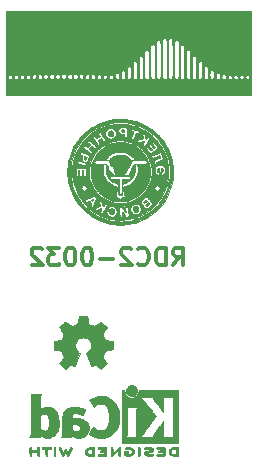
<source format=gbr>
G04 #@! TF.FileFunction,Legend,Bot*
%FSLAX46Y46*%
G04 Gerber Fmt 4.6, Leading zero omitted, Abs format (unit mm)*
G04 Created by KiCad (PCBNEW 4.0.5) date 10/23/17 11:59:44*
%MOMM*%
%LPD*%
G01*
G04 APERTURE LIST*
%ADD10C,0.100000*%
%ADD11C,0.300000*%
%ADD12C,0.002540*%
%ADD13C,0.010000*%
G04 APERTURE END LIST*
D10*
D11*
X116285713Y-72978571D02*
X116785713Y-72264286D01*
X117142856Y-72978571D02*
X117142856Y-71478571D01*
X116571428Y-71478571D01*
X116428570Y-71550000D01*
X116357142Y-71621429D01*
X116285713Y-71764286D01*
X116285713Y-71978571D01*
X116357142Y-72121429D01*
X116428570Y-72192857D01*
X116571428Y-72264286D01*
X117142856Y-72264286D01*
X115642856Y-72978571D02*
X115642856Y-71478571D01*
X115285713Y-71478571D01*
X115071428Y-71550000D01*
X114928570Y-71692857D01*
X114857142Y-71835714D01*
X114785713Y-72121429D01*
X114785713Y-72335714D01*
X114857142Y-72621429D01*
X114928570Y-72764286D01*
X115071428Y-72907143D01*
X115285713Y-72978571D01*
X115642856Y-72978571D01*
X113285713Y-72835714D02*
X113357142Y-72907143D01*
X113571428Y-72978571D01*
X113714285Y-72978571D01*
X113928570Y-72907143D01*
X114071428Y-72764286D01*
X114142856Y-72621429D01*
X114214285Y-72335714D01*
X114214285Y-72121429D01*
X114142856Y-71835714D01*
X114071428Y-71692857D01*
X113928570Y-71550000D01*
X113714285Y-71478571D01*
X113571428Y-71478571D01*
X113357142Y-71550000D01*
X113285713Y-71621429D01*
X112714285Y-71621429D02*
X112642856Y-71550000D01*
X112499999Y-71478571D01*
X112142856Y-71478571D01*
X111999999Y-71550000D01*
X111928570Y-71621429D01*
X111857142Y-71764286D01*
X111857142Y-71907143D01*
X111928570Y-72121429D01*
X112785713Y-72978571D01*
X111857142Y-72978571D01*
X111214285Y-72407143D02*
X110071428Y-72407143D01*
X109071428Y-71478571D02*
X108928571Y-71478571D01*
X108785714Y-71550000D01*
X108714285Y-71621429D01*
X108642856Y-71764286D01*
X108571428Y-72050000D01*
X108571428Y-72407143D01*
X108642856Y-72692857D01*
X108714285Y-72835714D01*
X108785714Y-72907143D01*
X108928571Y-72978571D01*
X109071428Y-72978571D01*
X109214285Y-72907143D01*
X109285714Y-72835714D01*
X109357142Y-72692857D01*
X109428571Y-72407143D01*
X109428571Y-72050000D01*
X109357142Y-71764286D01*
X109285714Y-71621429D01*
X109214285Y-71550000D01*
X109071428Y-71478571D01*
X107642857Y-71478571D02*
X107500000Y-71478571D01*
X107357143Y-71550000D01*
X107285714Y-71621429D01*
X107214285Y-71764286D01*
X107142857Y-72050000D01*
X107142857Y-72407143D01*
X107214285Y-72692857D01*
X107285714Y-72835714D01*
X107357143Y-72907143D01*
X107500000Y-72978571D01*
X107642857Y-72978571D01*
X107785714Y-72907143D01*
X107857143Y-72835714D01*
X107928571Y-72692857D01*
X108000000Y-72407143D01*
X108000000Y-72050000D01*
X107928571Y-71764286D01*
X107857143Y-71621429D01*
X107785714Y-71550000D01*
X107642857Y-71478571D01*
X106642857Y-71478571D02*
X105714286Y-71478571D01*
X106214286Y-72050000D01*
X106000000Y-72050000D01*
X105857143Y-72121429D01*
X105785714Y-72192857D01*
X105714286Y-72335714D01*
X105714286Y-72692857D01*
X105785714Y-72835714D01*
X105857143Y-72907143D01*
X106000000Y-72978571D01*
X106428572Y-72978571D01*
X106571429Y-72907143D01*
X106642857Y-72835714D01*
X105142858Y-71621429D02*
X105071429Y-71550000D01*
X104928572Y-71478571D01*
X104571429Y-71478571D01*
X104428572Y-71550000D01*
X104357143Y-71621429D01*
X104285715Y-71764286D01*
X104285715Y-71907143D01*
X104357143Y-72121429D01*
X105214286Y-72978571D01*
X104285715Y-72978571D01*
D12*
G36*
X110163840Y-81745360D02*
X110138440Y-81730120D01*
X110080020Y-81694560D01*
X109996200Y-81638680D01*
X109897140Y-81572640D01*
X109798080Y-81506600D01*
X109716800Y-81453260D01*
X109660920Y-81415160D01*
X109635520Y-81402460D01*
X109622820Y-81407540D01*
X109577100Y-81430400D01*
X109508520Y-81465960D01*
X109467880Y-81486280D01*
X109406920Y-81511680D01*
X109373900Y-81519300D01*
X109368820Y-81509140D01*
X109345960Y-81460880D01*
X109310400Y-81379600D01*
X109264680Y-81270380D01*
X109208800Y-81143380D01*
X109152920Y-81008760D01*
X109094500Y-80869060D01*
X109038620Y-80734440D01*
X108990360Y-80615060D01*
X108949720Y-80518540D01*
X108924320Y-80449960D01*
X108914160Y-80422020D01*
X108916700Y-80414400D01*
X108949720Y-80383920D01*
X109003060Y-80343280D01*
X109122440Y-80246760D01*
X109239280Y-80101980D01*
X109310400Y-79936880D01*
X109333260Y-79751460D01*
X109312940Y-79581280D01*
X109246900Y-79418720D01*
X109132600Y-79271400D01*
X108992900Y-79162180D01*
X108830340Y-79093600D01*
X108650000Y-79070740D01*
X108477280Y-79091060D01*
X108309640Y-79157100D01*
X108162320Y-79268860D01*
X108098820Y-79339980D01*
X108012460Y-79489840D01*
X107964200Y-79647320D01*
X107959120Y-79687960D01*
X107966740Y-79863220D01*
X108017540Y-80033400D01*
X108111520Y-80183260D01*
X108241060Y-80307720D01*
X108256300Y-80317880D01*
X108314720Y-80363600D01*
X108355360Y-80394080D01*
X108385840Y-80419480D01*
X108162320Y-80957960D01*
X108126760Y-81041780D01*
X108065800Y-81189100D01*
X108012460Y-81316100D01*
X107969280Y-81417700D01*
X107938800Y-81483740D01*
X107926100Y-81511680D01*
X107926100Y-81514220D01*
X107905780Y-81516760D01*
X107865140Y-81501520D01*
X107788940Y-81465960D01*
X107740680Y-81440560D01*
X107682260Y-81412620D01*
X107656860Y-81402460D01*
X107634000Y-81415160D01*
X107580660Y-81450720D01*
X107499380Y-81504060D01*
X107402860Y-81567560D01*
X107311420Y-81631060D01*
X107227600Y-81686940D01*
X107166640Y-81725040D01*
X107136160Y-81742820D01*
X107131080Y-81742820D01*
X107105680Y-81727580D01*
X107057420Y-81686940D01*
X106983760Y-81618360D01*
X106879620Y-81514220D01*
X106864380Y-81498980D01*
X106778020Y-81412620D01*
X106709440Y-81338960D01*
X106663720Y-81288160D01*
X106645940Y-81265300D01*
X106645940Y-81265300D01*
X106661180Y-81234820D01*
X106699280Y-81173860D01*
X106755160Y-81087500D01*
X106823740Y-80988440D01*
X107001540Y-80729360D01*
X106905020Y-80485520D01*
X106874540Y-80409320D01*
X106836440Y-80320420D01*
X106808500Y-80254380D01*
X106793260Y-80226440D01*
X106767860Y-80216280D01*
X106699280Y-80201040D01*
X106602760Y-80180720D01*
X106488460Y-80160400D01*
X106376700Y-80140080D01*
X106277640Y-80119760D01*
X106206520Y-80107060D01*
X106173500Y-80099440D01*
X106165880Y-80094360D01*
X106158260Y-80079120D01*
X106155720Y-80046100D01*
X106153180Y-79985140D01*
X106150640Y-79891160D01*
X106150640Y-79751460D01*
X106150640Y-79736220D01*
X106153180Y-79606680D01*
X106155720Y-79500000D01*
X106158260Y-79433960D01*
X106163340Y-79406020D01*
X106163340Y-79406020D01*
X106193820Y-79398400D01*
X106264940Y-79383160D01*
X106364000Y-79365380D01*
X106483380Y-79342520D01*
X106491000Y-79339980D01*
X106607840Y-79317120D01*
X106706900Y-79296800D01*
X106778020Y-79281560D01*
X106805960Y-79271400D01*
X106813580Y-79263780D01*
X106836440Y-79218060D01*
X106869460Y-79144400D01*
X106910100Y-79055500D01*
X106948200Y-78961520D01*
X106981220Y-78877700D01*
X107004080Y-78816740D01*
X107011700Y-78788800D01*
X107009160Y-78786260D01*
X106991380Y-78758320D01*
X106950740Y-78697360D01*
X106894860Y-78613540D01*
X106826280Y-78511940D01*
X106821200Y-78504320D01*
X106752620Y-78405260D01*
X106696740Y-78318900D01*
X106661180Y-78260480D01*
X106645940Y-78232540D01*
X106645940Y-78230000D01*
X106668800Y-78199520D01*
X106719600Y-78143640D01*
X106793260Y-78067440D01*
X106879620Y-77978540D01*
X106907560Y-77953140D01*
X107006620Y-77856620D01*
X107072660Y-77795660D01*
X107115840Y-77762640D01*
X107136160Y-77755020D01*
X107136160Y-77755020D01*
X107166640Y-77772800D01*
X107230140Y-77813440D01*
X107313960Y-77871860D01*
X107415560Y-77940440D01*
X107423180Y-77945520D01*
X107522240Y-78014100D01*
X107606060Y-78069980D01*
X107664480Y-78110620D01*
X107692420Y-78125860D01*
X107694960Y-78125860D01*
X107735600Y-78113160D01*
X107806720Y-78087760D01*
X107895620Y-78054740D01*
X107987060Y-78016640D01*
X108070880Y-77981080D01*
X108134380Y-77953140D01*
X108164860Y-77935360D01*
X108164860Y-77935360D01*
X108175020Y-77899800D01*
X108192800Y-77823600D01*
X108213120Y-77722000D01*
X108238520Y-77600080D01*
X108241060Y-77579760D01*
X108263920Y-77460380D01*
X108281700Y-77361320D01*
X108296940Y-77292740D01*
X108304560Y-77264800D01*
X108319800Y-77262260D01*
X108378220Y-77257180D01*
X108467120Y-77254640D01*
X108576340Y-77254640D01*
X108688100Y-77254640D01*
X108797320Y-77257180D01*
X108891300Y-77259720D01*
X108959880Y-77264800D01*
X108987820Y-77269880D01*
X108987820Y-77272420D01*
X108997980Y-77310520D01*
X109015760Y-77384180D01*
X109036080Y-77488320D01*
X109058940Y-77610240D01*
X109064020Y-77633100D01*
X109086880Y-77749940D01*
X109107200Y-77849000D01*
X109119900Y-77915040D01*
X109127520Y-77942980D01*
X109140220Y-77948060D01*
X109188480Y-77968380D01*
X109267220Y-78001400D01*
X109366280Y-78042040D01*
X109594880Y-78133480D01*
X109876820Y-77942980D01*
X109902220Y-77925200D01*
X110003820Y-77856620D01*
X110085100Y-77800740D01*
X110143520Y-77762640D01*
X110166380Y-77749940D01*
X110168920Y-77749940D01*
X110196860Y-77775340D01*
X110252740Y-77828680D01*
X110328940Y-77902340D01*
X110417840Y-77988700D01*
X110481340Y-78054740D01*
X110560080Y-78133480D01*
X110608340Y-78186820D01*
X110636280Y-78219840D01*
X110643900Y-78240160D01*
X110641360Y-78255400D01*
X110623580Y-78283340D01*
X110582940Y-78344300D01*
X110524520Y-78430660D01*
X110455940Y-78529720D01*
X110400060Y-78613540D01*
X110339100Y-78707520D01*
X110301000Y-78773560D01*
X110285760Y-78806580D01*
X110290840Y-78819280D01*
X110308620Y-78875160D01*
X110344180Y-78958980D01*
X110384820Y-79058040D01*
X110483880Y-79279020D01*
X110628660Y-79306960D01*
X110717560Y-79324740D01*
X110839480Y-79347600D01*
X110958860Y-79370460D01*
X111141740Y-79406020D01*
X111149360Y-80081660D01*
X111121420Y-80094360D01*
X111093480Y-80101980D01*
X111024900Y-80117220D01*
X110928380Y-80137540D01*
X110811540Y-80157860D01*
X110715020Y-80175640D01*
X110615960Y-80195960D01*
X110544840Y-80208660D01*
X110514360Y-80216280D01*
X110504200Y-80226440D01*
X110481340Y-80274700D01*
X110445780Y-80350900D01*
X110405140Y-80442340D01*
X110367040Y-80536320D01*
X110331480Y-80625220D01*
X110308620Y-80691260D01*
X110298460Y-80724280D01*
X110311160Y-80752220D01*
X110349260Y-80810640D01*
X110402600Y-80891920D01*
X110471180Y-80990980D01*
X110537220Y-81087500D01*
X110595640Y-81171320D01*
X110633740Y-81232280D01*
X110651520Y-81260220D01*
X110641360Y-81278000D01*
X110603260Y-81326260D01*
X110529600Y-81402460D01*
X110417840Y-81511680D01*
X110400060Y-81529460D01*
X110313700Y-81613280D01*
X110240040Y-81681860D01*
X110186700Y-81727580D01*
X110163840Y-81745360D01*
X110163840Y-81745360D01*
G37*
X110163840Y-81745360D02*
X110138440Y-81730120D01*
X110080020Y-81694560D01*
X109996200Y-81638680D01*
X109897140Y-81572640D01*
X109798080Y-81506600D01*
X109716800Y-81453260D01*
X109660920Y-81415160D01*
X109635520Y-81402460D01*
X109622820Y-81407540D01*
X109577100Y-81430400D01*
X109508520Y-81465960D01*
X109467880Y-81486280D01*
X109406920Y-81511680D01*
X109373900Y-81519300D01*
X109368820Y-81509140D01*
X109345960Y-81460880D01*
X109310400Y-81379600D01*
X109264680Y-81270380D01*
X109208800Y-81143380D01*
X109152920Y-81008760D01*
X109094500Y-80869060D01*
X109038620Y-80734440D01*
X108990360Y-80615060D01*
X108949720Y-80518540D01*
X108924320Y-80449960D01*
X108914160Y-80422020D01*
X108916700Y-80414400D01*
X108949720Y-80383920D01*
X109003060Y-80343280D01*
X109122440Y-80246760D01*
X109239280Y-80101980D01*
X109310400Y-79936880D01*
X109333260Y-79751460D01*
X109312940Y-79581280D01*
X109246900Y-79418720D01*
X109132600Y-79271400D01*
X108992900Y-79162180D01*
X108830340Y-79093600D01*
X108650000Y-79070740D01*
X108477280Y-79091060D01*
X108309640Y-79157100D01*
X108162320Y-79268860D01*
X108098820Y-79339980D01*
X108012460Y-79489840D01*
X107964200Y-79647320D01*
X107959120Y-79687960D01*
X107966740Y-79863220D01*
X108017540Y-80033400D01*
X108111520Y-80183260D01*
X108241060Y-80307720D01*
X108256300Y-80317880D01*
X108314720Y-80363600D01*
X108355360Y-80394080D01*
X108385840Y-80419480D01*
X108162320Y-80957960D01*
X108126760Y-81041780D01*
X108065800Y-81189100D01*
X108012460Y-81316100D01*
X107969280Y-81417700D01*
X107938800Y-81483740D01*
X107926100Y-81511680D01*
X107926100Y-81514220D01*
X107905780Y-81516760D01*
X107865140Y-81501520D01*
X107788940Y-81465960D01*
X107740680Y-81440560D01*
X107682260Y-81412620D01*
X107656860Y-81402460D01*
X107634000Y-81415160D01*
X107580660Y-81450720D01*
X107499380Y-81504060D01*
X107402860Y-81567560D01*
X107311420Y-81631060D01*
X107227600Y-81686940D01*
X107166640Y-81725040D01*
X107136160Y-81742820D01*
X107131080Y-81742820D01*
X107105680Y-81727580D01*
X107057420Y-81686940D01*
X106983760Y-81618360D01*
X106879620Y-81514220D01*
X106864380Y-81498980D01*
X106778020Y-81412620D01*
X106709440Y-81338960D01*
X106663720Y-81288160D01*
X106645940Y-81265300D01*
X106645940Y-81265300D01*
X106661180Y-81234820D01*
X106699280Y-81173860D01*
X106755160Y-81087500D01*
X106823740Y-80988440D01*
X107001540Y-80729360D01*
X106905020Y-80485520D01*
X106874540Y-80409320D01*
X106836440Y-80320420D01*
X106808500Y-80254380D01*
X106793260Y-80226440D01*
X106767860Y-80216280D01*
X106699280Y-80201040D01*
X106602760Y-80180720D01*
X106488460Y-80160400D01*
X106376700Y-80140080D01*
X106277640Y-80119760D01*
X106206520Y-80107060D01*
X106173500Y-80099440D01*
X106165880Y-80094360D01*
X106158260Y-80079120D01*
X106155720Y-80046100D01*
X106153180Y-79985140D01*
X106150640Y-79891160D01*
X106150640Y-79751460D01*
X106150640Y-79736220D01*
X106153180Y-79606680D01*
X106155720Y-79500000D01*
X106158260Y-79433960D01*
X106163340Y-79406020D01*
X106163340Y-79406020D01*
X106193820Y-79398400D01*
X106264940Y-79383160D01*
X106364000Y-79365380D01*
X106483380Y-79342520D01*
X106491000Y-79339980D01*
X106607840Y-79317120D01*
X106706900Y-79296800D01*
X106778020Y-79281560D01*
X106805960Y-79271400D01*
X106813580Y-79263780D01*
X106836440Y-79218060D01*
X106869460Y-79144400D01*
X106910100Y-79055500D01*
X106948200Y-78961520D01*
X106981220Y-78877700D01*
X107004080Y-78816740D01*
X107011700Y-78788800D01*
X107009160Y-78786260D01*
X106991380Y-78758320D01*
X106950740Y-78697360D01*
X106894860Y-78613540D01*
X106826280Y-78511940D01*
X106821200Y-78504320D01*
X106752620Y-78405260D01*
X106696740Y-78318900D01*
X106661180Y-78260480D01*
X106645940Y-78232540D01*
X106645940Y-78230000D01*
X106668800Y-78199520D01*
X106719600Y-78143640D01*
X106793260Y-78067440D01*
X106879620Y-77978540D01*
X106907560Y-77953140D01*
X107006620Y-77856620D01*
X107072660Y-77795660D01*
X107115840Y-77762640D01*
X107136160Y-77755020D01*
X107136160Y-77755020D01*
X107166640Y-77772800D01*
X107230140Y-77813440D01*
X107313960Y-77871860D01*
X107415560Y-77940440D01*
X107423180Y-77945520D01*
X107522240Y-78014100D01*
X107606060Y-78069980D01*
X107664480Y-78110620D01*
X107692420Y-78125860D01*
X107694960Y-78125860D01*
X107735600Y-78113160D01*
X107806720Y-78087760D01*
X107895620Y-78054740D01*
X107987060Y-78016640D01*
X108070880Y-77981080D01*
X108134380Y-77953140D01*
X108164860Y-77935360D01*
X108164860Y-77935360D01*
X108175020Y-77899800D01*
X108192800Y-77823600D01*
X108213120Y-77722000D01*
X108238520Y-77600080D01*
X108241060Y-77579760D01*
X108263920Y-77460380D01*
X108281700Y-77361320D01*
X108296940Y-77292740D01*
X108304560Y-77264800D01*
X108319800Y-77262260D01*
X108378220Y-77257180D01*
X108467120Y-77254640D01*
X108576340Y-77254640D01*
X108688100Y-77254640D01*
X108797320Y-77257180D01*
X108891300Y-77259720D01*
X108959880Y-77264800D01*
X108987820Y-77269880D01*
X108987820Y-77272420D01*
X108997980Y-77310520D01*
X109015760Y-77384180D01*
X109036080Y-77488320D01*
X109058940Y-77610240D01*
X109064020Y-77633100D01*
X109086880Y-77749940D01*
X109107200Y-77849000D01*
X109119900Y-77915040D01*
X109127520Y-77942980D01*
X109140220Y-77948060D01*
X109188480Y-77968380D01*
X109267220Y-78001400D01*
X109366280Y-78042040D01*
X109594880Y-78133480D01*
X109876820Y-77942980D01*
X109902220Y-77925200D01*
X110003820Y-77856620D01*
X110085100Y-77800740D01*
X110143520Y-77762640D01*
X110166380Y-77749940D01*
X110168920Y-77749940D01*
X110196860Y-77775340D01*
X110252740Y-77828680D01*
X110328940Y-77902340D01*
X110417840Y-77988700D01*
X110481340Y-78054740D01*
X110560080Y-78133480D01*
X110608340Y-78186820D01*
X110636280Y-78219840D01*
X110643900Y-78240160D01*
X110641360Y-78255400D01*
X110623580Y-78283340D01*
X110582940Y-78344300D01*
X110524520Y-78430660D01*
X110455940Y-78529720D01*
X110400060Y-78613540D01*
X110339100Y-78707520D01*
X110301000Y-78773560D01*
X110285760Y-78806580D01*
X110290840Y-78819280D01*
X110308620Y-78875160D01*
X110344180Y-78958980D01*
X110384820Y-79058040D01*
X110483880Y-79279020D01*
X110628660Y-79306960D01*
X110717560Y-79324740D01*
X110839480Y-79347600D01*
X110958860Y-79370460D01*
X111141740Y-79406020D01*
X111149360Y-80081660D01*
X111121420Y-80094360D01*
X111093480Y-80101980D01*
X111024900Y-80117220D01*
X110928380Y-80137540D01*
X110811540Y-80157860D01*
X110715020Y-80175640D01*
X110615960Y-80195960D01*
X110544840Y-80208660D01*
X110514360Y-80216280D01*
X110504200Y-80226440D01*
X110481340Y-80274700D01*
X110445780Y-80350900D01*
X110405140Y-80442340D01*
X110367040Y-80536320D01*
X110331480Y-80625220D01*
X110308620Y-80691260D01*
X110298460Y-80724280D01*
X110311160Y-80752220D01*
X110349260Y-80810640D01*
X110402600Y-80891920D01*
X110471180Y-80990980D01*
X110537220Y-81087500D01*
X110595640Y-81171320D01*
X110633740Y-81232280D01*
X110651520Y-81260220D01*
X110641360Y-81278000D01*
X110603260Y-81326260D01*
X110529600Y-81402460D01*
X110417840Y-81511680D01*
X110400060Y-81529460D01*
X110313700Y-81613280D01*
X110240040Y-81681860D01*
X110186700Y-81727580D01*
X110163840Y-81745360D01*
D13*
G36*
X111643679Y-60581853D02*
X111586290Y-60582419D01*
X111536185Y-60583308D01*
X111495390Y-60584526D01*
X111465929Y-60586078D01*
X111449825Y-60587971D01*
X111449788Y-60587980D01*
X111435378Y-60590229D01*
X111410147Y-60593081D01*
X111378626Y-60596046D01*
X111365530Y-60597132D01*
X111333333Y-60599835D01*
X111306184Y-60602365D01*
X111288352Y-60604314D01*
X111284711Y-60604854D01*
X111270893Y-60606860D01*
X111247505Y-60609742D01*
X111226576Y-60612107D01*
X111184813Y-60617404D01*
X111131857Y-60625272D01*
X111071564Y-60635046D01*
X111007790Y-60646062D01*
X110944392Y-60657655D01*
X110885227Y-60669160D01*
X110837879Y-60679090D01*
X110583875Y-60742789D01*
X110334458Y-60821080D01*
X110090232Y-60913687D01*
X109851801Y-61020330D01*
X109619767Y-61140734D01*
X109394735Y-61274621D01*
X109177309Y-61421713D01*
X109103419Y-61476037D01*
X108957558Y-61591518D01*
X108810695Y-61719182D01*
X108665566Y-61856282D01*
X108524906Y-62000068D01*
X108391454Y-62147791D01*
X108267943Y-62296703D01*
X108204467Y-62379151D01*
X108055119Y-62591672D01*
X107918697Y-62812278D01*
X107795477Y-63040283D01*
X107685736Y-63275001D01*
X107589749Y-63515746D01*
X107507791Y-63761832D01*
X107440139Y-64012572D01*
X107387068Y-64267280D01*
X107351960Y-64499667D01*
X107346157Y-64548365D01*
X107340648Y-64598143D01*
X107335944Y-64644147D01*
X107332555Y-64681522D01*
X107331743Y-64692091D01*
X107329122Y-64726854D01*
X107326439Y-64758974D01*
X107324157Y-64783005D01*
X107323562Y-64788303D01*
X107322713Y-64803245D01*
X107322014Y-64831221D01*
X107321465Y-64869871D01*
X107321064Y-64916834D01*
X107320810Y-64969752D01*
X107320701Y-65026263D01*
X107320737Y-65084009D01*
X107320917Y-65140630D01*
X107321238Y-65193765D01*
X107321701Y-65241056D01*
X107322304Y-65280142D01*
X107323046Y-65308663D01*
X107323821Y-65323242D01*
X107325715Y-65345290D01*
X107328236Y-65376915D01*
X107330930Y-65412342D01*
X107331736Y-65423303D01*
X107334387Y-65453692D01*
X107338635Y-65495378D01*
X107344044Y-65544402D01*
X107350179Y-65596802D01*
X107355837Y-65642590D01*
X107395813Y-65896935D01*
X107450452Y-66147397D01*
X107519386Y-66393419D01*
X107602249Y-66634442D01*
X107698673Y-66869907D01*
X107808289Y-67099257D01*
X107930731Y-67321931D01*
X108065630Y-67537372D01*
X108212620Y-67745020D01*
X108371332Y-67944318D01*
X108541398Y-68134707D01*
X108722453Y-68315627D01*
X108914126Y-68486520D01*
X109116052Y-68646829D01*
X109327862Y-68795993D01*
X109503792Y-68906694D01*
X109732030Y-69034276D01*
X109965700Y-69147535D01*
X110204944Y-69246519D01*
X110449903Y-69331274D01*
X110700719Y-69401845D01*
X110957534Y-69458280D01*
X111220489Y-69500625D01*
X111372818Y-69518438D01*
X111410115Y-69521426D01*
X111460049Y-69524254D01*
X111519925Y-69526866D01*
X111587047Y-69529206D01*
X111658721Y-69531216D01*
X111732251Y-69532840D01*
X111804942Y-69534022D01*
X111874098Y-69534705D01*
X111937024Y-69534834D01*
X111991026Y-69534350D01*
X112033407Y-69533199D01*
X112046303Y-69532550D01*
X112310011Y-69509155D01*
X112570114Y-69471016D01*
X112826107Y-69418342D01*
X113077487Y-69351342D01*
X113323750Y-69270225D01*
X113564392Y-69175200D01*
X113798909Y-69066476D01*
X114026797Y-68944262D01*
X114247551Y-68808767D01*
X114460669Y-68660200D01*
X114665645Y-68498770D01*
X114781714Y-68398333D01*
X114972081Y-68217673D01*
X115150854Y-68027234D01*
X115317711Y-67827572D01*
X115472328Y-67619242D01*
X115614382Y-67402799D01*
X115743549Y-67178798D01*
X115859505Y-66947795D01*
X115961927Y-66710345D01*
X116050492Y-66467003D01*
X116124876Y-66218323D01*
X116176343Y-66004880D01*
X116195018Y-65912751D01*
X116212500Y-65816375D01*
X116227991Y-65720654D01*
X116240690Y-65630493D01*
X116248929Y-65559577D01*
X116252716Y-65522996D01*
X116256288Y-65489876D01*
X116259162Y-65464624D01*
X116260485Y-65454091D01*
X116264325Y-65417353D01*
X116267642Y-65367777D01*
X116270399Y-65307911D01*
X116272559Y-65240303D01*
X116274086Y-65167502D01*
X116274942Y-65092054D01*
X116274948Y-65088595D01*
X116004164Y-65088595D01*
X116003387Y-65168222D01*
X116001764Y-65243285D01*
X115999295Y-65310459D01*
X115995979Y-65366423D01*
X115995439Y-65373273D01*
X115968461Y-65622880D01*
X115928856Y-65864556D01*
X115876229Y-66099719D01*
X115810186Y-66329786D01*
X115730330Y-66556172D01*
X115636268Y-66780295D01*
X115556386Y-66947303D01*
X115440964Y-67162494D01*
X115316973Y-67365859D01*
X115183176Y-67559109D01*
X115038338Y-67743952D01*
X114881222Y-67922099D01*
X114764564Y-68042450D01*
X114580418Y-68214864D01*
X114387271Y-68375155D01*
X114185774Y-68523076D01*
X113976579Y-68658379D01*
X113760340Y-68780819D01*
X113537708Y-68890148D01*
X113309336Y-68986120D01*
X113075877Y-69068487D01*
X112837982Y-69137004D01*
X112596305Y-69191423D01*
X112351497Y-69231497D01*
X112104211Y-69256980D01*
X111855099Y-69267625D01*
X111604814Y-69263185D01*
X111546000Y-69259932D01*
X111288928Y-69236337D01*
X111036221Y-69198011D01*
X110788148Y-69145059D01*
X110544981Y-69077591D01*
X110306987Y-68995713D01*
X110074437Y-68899532D01*
X109847600Y-68789156D01*
X109626747Y-68664693D01*
X109412146Y-68526249D01*
X109204068Y-68373932D01*
X109090240Y-68282403D01*
X109048751Y-68246512D01*
X108999269Y-68201394D01*
X108943967Y-68149223D01*
X108885022Y-68092170D01*
X108824608Y-68032411D01*
X108764902Y-67972118D01*
X108708079Y-67913464D01*
X108656313Y-67858622D01*
X108611781Y-67809766D01*
X108577914Y-67770584D01*
X108416454Y-67564729D01*
X108269210Y-67352992D01*
X108136209Y-67135438D01*
X108017475Y-66912128D01*
X107913034Y-66683126D01*
X107822911Y-66448494D01*
X107747133Y-66208296D01*
X107685724Y-65962594D01*
X107638710Y-65711451D01*
X107606118Y-65454930D01*
X107597688Y-65358264D01*
X107594624Y-65306079D01*
X107592340Y-65241987D01*
X107590834Y-65169456D01*
X107590107Y-65091955D01*
X107590159Y-65012951D01*
X107590989Y-64935912D01*
X107592599Y-64864305D01*
X107594987Y-64801599D01*
X107597688Y-64757129D01*
X107624937Y-64499488D01*
X107666792Y-64246375D01*
X107723114Y-63998135D01*
X107793764Y-63755110D01*
X107878602Y-63517644D01*
X107977490Y-63286080D01*
X108090287Y-63060762D01*
X108216856Y-62842033D01*
X108357057Y-62630235D01*
X108510750Y-62425714D01*
X108574003Y-62348372D01*
X108635734Y-62277436D01*
X108707066Y-62200236D01*
X108785154Y-62119565D01*
X108867149Y-62038213D01*
X108950204Y-61958970D01*
X109031472Y-61884629D01*
X109108105Y-61817980D01*
X109152243Y-61781582D01*
X109357022Y-61626631D01*
X109569052Y-61485164D01*
X109787936Y-61357349D01*
X110013276Y-61243356D01*
X110244675Y-61143352D01*
X110481735Y-61057507D01*
X110724059Y-60985987D01*
X110971249Y-60928961D01*
X111222909Y-60886599D01*
X111284303Y-60878586D01*
X111440093Y-60862332D01*
X111594340Y-60852438D01*
X111752640Y-60848641D01*
X111892364Y-60849959D01*
X112108328Y-60859594D01*
X112315307Y-60878728D01*
X112516827Y-60907977D01*
X112716415Y-60947952D01*
X112917595Y-60999269D01*
X113123896Y-61062542D01*
X113135424Y-61066369D01*
X113371452Y-61153053D01*
X113600913Y-61253434D01*
X113823275Y-61367047D01*
X114038007Y-61493428D01*
X114244578Y-61632113D01*
X114442457Y-61782638D01*
X114631113Y-61944537D01*
X114810015Y-62117347D01*
X114978630Y-62300604D01*
X115136429Y-62493842D01*
X115282879Y-62696597D01*
X115417450Y-62908406D01*
X115539610Y-63128803D01*
X115574916Y-63198879D01*
X115679094Y-63427694D01*
X115769048Y-63661944D01*
X115844838Y-63901850D01*
X115906525Y-64147633D01*
X115954169Y-64399514D01*
X115987830Y-64657713D01*
X115995368Y-64738273D01*
X115998816Y-64790886D01*
X116001420Y-64855548D01*
X116003180Y-64928935D01*
X116004094Y-65007725D01*
X116004164Y-65088595D01*
X116274948Y-65088595D01*
X116275092Y-65016510D01*
X116274497Y-64943416D01*
X116273122Y-64875321D01*
X116270930Y-64814773D01*
X116269973Y-64796000D01*
X116250931Y-64567866D01*
X116219342Y-64336814D01*
X116175912Y-64107756D01*
X116162877Y-64049604D01*
X116096042Y-63794390D01*
X116015141Y-63545419D01*
X115920168Y-63302679D01*
X115811117Y-63066159D01*
X115687982Y-62835847D01*
X115550758Y-62611730D01*
X115399437Y-62393798D01*
X115234016Y-62182038D01*
X115224789Y-62170908D01*
X115190110Y-62130839D01*
X115146083Y-62082533D01*
X115094784Y-62028071D01*
X115038289Y-61969535D01*
X114978674Y-61909006D01*
X114918015Y-61848566D01*
X114858387Y-61790295D01*
X114801866Y-61736276D01*
X114750528Y-61688591D01*
X114706450Y-61649319D01*
X114694061Y-61638738D01*
X114485803Y-61473110D01*
X114270188Y-61320935D01*
X114047441Y-61182332D01*
X113817790Y-61057418D01*
X113581460Y-60946313D01*
X113338679Y-60849135D01*
X113089672Y-60766003D01*
X112946849Y-60725429D01*
X112747158Y-60677692D01*
X112538006Y-60638168D01*
X112323350Y-60607535D01*
X112154061Y-60590197D01*
X112122185Y-60588151D01*
X112079378Y-60586370D01*
X112027664Y-60584860D01*
X111969067Y-60583628D01*
X111905611Y-60582680D01*
X111839320Y-60582021D01*
X111772219Y-60581660D01*
X111706330Y-60581602D01*
X111643679Y-60581853D01*
X111643679Y-60581853D01*
G37*
X111643679Y-60581853D02*
X111586290Y-60582419D01*
X111536185Y-60583308D01*
X111495390Y-60584526D01*
X111465929Y-60586078D01*
X111449825Y-60587971D01*
X111449788Y-60587980D01*
X111435378Y-60590229D01*
X111410147Y-60593081D01*
X111378626Y-60596046D01*
X111365530Y-60597132D01*
X111333333Y-60599835D01*
X111306184Y-60602365D01*
X111288352Y-60604314D01*
X111284711Y-60604854D01*
X111270893Y-60606860D01*
X111247505Y-60609742D01*
X111226576Y-60612107D01*
X111184813Y-60617404D01*
X111131857Y-60625272D01*
X111071564Y-60635046D01*
X111007790Y-60646062D01*
X110944392Y-60657655D01*
X110885227Y-60669160D01*
X110837879Y-60679090D01*
X110583875Y-60742789D01*
X110334458Y-60821080D01*
X110090232Y-60913687D01*
X109851801Y-61020330D01*
X109619767Y-61140734D01*
X109394735Y-61274621D01*
X109177309Y-61421713D01*
X109103419Y-61476037D01*
X108957558Y-61591518D01*
X108810695Y-61719182D01*
X108665566Y-61856282D01*
X108524906Y-62000068D01*
X108391454Y-62147791D01*
X108267943Y-62296703D01*
X108204467Y-62379151D01*
X108055119Y-62591672D01*
X107918697Y-62812278D01*
X107795477Y-63040283D01*
X107685736Y-63275001D01*
X107589749Y-63515746D01*
X107507791Y-63761832D01*
X107440139Y-64012572D01*
X107387068Y-64267280D01*
X107351960Y-64499667D01*
X107346157Y-64548365D01*
X107340648Y-64598143D01*
X107335944Y-64644147D01*
X107332555Y-64681522D01*
X107331743Y-64692091D01*
X107329122Y-64726854D01*
X107326439Y-64758974D01*
X107324157Y-64783005D01*
X107323562Y-64788303D01*
X107322713Y-64803245D01*
X107322014Y-64831221D01*
X107321465Y-64869871D01*
X107321064Y-64916834D01*
X107320810Y-64969752D01*
X107320701Y-65026263D01*
X107320737Y-65084009D01*
X107320917Y-65140630D01*
X107321238Y-65193765D01*
X107321701Y-65241056D01*
X107322304Y-65280142D01*
X107323046Y-65308663D01*
X107323821Y-65323242D01*
X107325715Y-65345290D01*
X107328236Y-65376915D01*
X107330930Y-65412342D01*
X107331736Y-65423303D01*
X107334387Y-65453692D01*
X107338635Y-65495378D01*
X107344044Y-65544402D01*
X107350179Y-65596802D01*
X107355837Y-65642590D01*
X107395813Y-65896935D01*
X107450452Y-66147397D01*
X107519386Y-66393419D01*
X107602249Y-66634442D01*
X107698673Y-66869907D01*
X107808289Y-67099257D01*
X107930731Y-67321931D01*
X108065630Y-67537372D01*
X108212620Y-67745020D01*
X108371332Y-67944318D01*
X108541398Y-68134707D01*
X108722453Y-68315627D01*
X108914126Y-68486520D01*
X109116052Y-68646829D01*
X109327862Y-68795993D01*
X109503792Y-68906694D01*
X109732030Y-69034276D01*
X109965700Y-69147535D01*
X110204944Y-69246519D01*
X110449903Y-69331274D01*
X110700719Y-69401845D01*
X110957534Y-69458280D01*
X111220489Y-69500625D01*
X111372818Y-69518438D01*
X111410115Y-69521426D01*
X111460049Y-69524254D01*
X111519925Y-69526866D01*
X111587047Y-69529206D01*
X111658721Y-69531216D01*
X111732251Y-69532840D01*
X111804942Y-69534022D01*
X111874098Y-69534705D01*
X111937024Y-69534834D01*
X111991026Y-69534350D01*
X112033407Y-69533199D01*
X112046303Y-69532550D01*
X112310011Y-69509155D01*
X112570114Y-69471016D01*
X112826107Y-69418342D01*
X113077487Y-69351342D01*
X113323750Y-69270225D01*
X113564392Y-69175200D01*
X113798909Y-69066476D01*
X114026797Y-68944262D01*
X114247551Y-68808767D01*
X114460669Y-68660200D01*
X114665645Y-68498770D01*
X114781714Y-68398333D01*
X114972081Y-68217673D01*
X115150854Y-68027234D01*
X115317711Y-67827572D01*
X115472328Y-67619242D01*
X115614382Y-67402799D01*
X115743549Y-67178798D01*
X115859505Y-66947795D01*
X115961927Y-66710345D01*
X116050492Y-66467003D01*
X116124876Y-66218323D01*
X116176343Y-66004880D01*
X116195018Y-65912751D01*
X116212500Y-65816375D01*
X116227991Y-65720654D01*
X116240690Y-65630493D01*
X116248929Y-65559577D01*
X116252716Y-65522996D01*
X116256288Y-65489876D01*
X116259162Y-65464624D01*
X116260485Y-65454091D01*
X116264325Y-65417353D01*
X116267642Y-65367777D01*
X116270399Y-65307911D01*
X116272559Y-65240303D01*
X116274086Y-65167502D01*
X116274942Y-65092054D01*
X116274948Y-65088595D01*
X116004164Y-65088595D01*
X116003387Y-65168222D01*
X116001764Y-65243285D01*
X115999295Y-65310459D01*
X115995979Y-65366423D01*
X115995439Y-65373273D01*
X115968461Y-65622880D01*
X115928856Y-65864556D01*
X115876229Y-66099719D01*
X115810186Y-66329786D01*
X115730330Y-66556172D01*
X115636268Y-66780295D01*
X115556386Y-66947303D01*
X115440964Y-67162494D01*
X115316973Y-67365859D01*
X115183176Y-67559109D01*
X115038338Y-67743952D01*
X114881222Y-67922099D01*
X114764564Y-68042450D01*
X114580418Y-68214864D01*
X114387271Y-68375155D01*
X114185774Y-68523076D01*
X113976579Y-68658379D01*
X113760340Y-68780819D01*
X113537708Y-68890148D01*
X113309336Y-68986120D01*
X113075877Y-69068487D01*
X112837982Y-69137004D01*
X112596305Y-69191423D01*
X112351497Y-69231497D01*
X112104211Y-69256980D01*
X111855099Y-69267625D01*
X111604814Y-69263185D01*
X111546000Y-69259932D01*
X111288928Y-69236337D01*
X111036221Y-69198011D01*
X110788148Y-69145059D01*
X110544981Y-69077591D01*
X110306987Y-68995713D01*
X110074437Y-68899532D01*
X109847600Y-68789156D01*
X109626747Y-68664693D01*
X109412146Y-68526249D01*
X109204068Y-68373932D01*
X109090240Y-68282403D01*
X109048751Y-68246512D01*
X108999269Y-68201394D01*
X108943967Y-68149223D01*
X108885022Y-68092170D01*
X108824608Y-68032411D01*
X108764902Y-67972118D01*
X108708079Y-67913464D01*
X108656313Y-67858622D01*
X108611781Y-67809766D01*
X108577914Y-67770584D01*
X108416454Y-67564729D01*
X108269210Y-67352992D01*
X108136209Y-67135438D01*
X108017475Y-66912128D01*
X107913034Y-66683126D01*
X107822911Y-66448494D01*
X107747133Y-66208296D01*
X107685724Y-65962594D01*
X107638710Y-65711451D01*
X107606118Y-65454930D01*
X107597688Y-65358264D01*
X107594624Y-65306079D01*
X107592340Y-65241987D01*
X107590834Y-65169456D01*
X107590107Y-65091955D01*
X107590159Y-65012951D01*
X107590989Y-64935912D01*
X107592599Y-64864305D01*
X107594987Y-64801599D01*
X107597688Y-64757129D01*
X107624937Y-64499488D01*
X107666792Y-64246375D01*
X107723114Y-63998135D01*
X107793764Y-63755110D01*
X107878602Y-63517644D01*
X107977490Y-63286080D01*
X108090287Y-63060762D01*
X108216856Y-62842033D01*
X108357057Y-62630235D01*
X108510750Y-62425714D01*
X108574003Y-62348372D01*
X108635734Y-62277436D01*
X108707066Y-62200236D01*
X108785154Y-62119565D01*
X108867149Y-62038213D01*
X108950204Y-61958970D01*
X109031472Y-61884629D01*
X109108105Y-61817980D01*
X109152243Y-61781582D01*
X109357022Y-61626631D01*
X109569052Y-61485164D01*
X109787936Y-61357349D01*
X110013276Y-61243356D01*
X110244675Y-61143352D01*
X110481735Y-61057507D01*
X110724059Y-60985987D01*
X110971249Y-60928961D01*
X111222909Y-60886599D01*
X111284303Y-60878586D01*
X111440093Y-60862332D01*
X111594340Y-60852438D01*
X111752640Y-60848641D01*
X111892364Y-60849959D01*
X112108328Y-60859594D01*
X112315307Y-60878728D01*
X112516827Y-60907977D01*
X112716415Y-60947952D01*
X112917595Y-60999269D01*
X113123896Y-61062542D01*
X113135424Y-61066369D01*
X113371452Y-61153053D01*
X113600913Y-61253434D01*
X113823275Y-61367047D01*
X114038007Y-61493428D01*
X114244578Y-61632113D01*
X114442457Y-61782638D01*
X114631113Y-61944537D01*
X114810015Y-62117347D01*
X114978630Y-62300604D01*
X115136429Y-62493842D01*
X115282879Y-62696597D01*
X115417450Y-62908406D01*
X115539610Y-63128803D01*
X115574916Y-63198879D01*
X115679094Y-63427694D01*
X115769048Y-63661944D01*
X115844838Y-63901850D01*
X115906525Y-64147633D01*
X115954169Y-64399514D01*
X115987830Y-64657713D01*
X115995368Y-64738273D01*
X115998816Y-64790886D01*
X116001420Y-64855548D01*
X116003180Y-64928935D01*
X116004094Y-65007725D01*
X116004164Y-65088595D01*
X116274948Y-65088595D01*
X116275092Y-65016510D01*
X116274497Y-64943416D01*
X116273122Y-64875321D01*
X116270930Y-64814773D01*
X116269973Y-64796000D01*
X116250931Y-64567866D01*
X116219342Y-64336814D01*
X116175912Y-64107756D01*
X116162877Y-64049604D01*
X116096042Y-63794390D01*
X116015141Y-63545419D01*
X115920168Y-63302679D01*
X115811117Y-63066159D01*
X115687982Y-62835847D01*
X115550758Y-62611730D01*
X115399437Y-62393798D01*
X115234016Y-62182038D01*
X115224789Y-62170908D01*
X115190110Y-62130839D01*
X115146083Y-62082533D01*
X115094784Y-62028071D01*
X115038289Y-61969535D01*
X114978674Y-61909006D01*
X114918015Y-61848566D01*
X114858387Y-61790295D01*
X114801866Y-61736276D01*
X114750528Y-61688591D01*
X114706450Y-61649319D01*
X114694061Y-61638738D01*
X114485803Y-61473110D01*
X114270188Y-61320935D01*
X114047441Y-61182332D01*
X113817790Y-61057418D01*
X113581460Y-60946313D01*
X113338679Y-60849135D01*
X113089672Y-60766003D01*
X112946849Y-60725429D01*
X112747158Y-60677692D01*
X112538006Y-60638168D01*
X112323350Y-60607535D01*
X112154061Y-60590197D01*
X112122185Y-60588151D01*
X112079378Y-60586370D01*
X112027664Y-60584860D01*
X111969067Y-60583628D01*
X111905611Y-60582680D01*
X111839320Y-60582021D01*
X111772219Y-60581660D01*
X111706330Y-60581602D01*
X111643679Y-60581853D01*
G36*
X111720878Y-60998268D02*
X111603993Y-61002169D01*
X111488911Y-61008438D01*
X111379020Y-61016992D01*
X111277709Y-61027751D01*
X111268909Y-61028853D01*
X111027758Y-61067161D01*
X110790073Y-61120226D01*
X110556492Y-61187674D01*
X110327649Y-61269131D01*
X110104181Y-61364223D01*
X109886722Y-61472577D01*
X109675910Y-61593817D01*
X109472379Y-61727570D01*
X109276765Y-61873463D01*
X109089705Y-62031120D01*
X108911833Y-62200167D01*
X108743785Y-62380232D01*
X108586198Y-62570939D01*
X108536101Y-62636810D01*
X108393801Y-62840651D01*
X108264958Y-63051637D01*
X108149731Y-63269159D01*
X108048282Y-63492606D01*
X107960771Y-63721365D01*
X107887358Y-63954827D01*
X107828203Y-64192380D01*
X107783468Y-64433412D01*
X107753311Y-64677312D01*
X107737895Y-64923470D01*
X107737379Y-65171275D01*
X107751923Y-65420114D01*
X107767450Y-65565697D01*
X107805835Y-65812207D01*
X107859004Y-66054658D01*
X107926773Y-66292598D01*
X108008960Y-66525575D01*
X108105384Y-66753136D01*
X108215861Y-66974829D01*
X108340210Y-67190201D01*
X108478247Y-67398801D01*
X108541926Y-67486518D01*
X108663188Y-67640014D01*
X108796723Y-67792518D01*
X108939542Y-67941002D01*
X109088660Y-68082444D01*
X109241090Y-68213819D01*
X109329273Y-68283777D01*
X109529882Y-68428123D01*
X109738850Y-68559747D01*
X109955401Y-68678322D01*
X110178760Y-68783518D01*
X110408152Y-68875007D01*
X110642803Y-68952458D01*
X110881936Y-69015543D01*
X111124778Y-69063933D01*
X111191940Y-69074596D01*
X111301683Y-69088945D01*
X111420727Y-69100724D01*
X111545101Y-69109745D01*
X111670836Y-69115821D01*
X111793963Y-69118766D01*
X111910513Y-69118393D01*
X112016517Y-69114515D01*
X112027061Y-69113886D01*
X112280912Y-69090642D01*
X112530017Y-69052852D01*
X112774121Y-69000609D01*
X113012968Y-68934006D01*
X113246304Y-68853138D01*
X113310757Y-68826220D01*
X112529299Y-68826220D01*
X112525312Y-68831639D01*
X112513972Y-68835777D01*
X112492583Y-68839644D01*
X112460579Y-68843975D01*
X112422045Y-68848744D01*
X112382868Y-68853290D01*
X112349968Y-68856818D01*
X112342411Y-68857554D01*
X112296004Y-68861909D01*
X112115448Y-68637451D01*
X112074784Y-68587156D01*
X112037197Y-68541161D01*
X112003750Y-68500729D01*
X111975510Y-68467127D01*
X111953540Y-68441620D01*
X111938904Y-68425473D01*
X111932668Y-68419950D01*
X111932535Y-68420061D01*
X111932839Y-68429235D01*
X111934851Y-68451706D01*
X111938357Y-68485499D01*
X111943143Y-68528637D01*
X111948993Y-68579144D01*
X111955692Y-68635045D01*
X111957454Y-68649455D01*
X111964438Y-68706915D01*
X111970761Y-68759943D01*
X111976186Y-68806462D01*
X111980473Y-68844394D01*
X111983384Y-68871661D01*
X111984682Y-68886185D01*
X111984727Y-68887462D01*
X111983526Y-68894068D01*
X111978303Y-68899107D01*
X111966625Y-68903262D01*
X111946063Y-68907219D01*
X111914185Y-68911661D01*
X111886591Y-68915091D01*
X111840275Y-68920724D01*
X111807069Y-68924606D01*
X111784796Y-68926794D01*
X111771281Y-68927343D01*
X111764344Y-68926307D01*
X111761809Y-68923742D01*
X111761500Y-68919703D01*
X111761515Y-68918268D01*
X111760605Y-68908729D01*
X111757990Y-68885358D01*
X111753842Y-68849603D01*
X111748332Y-68802910D01*
X111741634Y-68746728D01*
X111733919Y-68682502D01*
X111725360Y-68611682D01*
X111716128Y-68535713D01*
X111711485Y-68497653D01*
X111702014Y-68420081D01*
X111699343Y-68398182D01*
X111495120Y-68398182D01*
X111494755Y-68441619D01*
X111493138Y-68474425D01*
X111489644Y-68501350D01*
X111483651Y-68527145D01*
X111474534Y-68556558D01*
X111474181Y-68557621D01*
X111444250Y-68628081D01*
X111404119Y-68692685D01*
X111355867Y-68748858D01*
X111301572Y-68794024D01*
X111266239Y-68815140D01*
X111197972Y-68841644D01*
X111123332Y-68855257D01*
X111044493Y-68855891D01*
X110963629Y-68843458D01*
X110914338Y-68829452D01*
X110849140Y-68803659D01*
X110794732Y-68772745D01*
X110746697Y-68733977D01*
X110725199Y-68712406D01*
X110681598Y-68657154D01*
X110651896Y-68598208D01*
X110635431Y-68533640D01*
X110631540Y-68461524D01*
X110632427Y-68442522D01*
X110634816Y-68411501D01*
X110637488Y-68386375D01*
X110639993Y-68371093D01*
X110640846Y-68368625D01*
X110649355Y-68368068D01*
X110669946Y-68371054D01*
X110699852Y-68377066D01*
X110736307Y-68385582D01*
X110751032Y-68389298D01*
X110857121Y-68416603D01*
X110857121Y-68478589D01*
X110858344Y-68516365D01*
X110862600Y-68544045D01*
X110870773Y-68566774D01*
X110873051Y-68571364D01*
X110897965Y-68604205D01*
X110934484Y-68631844D01*
X110979092Y-68651964D01*
X111006220Y-68659069D01*
X111062735Y-68663984D01*
X111113049Y-68654955D01*
X111158073Y-68631694D01*
X111194055Y-68599207D01*
X111228595Y-68552099D01*
X111253668Y-68499342D01*
X111269181Y-68443483D01*
X111275040Y-68387067D01*
X111271151Y-68332640D01*
X111257420Y-68282748D01*
X111233753Y-68239937D01*
X111208304Y-68213072D01*
X111168676Y-68187826D01*
X111122373Y-68170099D01*
X111073822Y-68160765D01*
X111027451Y-68160696D01*
X110989527Y-68169975D01*
X110966226Y-68184709D01*
X110940754Y-68208546D01*
X110917814Y-68236814D01*
X110910100Y-68248827D01*
X110906080Y-68254446D01*
X110900302Y-68257598D01*
X110890285Y-68258021D01*
X110873548Y-68255453D01*
X110847609Y-68249633D01*
X110809987Y-68240299D01*
X110796154Y-68236800D01*
X110754690Y-68226204D01*
X110725968Y-68218348D01*
X110707797Y-68212228D01*
X110697989Y-68206838D01*
X110694353Y-68201174D01*
X110694699Y-68194230D01*
X110695523Y-68190619D01*
X110706629Y-68162193D01*
X110726149Y-68128362D01*
X110750912Y-68093853D01*
X110777744Y-68063397D01*
X110786369Y-68055170D01*
X110840896Y-68014767D01*
X110901502Y-67987140D01*
X110969516Y-67971871D01*
X111046265Y-67968542D01*
X111060074Y-67969123D01*
X111147226Y-67980446D01*
X111227481Y-68004331D01*
X111299777Y-68040047D01*
X111363053Y-68086867D01*
X111416247Y-68144059D01*
X111458297Y-68210895D01*
X111478142Y-68256409D01*
X111485698Y-68279516D01*
X111490679Y-68302942D01*
X111493579Y-68330793D01*
X111494888Y-68367175D01*
X111495120Y-68398182D01*
X111699343Y-68398182D01*
X111693128Y-68347252D01*
X111685000Y-68280571D01*
X111677799Y-68221442D01*
X111671696Y-68171270D01*
X111666863Y-68131457D01*
X111663470Y-68103410D01*
X111661688Y-68088530D01*
X111661455Y-68086466D01*
X111668603Y-68084080D01*
X111687924Y-68080951D01*
X111716232Y-68077378D01*
X111750340Y-68073662D01*
X111787064Y-68070102D01*
X111823216Y-68066997D01*
X111855612Y-68064647D01*
X111881064Y-68063351D01*
X111896388Y-68063409D01*
X111899325Y-68064104D01*
X111905432Y-68071517D01*
X111920055Y-68089548D01*
X111942076Y-68116807D01*
X111970375Y-68151907D01*
X112003834Y-68193460D01*
X112041331Y-68240077D01*
X112081325Y-68289842D01*
X112121399Y-68339473D01*
X112158376Y-68384776D01*
X112191179Y-68424470D01*
X112218733Y-68457276D01*
X112239961Y-68481911D01*
X112253788Y-68497096D01*
X112259137Y-68501550D01*
X112259154Y-68501509D01*
X112258766Y-68492369D01*
X112256676Y-68469865D01*
X112253096Y-68435909D01*
X112248237Y-68392411D01*
X112242308Y-68341283D01*
X112235522Y-68284436D01*
X112232271Y-68257712D01*
X112225137Y-68199301D01*
X112218666Y-68146097D01*
X112213081Y-68099943D01*
X112208602Y-68062681D01*
X112205452Y-68036155D01*
X112203853Y-68022207D01*
X112203700Y-68020521D01*
X112211078Y-68019289D01*
X112230426Y-68016658D01*
X112258478Y-68013030D01*
X112291971Y-68008810D01*
X112327643Y-68004397D01*
X112362229Y-68000196D01*
X112392465Y-67996609D01*
X112415089Y-67994038D01*
X112426837Y-67992885D01*
X112427775Y-67992889D01*
X112428752Y-68000531D01*
X112431384Y-68022046D01*
X112435501Y-68056020D01*
X112440934Y-68101041D01*
X112447512Y-68155697D01*
X112455065Y-68218574D01*
X112463423Y-68288260D01*
X112472415Y-68363342D01*
X112476584Y-68398182D01*
X112485902Y-68475807D01*
X112494768Y-68549142D01*
X112502998Y-68616700D01*
X112510409Y-68677000D01*
X112516816Y-68728557D01*
X112522036Y-68769888D01*
X112525886Y-68799508D01*
X112528181Y-68815934D01*
X112528630Y-68818512D01*
X112529299Y-68826220D01*
X113310757Y-68826220D01*
X113473873Y-68758097D01*
X113695422Y-68648977D01*
X113910695Y-68525873D01*
X114119438Y-68388876D01*
X114238344Y-68302389D01*
X114303282Y-68252819D01*
X114311372Y-68246442D01*
X113556784Y-68246442D01*
X113544969Y-68323896D01*
X113519883Y-68398003D01*
X113510836Y-68417095D01*
X113487125Y-68453948D01*
X113453104Y-68493670D01*
X113412485Y-68532770D01*
X113368978Y-68567759D01*
X113326292Y-68595147D01*
X113315709Y-68600630D01*
X113238207Y-68632132D01*
X113160043Y-68651857D01*
X113083789Y-68659437D01*
X113012012Y-68654505D01*
X112982494Y-68648273D01*
X112923820Y-68629011D01*
X112872612Y-68602695D01*
X112824062Y-68566510D01*
X112792211Y-68536919D01*
X112755934Y-68498254D01*
X112728879Y-68462425D01*
X112707146Y-68424221D01*
X112705698Y-68421273D01*
X112672931Y-68338547D01*
X112655076Y-68257099D01*
X112651654Y-68178017D01*
X112662185Y-68102391D01*
X112686188Y-68031309D01*
X112723183Y-67965860D01*
X112772691Y-67907131D01*
X112834231Y-67856212D01*
X112907324Y-67814192D01*
X112909899Y-67813200D01*
X112264052Y-67813200D01*
X112259621Y-67866053D01*
X112251064Y-67920609D01*
X112234870Y-67964154D01*
X112209899Y-67999631D01*
X112206535Y-68003200D01*
X112176591Y-68026567D01*
X112136481Y-68047248D01*
X112091434Y-68062778D01*
X112069841Y-68067633D01*
X112031450Y-68071529D01*
X111988198Y-68071076D01*
X111946128Y-68066703D01*
X111911283Y-68058839D01*
X111903017Y-68055811D01*
X111861667Y-68030444D01*
X111827522Y-67992722D01*
X111801979Y-67944547D01*
X111788826Y-67900469D01*
X111786810Y-67887333D01*
X111789011Y-67878386D01*
X111797888Y-67872434D01*
X111815901Y-67868282D01*
X111845509Y-67864736D01*
X111866553Y-67862712D01*
X111921560Y-67857562D01*
X111934272Y-67884351D01*
X111954312Y-67911262D01*
X111983047Y-67925658D01*
X112020644Y-67927589D01*
X112054771Y-67920883D01*
X112086935Y-67905557D01*
X112107408Y-67880351D01*
X112114864Y-67857836D01*
X112115993Y-67852136D01*
X110668296Y-67852136D01*
X110666262Y-67860829D01*
X110660616Y-67874989D01*
X110650851Y-67895570D01*
X110636460Y-67923530D01*
X110616938Y-67959823D01*
X110591778Y-68005405D01*
X110560473Y-68061232D01*
X110522517Y-68128259D01*
X110477404Y-68207442D01*
X110467913Y-68224060D01*
X110258379Y-68590818D01*
X110215235Y-68566652D01*
X110185647Y-68549927D01*
X110150679Y-68529946D01*
X110120136Y-68512327D01*
X110095635Y-68497455D01*
X110077367Y-68485130D01*
X110068568Y-68477568D01*
X110068223Y-68476736D01*
X110071865Y-68468390D01*
X110081806Y-68449379D01*
X110096615Y-68422351D01*
X110114864Y-68389953D01*
X110118957Y-68382788D01*
X110146064Y-68335514D01*
X110166451Y-68299524D01*
X110180876Y-68272644D01*
X110190099Y-68252700D01*
X110194877Y-68237521D01*
X110195968Y-68224934D01*
X110194131Y-68212765D01*
X110190124Y-68198842D01*
X110186846Y-68188254D01*
X110178352Y-68163790D01*
X110170153Y-68146055D01*
X110164857Y-68139529D01*
X110155914Y-68141645D01*
X110134724Y-68149136D01*
X110103169Y-68161262D01*
X110063126Y-68177281D01*
X110016477Y-68196452D01*
X109965102Y-68218034D01*
X109957654Y-68221200D01*
X109758612Y-68305918D01*
X109640228Y-68238519D01*
X109602038Y-68216545D01*
X109568966Y-68197070D01*
X109543152Y-68181393D01*
X109526738Y-68170812D01*
X109521770Y-68166746D01*
X109528646Y-68163003D01*
X109548291Y-68154173D01*
X109579187Y-68140894D01*
X109619813Y-68123804D01*
X109668651Y-68103541D01*
X109724179Y-68080742D01*
X109784879Y-68056044D01*
X109804561Y-68048081D01*
X109866870Y-68022830D01*
X109924758Y-67999228D01*
X109976657Y-67977923D01*
X110021000Y-67959565D01*
X110056219Y-67944806D01*
X110080747Y-67934293D01*
X110093017Y-67928678D01*
X110094063Y-67928054D01*
X110092926Y-67920060D01*
X110087563Y-67899473D01*
X110078610Y-67868309D01*
X110066704Y-67828580D01*
X110052480Y-67782301D01*
X110036574Y-67731485D01*
X110019624Y-67678147D01*
X110002264Y-67624300D01*
X109985132Y-67571957D01*
X109968863Y-67523134D01*
X109954094Y-67479844D01*
X109941461Y-67444100D01*
X109939322Y-67438239D01*
X109944558Y-67438944D01*
X109961170Y-67446384D01*
X109987218Y-67459570D01*
X110020760Y-67477514D01*
X110059856Y-67499228D01*
X110066780Y-67503147D01*
X110197678Y-67577422D01*
X110224720Y-67662605D01*
X110249889Y-67741916D01*
X110270804Y-67807756D01*
X110287899Y-67861318D01*
X110301610Y-67903793D01*
X110312371Y-67936373D01*
X110320616Y-67960250D01*
X110326782Y-67976616D01*
X110331302Y-67986662D01*
X110334612Y-67991580D01*
X110337147Y-67992563D01*
X110339341Y-67990802D01*
X110341629Y-67987488D01*
X110342699Y-67985953D01*
X110349989Y-67974507D01*
X110363272Y-67952264D01*
X110381010Y-67921852D01*
X110401664Y-67885901D01*
X110415543Y-67861479D01*
X110436769Y-67824384D01*
X110455646Y-67792161D01*
X110470775Y-67767139D01*
X110480757Y-67751647D01*
X110483894Y-67747741D01*
X110492215Y-67750025D01*
X110510721Y-67758497D01*
X110536359Y-67771488D01*
X110566075Y-67787330D01*
X110596817Y-67804354D01*
X110625531Y-67820890D01*
X110649165Y-67835270D01*
X110664664Y-67845826D01*
X110667224Y-67847953D01*
X110668296Y-67852136D01*
X112115993Y-67852136D01*
X112116876Y-67847678D01*
X112119671Y-67840438D01*
X112125696Y-67835246D01*
X112137395Y-67831232D01*
X112157217Y-67827525D01*
X112187605Y-67823256D01*
X112226375Y-67818166D01*
X112264052Y-67813200D01*
X112909899Y-67813200D01*
X112986934Y-67783534D01*
X113069389Y-67765511D01*
X113148999Y-67762209D01*
X113224763Y-67773063D01*
X113295678Y-67797510D01*
X113360743Y-67834987D01*
X113418954Y-67884930D01*
X113469311Y-67946776D01*
X113510810Y-68019961D01*
X113539475Y-68094151D01*
X113555046Y-68168806D01*
X113556784Y-68246442D01*
X114311372Y-68246442D01*
X114360679Y-68207580D01*
X114413296Y-68164245D01*
X114463898Y-68120392D01*
X114515246Y-68073596D01*
X114570102Y-68021433D01*
X114631229Y-67961478D01*
X114663714Y-67929117D01*
X114807656Y-67779283D01*
X114822291Y-67762616D01*
X114547818Y-67762616D01*
X114542160Y-67768564D01*
X114526275Y-67782945D01*
X114501801Y-67804381D01*
X114470373Y-67831493D01*
X114433628Y-67862903D01*
X114393201Y-67897233D01*
X114350729Y-67933104D01*
X114307849Y-67969137D01*
X114266195Y-68003955D01*
X114227405Y-68036179D01*
X114193115Y-68064431D01*
X114164960Y-68087333D01*
X114144577Y-68103505D01*
X114133603Y-68111570D01*
X114133553Y-68111601D01*
X114077167Y-68138665D01*
X114016920Y-68153920D01*
X113956150Y-68157097D01*
X113898192Y-68147927D01*
X113860223Y-68133601D01*
X113814286Y-68103902D01*
X113776339Y-68065037D01*
X113747796Y-68019760D01*
X113730072Y-67970826D01*
X113724582Y-67920988D01*
X113730355Y-67880817D01*
X113734352Y-67864611D01*
X113733351Y-67854733D01*
X113724586Y-67848736D01*
X113705290Y-67844176D01*
X113684940Y-67840682D01*
X113662009Y-67833542D01*
X113635121Y-67820670D01*
X113622406Y-67812986D01*
X113581430Y-67777426D01*
X113552772Y-67734389D01*
X113536501Y-67685723D01*
X113532686Y-67633274D01*
X113541396Y-67578890D01*
X113562700Y-67524417D01*
X113596667Y-67471702D01*
X113609113Y-67456761D01*
X113622733Y-67442868D01*
X113645192Y-67421781D01*
X113674827Y-67394924D01*
X113709975Y-67363719D01*
X113748971Y-67329589D01*
X113790152Y-67293957D01*
X113831854Y-67258245D01*
X113872414Y-67223878D01*
X113910168Y-67192277D01*
X113943453Y-67164866D01*
X113970605Y-67143067D01*
X113989959Y-67128304D01*
X113999854Y-67121998D01*
X114000627Y-67121898D01*
X114006457Y-67127951D01*
X114021101Y-67144415D01*
X114043449Y-67169991D01*
X114072389Y-67203378D01*
X114106812Y-67243275D01*
X114145606Y-67288382D01*
X114187662Y-67337399D01*
X114231867Y-67389024D01*
X114277111Y-67441957D01*
X114322285Y-67494898D01*
X114366276Y-67546546D01*
X114407974Y-67595600D01*
X114446269Y-67640761D01*
X114480050Y-67680726D01*
X114508205Y-67714197D01*
X114529625Y-67739871D01*
X114543199Y-67756450D01*
X114547818Y-67762616D01*
X114822291Y-67762616D01*
X114938489Y-67630292D01*
X115058099Y-67479502D01*
X115168372Y-67324275D01*
X115271194Y-67161969D01*
X115368450Y-66989947D01*
X115452756Y-66824689D01*
X115554565Y-66598918D01*
X115626006Y-66410677D01*
X115129877Y-66410677D01*
X115126630Y-66464976D01*
X115122364Y-66482766D01*
X115099494Y-66536206D01*
X115065869Y-66580424D01*
X115023634Y-66614410D01*
X114974936Y-66637154D01*
X114921919Y-66647648D01*
X114866727Y-66644882D01*
X114812824Y-66628433D01*
X114776337Y-66606094D01*
X114741100Y-66573780D01*
X114712025Y-66536469D01*
X114699498Y-66513572D01*
X114687025Y-66471237D01*
X114682967Y-66422686D01*
X114687335Y-66374405D01*
X114699164Y-66335003D01*
X114728896Y-66285970D01*
X114767800Y-66247488D01*
X114813567Y-66220005D01*
X114863888Y-66203972D01*
X114916454Y-66199838D01*
X114968956Y-66208053D01*
X115019085Y-66229068D01*
X115064532Y-66263330D01*
X115064964Y-66263750D01*
X115098037Y-66306223D01*
X115120010Y-66356479D01*
X115129877Y-66410677D01*
X115626006Y-66410677D01*
X115641518Y-66369807D01*
X115713764Y-66136804D01*
X115771450Y-65899358D01*
X115814726Y-65656917D01*
X115843738Y-65408930D01*
X115848187Y-65354030D01*
X115851473Y-65296993D01*
X115853860Y-65228285D01*
X115855349Y-65151600D01*
X115855940Y-65070636D01*
X115855633Y-64989088D01*
X115854427Y-64910652D01*
X115853679Y-64885170D01*
X115584729Y-64885170D01*
X115583421Y-64965987D01*
X115569812Y-65041179D01*
X115544689Y-65109474D01*
X115508839Y-65169602D01*
X115463050Y-65220290D01*
X115408109Y-65260267D01*
X115344804Y-65288262D01*
X115332883Y-65291846D01*
X115308161Y-65298338D01*
X115290218Y-65302211D01*
X115283229Y-65302668D01*
X115282126Y-65294497D01*
X115280537Y-65273761D01*
X115278646Y-65243271D01*
X115276637Y-65205842D01*
X115275896Y-65190709D01*
X115270680Y-65081267D01*
X115299765Y-65069115D01*
X115340478Y-65045394D01*
X115369419Y-65012765D01*
X115387058Y-64970426D01*
X115393864Y-64917572D01*
X115393978Y-64907606D01*
X115388862Y-64849288D01*
X115373358Y-64801528D01*
X115346626Y-64762809D01*
X115307831Y-64731616D01*
X115291578Y-64722369D01*
X115268684Y-64711559D01*
X115251325Y-64705534D01*
X115243929Y-64705385D01*
X115242802Y-64714283D01*
X115242584Y-64736242D01*
X115243224Y-64768961D01*
X115244666Y-64810137D01*
X115246858Y-64857468D01*
X115247908Y-64877153D01*
X115250404Y-64926221D01*
X115252220Y-64969992D01*
X115253293Y-65006174D01*
X115253562Y-65032475D01*
X115252967Y-65046605D01*
X115252483Y-65048325D01*
X115243374Y-65050527D01*
X115222157Y-65052992D01*
X115192108Y-65055403D01*
X115160496Y-65057251D01*
X115073140Y-65061545D01*
X115068422Y-64980727D01*
X115066026Y-64938688D01*
X115063249Y-64888386D01*
X115060480Y-64836937D01*
X115058636Y-64801773D01*
X115056233Y-64764946D01*
X115053288Y-64734421D01*
X115050147Y-64713080D01*
X115047163Y-64703808D01*
X115046749Y-64703636D01*
X115027452Y-64708510D01*
X115001647Y-64721395D01*
X114973977Y-64739691D01*
X114955405Y-64754843D01*
X114925425Y-64787157D01*
X114906403Y-64821907D01*
X114896639Y-64863247D01*
X114894351Y-64904170D01*
X114899866Y-64961323D01*
X114916815Y-65008186D01*
X114945257Y-65044842D01*
X114985252Y-65071375D01*
X115023565Y-65084860D01*
X115059667Y-65094018D01*
X115064761Y-65135509D01*
X115067417Y-65162864D01*
X115069988Y-65199010D01*
X115072023Y-65237346D01*
X115072458Y-65248201D01*
X115073740Y-65283088D01*
X115072701Y-65304866D01*
X115066638Y-65315805D01*
X115052850Y-65318176D01*
X115028634Y-65314248D01*
X115000931Y-65308308D01*
X114930122Y-65285942D01*
X114867577Y-65251208D01*
X114814007Y-65205154D01*
X114772279Y-65151597D01*
X114457952Y-65151597D01*
X114443669Y-65346338D01*
X114414953Y-65540756D01*
X114371668Y-65734112D01*
X114313678Y-65925664D01*
X114240845Y-66114671D01*
X114240113Y-66116380D01*
X114156395Y-66292158D01*
X114059112Y-66461592D01*
X113949084Y-66623814D01*
X113827131Y-66777957D01*
X113694076Y-66923151D01*
X113550739Y-67058530D01*
X113397941Y-67183226D01*
X113236504Y-67296370D01*
X113067247Y-67397095D01*
X112990613Y-67437203D01*
X112824372Y-67513339D01*
X112651448Y-67578573D01*
X112474683Y-67632070D01*
X112296917Y-67672994D01*
X112120992Y-67700509D01*
X112080940Y-67704868D01*
X112043390Y-67708644D01*
X112008797Y-67712187D01*
X111981700Y-67715028D01*
X111969333Y-67716382D01*
X111944287Y-67717964D01*
X111906672Y-67718683D01*
X111859287Y-67718622D01*
X111804928Y-67717864D01*
X111746393Y-67716490D01*
X111686478Y-67714584D01*
X111627981Y-67712227D01*
X111573699Y-67709502D01*
X111526429Y-67706492D01*
X111488968Y-67703278D01*
X111476727Y-67701874D01*
X111273080Y-67668311D01*
X111075309Y-67620582D01*
X110883713Y-67558834D01*
X110698592Y-67483214D01*
X110520248Y-67393869D01*
X110348981Y-67290947D01*
X110264403Y-67230901D01*
X109774793Y-67230901D01*
X109764825Y-67254587D01*
X109740963Y-67311234D01*
X109714590Y-67373757D01*
X109686305Y-67440739D01*
X109656708Y-67510766D01*
X109626399Y-67582422D01*
X109595978Y-67654292D01*
X109566045Y-67724961D01*
X109537199Y-67793014D01*
X109510040Y-67857036D01*
X109485169Y-67915610D01*
X109463186Y-67967323D01*
X109444689Y-68010759D01*
X109430280Y-68044503D01*
X109420558Y-68067139D01*
X109416123Y-68077253D01*
X109415937Y-68077627D01*
X109409371Y-68075253D01*
X109394643Y-68063847D01*
X109374088Y-68045642D01*
X109350036Y-68022868D01*
X109324821Y-67997757D01*
X109300775Y-67972540D01*
X109280231Y-67949449D01*
X109273772Y-67941627D01*
X109250202Y-67912253D01*
X109293829Y-67811727D01*
X109337455Y-67711200D01*
X109258984Y-67629433D01*
X109229156Y-67598339D01*
X109201349Y-67569325D01*
X109178166Y-67545110D01*
X109162209Y-67528410D01*
X109159053Y-67525097D01*
X109137595Y-67502527D01*
X108929871Y-67584483D01*
X108850557Y-67501612D01*
X108822592Y-67472182D01*
X108798648Y-67446583D01*
X108780655Y-67426909D01*
X108770538Y-67415251D01*
X108769059Y-67413153D01*
X108775548Y-67409342D01*
X108794986Y-67400748D01*
X108825896Y-67387961D01*
X108866802Y-67371570D01*
X108916225Y-67352162D01*
X108972688Y-67330325D01*
X109034714Y-67306649D01*
X109069241Y-67293593D01*
X109140007Y-67266906D01*
X109211467Y-67239934D01*
X109281174Y-67213602D01*
X109346679Y-67188836D01*
X109405533Y-67166562D01*
X109455289Y-67147706D01*
X109493497Y-67133192D01*
X109498606Y-67131247D01*
X109625606Y-67082873D01*
X109700199Y-67156887D01*
X109774793Y-67230901D01*
X110264403Y-67230901D01*
X110185090Y-67174594D01*
X110028876Y-67044958D01*
X109914020Y-66936188D01*
X109838339Y-66858194D01*
X109771671Y-66784347D01*
X109710457Y-66710295D01*
X109651136Y-66631690D01*
X109590148Y-66544182D01*
X109576575Y-66523936D01*
X109519901Y-66431358D01*
X108945643Y-66431358D01*
X108937643Y-66484805D01*
X108917175Y-66534276D01*
X108885139Y-66577644D01*
X108842433Y-66612777D01*
X108789955Y-66637547D01*
X108786636Y-66638619D01*
X108735528Y-66647174D01*
X108680713Y-66642901D01*
X108627723Y-66626660D01*
X108581951Y-66599015D01*
X108545129Y-66560724D01*
X108518333Y-66514366D01*
X108502638Y-66462522D01*
X108499120Y-66407774D01*
X108508855Y-66352702D01*
X108510899Y-66346386D01*
X108530199Y-66308591D01*
X108560267Y-66271490D01*
X108596866Y-66239211D01*
X108635758Y-66215880D01*
X108650899Y-66210013D01*
X108708885Y-66198877D01*
X108764963Y-66202064D01*
X108817106Y-66218740D01*
X108863290Y-66248071D01*
X108901488Y-66289224D01*
X108920647Y-66321058D01*
X108940277Y-66376066D01*
X108945643Y-66431358D01*
X109519901Y-66431358D01*
X109472836Y-66354477D01*
X109382266Y-66177453D01*
X109305185Y-65993782D01*
X109241914Y-65804381D01*
X109192775Y-65610167D01*
X109158089Y-65412057D01*
X109144150Y-65289528D01*
X109140147Y-65228587D01*
X109137943Y-65156885D01*
X109137444Y-65077996D01*
X109138560Y-64995489D01*
X109141199Y-64912938D01*
X109145270Y-64833912D01*
X109145390Y-64832304D01*
X108873287Y-64832304D01*
X108873016Y-64887158D01*
X108872461Y-64949486D01*
X108871624Y-65017707D01*
X108870785Y-65073588D01*
X108865176Y-65419910D01*
X108772028Y-65417758D01*
X108678879Y-65415606D01*
X108684993Y-64942242D01*
X108528788Y-64942242D01*
X108528788Y-65133704D01*
X108528598Y-65187827D01*
X108528064Y-65237994D01*
X108527241Y-65281778D01*
X108526183Y-65316753D01*
X108524943Y-65340492D01*
X108523977Y-65349220D01*
X108519167Y-65373273D01*
X108338450Y-65373273D01*
X108339331Y-65155833D01*
X108340212Y-64938394D01*
X108276712Y-64936158D01*
X108213212Y-64933923D01*
X108213212Y-65098536D01*
X108212967Y-65152809D01*
X108212283Y-65206885D01*
X108211240Y-65257070D01*
X108209917Y-65299665D01*
X108208390Y-65330976D01*
X108208211Y-65333605D01*
X108203210Y-65404060D01*
X108020788Y-65404060D01*
X108020788Y-64711333D01*
X108443667Y-64711333D01*
X108550227Y-64711476D01*
X108641450Y-64711906D01*
X108717393Y-64712623D01*
X108778111Y-64713629D01*
X108823659Y-64714925D01*
X108854093Y-64716512D01*
X108869467Y-64718390D01*
X108871470Y-64719300D01*
X108872366Y-64728423D01*
X108872965Y-64751353D01*
X108873271Y-64786508D01*
X108873287Y-64832304D01*
X109145390Y-64832304D01*
X109150681Y-64761984D01*
X109157341Y-64700725D01*
X109159655Y-64684394D01*
X109198105Y-64480243D01*
X109234223Y-64343701D01*
X108941115Y-64343701D01*
X108940196Y-64352046D01*
X108934869Y-64372183D01*
X108925931Y-64401416D01*
X108914180Y-64437051D01*
X108909080Y-64451893D01*
X108872922Y-64555963D01*
X108756658Y-64515225D01*
X108721952Y-64503072D01*
X108675270Y-64486737D01*
X108619168Y-64467113D01*
X108556202Y-64445095D01*
X108488930Y-64421577D01*
X108419907Y-64397452D01*
X108359455Y-64376328D01*
X108297013Y-64354474D01*
X108239244Y-64334183D01*
X108187735Y-64316019D01*
X108144073Y-64300544D01*
X108109845Y-64288321D01*
X108086640Y-64279914D01*
X108076044Y-64275885D01*
X108075566Y-64275645D01*
X108076942Y-64268044D01*
X108082431Y-64249166D01*
X108090948Y-64222222D01*
X108101410Y-64190425D01*
X108112733Y-64156987D01*
X108123831Y-64125121D01*
X108133622Y-64098039D01*
X108141022Y-64078953D01*
X108144334Y-64071846D01*
X108152022Y-64073183D01*
X108172618Y-64079076D01*
X108204509Y-64088975D01*
X108246083Y-64102330D01*
X108295725Y-64118590D01*
X108351823Y-64137205D01*
X108412763Y-64157624D01*
X108476931Y-64179296D01*
X108542714Y-64201672D01*
X108608499Y-64224201D01*
X108672673Y-64246331D01*
X108733622Y-64267514D01*
X108789733Y-64287198D01*
X108839392Y-64304833D01*
X108880986Y-64319868D01*
X108912902Y-64331754D01*
X108933526Y-64339938D01*
X108941115Y-64343701D01*
X109234223Y-64343701D01*
X109250437Y-64282409D01*
X109316481Y-64091225D01*
X109396066Y-63907026D01*
X109489020Y-63730146D01*
X109549408Y-63633878D01*
X109186071Y-63633878D01*
X109185469Y-63642644D01*
X109180239Y-63663673D01*
X109171123Y-63694799D01*
X109158862Y-63733858D01*
X109144197Y-63778685D01*
X109127869Y-63827114D01*
X109110620Y-63876982D01*
X109093191Y-63926122D01*
X109076323Y-63972370D01*
X109060757Y-64013561D01*
X109047235Y-64047531D01*
X109036497Y-64072113D01*
X109034913Y-64075383D01*
X108999562Y-64131968D01*
X108954974Y-64179511D01*
X108903564Y-64215807D01*
X108859758Y-64235066D01*
X108842981Y-64237821D01*
X108816127Y-64239353D01*
X108784480Y-64239392D01*
X108778590Y-64239216D01*
X108740367Y-64236546D01*
X108709927Y-64230510D01*
X108679750Y-64219379D01*
X108666984Y-64213546D01*
X108611300Y-64179878D01*
X108567827Y-64137116D01*
X108537433Y-64087879D01*
X108527567Y-64064812D01*
X108521557Y-64043275D01*
X108518515Y-64018118D01*
X108517553Y-63984187D01*
X108517535Y-63972424D01*
X108517942Y-63943268D01*
X108519560Y-63918816D01*
X108523164Y-63895384D01*
X108529530Y-63869290D01*
X108539433Y-63836854D01*
X108553648Y-63794392D01*
X108557211Y-63783980D01*
X108570490Y-63744453D01*
X108581494Y-63710152D01*
X108589437Y-63683653D01*
X108593534Y-63667532D01*
X108593811Y-63663895D01*
X108585922Y-63659969D01*
X108565840Y-63652004D01*
X108535955Y-63640893D01*
X108498657Y-63627526D01*
X108461691Y-63614636D01*
X108419645Y-63599995D01*
X108382698Y-63586829D01*
X108353302Y-63576038D01*
X108333905Y-63568517D01*
X108327074Y-63565335D01*
X108327393Y-63556694D01*
X108332200Y-63536954D01*
X108340393Y-63509315D01*
X108350867Y-63476975D01*
X108362518Y-63443132D01*
X108374244Y-63410986D01*
X108384939Y-63383735D01*
X108393502Y-63364577D01*
X108398827Y-63356712D01*
X108399076Y-63356667D01*
X108408126Y-63359156D01*
X108429982Y-63366239D01*
X108463006Y-63377340D01*
X108505563Y-63391883D01*
X108556016Y-63409290D01*
X108612728Y-63428986D01*
X108674063Y-63450394D01*
X108738384Y-63472937D01*
X108804055Y-63496039D01*
X108869440Y-63519124D01*
X108932900Y-63541615D01*
X108992802Y-63562935D01*
X109047506Y-63582509D01*
X109095378Y-63599760D01*
X109134780Y-63614110D01*
X109164076Y-63624985D01*
X109181630Y-63631807D01*
X109186071Y-63633878D01*
X109549408Y-63633878D01*
X109595174Y-63560921D01*
X109714356Y-63399682D01*
X109846396Y-63246767D01*
X109945239Y-63145963D01*
X110096660Y-63009764D01*
X110230515Y-62906394D01*
X109766710Y-62906394D01*
X109762778Y-62914297D01*
X109751164Y-62931364D01*
X109733976Y-62954884D01*
X109713324Y-62982142D01*
X109691318Y-63010426D01*
X109670068Y-63037023D01*
X109651682Y-63059220D01*
X109638270Y-63074304D01*
X109632044Y-63079576D01*
X109625319Y-63074941D01*
X109608488Y-63061989D01*
X109583358Y-63042152D01*
X109551737Y-63016860D01*
X109515435Y-62987544D01*
X109503958Y-62978225D01*
X109466151Y-62947509D01*
X109432102Y-62919887D01*
X109403726Y-62896913D01*
X109382942Y-62880137D01*
X109371666Y-62871111D01*
X109370507Y-62870210D01*
X109361688Y-62872954D01*
X109344570Y-62888345D01*
X109319083Y-62916453D01*
X109293922Y-62946545D01*
X109265674Y-62981040D01*
X109237589Y-63015177D01*
X109212751Y-63045216D01*
X109194246Y-63067418D01*
X109192903Y-63069016D01*
X109159674Y-63108486D01*
X109294330Y-63218527D01*
X109340250Y-63256629D01*
X109376792Y-63288172D01*
X109403229Y-63312487D01*
X109418835Y-63328905D01*
X109422885Y-63336757D01*
X109422827Y-63336844D01*
X109396877Y-63370660D01*
X109369718Y-63404266D01*
X109343183Y-63435597D01*
X109319103Y-63462587D01*
X109299310Y-63483171D01*
X109285636Y-63495283D01*
X109280343Y-63497491D01*
X109272849Y-63491737D01*
X109254569Y-63477168D01*
X109226642Y-63454704D01*
X109190206Y-63425269D01*
X109146399Y-63389782D01*
X109096359Y-63349166D01*
X109041226Y-63304341D01*
X108982136Y-63256230D01*
X108955970Y-63234903D01*
X108895635Y-63185705D01*
X108838871Y-63139401D01*
X108786804Y-63096911D01*
X108740558Y-63059154D01*
X108701258Y-63027047D01*
X108670030Y-63001511D01*
X108647997Y-62983464D01*
X108636286Y-62973825D01*
X108634701Y-62972491D01*
X108637477Y-62965376D01*
X108648058Y-62949000D01*
X108664454Y-62925977D01*
X108684675Y-62898924D01*
X108706732Y-62870454D01*
X108728635Y-62843185D01*
X108748395Y-62819730D01*
X108763334Y-62803399D01*
X108769581Y-62802157D01*
X108781258Y-62806649D01*
X108799268Y-62817541D01*
X108824514Y-62835496D01*
X108857896Y-62861179D01*
X108900318Y-62895255D01*
X108952681Y-62938388D01*
X108998648Y-62976769D01*
X109003916Y-62978887D01*
X109011152Y-62976381D01*
X109021727Y-62967889D01*
X109037013Y-62952050D01*
X109058383Y-62927504D01*
X109087207Y-62892888D01*
X109104718Y-62871533D01*
X109134239Y-62835137D01*
X109160405Y-62802337D01*
X109181631Y-62775166D01*
X109196327Y-62755657D01*
X109202909Y-62745844D01*
X109203021Y-62745583D01*
X109198604Y-62736461D01*
X109181938Y-62718743D01*
X109153339Y-62692728D01*
X109113125Y-62658712D01*
X109091248Y-62640813D01*
X109050856Y-62607391D01*
X109018549Y-62579313D01*
X108995443Y-62557616D01*
X108982652Y-62543335D01*
X108980551Y-62538014D01*
X108992389Y-62520715D01*
X109010342Y-62497629D01*
X109032208Y-62471237D01*
X109055785Y-62444022D01*
X109078870Y-62418467D01*
X109099260Y-62397053D01*
X109114754Y-62382264D01*
X109123149Y-62376581D01*
X109123690Y-62376684D01*
X109133480Y-62383920D01*
X109153415Y-62399613D01*
X109182164Y-62422667D01*
X109218396Y-62451984D01*
X109260778Y-62486469D01*
X109307981Y-62525025D01*
X109358672Y-62566554D01*
X109411521Y-62609961D01*
X109465195Y-62654148D01*
X109518364Y-62698019D01*
X109569697Y-62740477D01*
X109617862Y-62780425D01*
X109661527Y-62816767D01*
X109699362Y-62848405D01*
X109730035Y-62874244D01*
X109752214Y-62893187D01*
X109764570Y-62904136D01*
X109766710Y-62906394D01*
X110230515Y-62906394D01*
X110256204Y-62886556D01*
X110423435Y-62776537D01*
X110597915Y-62679904D01*
X110779207Y-62596853D01*
X110966876Y-62527581D01*
X111160483Y-62472286D01*
X111359593Y-62431164D01*
X111563768Y-62404412D01*
X111596030Y-62401549D01*
X111658664Y-62397898D01*
X111732279Y-62396143D01*
X111812595Y-62396186D01*
X111895327Y-62397931D01*
X111976195Y-62401282D01*
X112050914Y-62406143D01*
X112115204Y-62412416D01*
X112123273Y-62413420D01*
X112325726Y-62447018D01*
X112522787Y-62494967D01*
X112714038Y-62557060D01*
X112899065Y-62633091D01*
X113077451Y-62722852D01*
X113248780Y-62826136D01*
X113412637Y-62942735D01*
X113568605Y-63072442D01*
X113701658Y-63199980D01*
X113837103Y-63349387D01*
X113959620Y-63506619D01*
X114069073Y-63670935D01*
X114165324Y-63841593D01*
X114248236Y-64017854D01*
X114317674Y-64198977D01*
X114373500Y-64384221D01*
X114415578Y-64572845D01*
X114443770Y-64764110D01*
X114457940Y-64957274D01*
X114457952Y-65151597D01*
X114772279Y-65151597D01*
X114770120Y-65148826D01*
X114736627Y-65083269D01*
X114714238Y-65009531D01*
X114703663Y-64928657D01*
X114703581Y-64870160D01*
X114710774Y-64799703D01*
X114725916Y-64738611D01*
X114750448Y-64682302D01*
X114775654Y-64640780D01*
X114823751Y-64582953D01*
X114882286Y-64535881D01*
X114950226Y-64500050D01*
X115026538Y-64475951D01*
X115110188Y-64464070D01*
X115152030Y-64462848D01*
X115236824Y-64470127D01*
X115314245Y-64490565D01*
X115383532Y-64523417D01*
X115443923Y-64567940D01*
X115494655Y-64623390D01*
X115534966Y-64689022D01*
X115564093Y-64764093D01*
X115581275Y-64847859D01*
X115584729Y-64885170D01*
X115853679Y-64885170D01*
X115852324Y-64839024D01*
X115849322Y-64777899D01*
X115848187Y-64761364D01*
X115821881Y-64510117D01*
X115780897Y-64263454D01*
X115725305Y-64021549D01*
X115714181Y-63983958D01*
X115423270Y-63983958D01*
X115415991Y-63987062D01*
X115396097Y-63995397D01*
X115365194Y-64008295D01*
X115324886Y-64025088D01*
X115276777Y-64045107D01*
X115222472Y-64067685D01*
X115166388Y-64090983D01*
X115105563Y-64116529D01*
X115047664Y-64141385D01*
X114994636Y-64164678D01*
X114948427Y-64185530D01*
X114910980Y-64203067D01*
X114884243Y-64216413D01*
X114871607Y-64223659D01*
X114839915Y-64248485D01*
X114822523Y-64272115D01*
X114819059Y-64296998D01*
X114829155Y-64325583D01*
X114851216Y-64358724D01*
X114877914Y-64393690D01*
X114795609Y-64424924D01*
X114762520Y-64437372D01*
X114734859Y-64447573D01*
X114715707Y-64454404D01*
X114708279Y-64456746D01*
X114701761Y-64451147D01*
X114689747Y-64435966D01*
X114676485Y-64416924D01*
X114644881Y-64357432D01*
X114627652Y-64297097D01*
X114624750Y-64237396D01*
X114636131Y-64179803D01*
X114661746Y-64125795D01*
X114686703Y-64092517D01*
X114707888Y-64071000D01*
X114733645Y-64050149D01*
X114765671Y-64029007D01*
X114805663Y-64006615D01*
X114855320Y-63982015D01*
X114916338Y-63954249D01*
X114981465Y-63926145D01*
X115030274Y-63905095D01*
X115074132Y-63885487D01*
X115111108Y-63868239D01*
X115139274Y-63854272D01*
X115156697Y-63844506D01*
X115161608Y-63840311D01*
X115160093Y-63827275D01*
X115153787Y-63805102D01*
X115144072Y-63777194D01*
X115132328Y-63746956D01*
X115119936Y-63717791D01*
X115108280Y-63693102D01*
X115098739Y-63676293D01*
X115092782Y-63670742D01*
X115083575Y-63673857D01*
X115061538Y-63681753D01*
X115028270Y-63693846D01*
X114985370Y-63709548D01*
X114934435Y-63728276D01*
X114877063Y-63749442D01*
X114814854Y-63772462D01*
X114794121Y-63780149D01*
X114730695Y-63803637D01*
X114671589Y-63825452D01*
X114618403Y-63845010D01*
X114572735Y-63861726D01*
X114536184Y-63875016D01*
X114510350Y-63884293D01*
X114496830Y-63888975D01*
X114495364Y-63889407D01*
X114488134Y-63883206D01*
X114476902Y-63862682D01*
X114461900Y-63828312D01*
X114446541Y-63789055D01*
X114432899Y-63752280D01*
X114421742Y-63720994D01*
X114413972Y-63697826D01*
X114410492Y-63685401D01*
X114410480Y-63684044D01*
X114418161Y-63680804D01*
X114438670Y-63672843D01*
X114470392Y-63660759D01*
X114511711Y-63645155D01*
X114561011Y-63626631D01*
X114616676Y-63605786D01*
X114677090Y-63583222D01*
X114740637Y-63559539D01*
X114805702Y-63535339D01*
X114870668Y-63511220D01*
X114933920Y-63487785D01*
X114993842Y-63465633D01*
X115048818Y-63445366D01*
X115097232Y-63427583D01*
X115137468Y-63412885D01*
X115167911Y-63401873D01*
X115186944Y-63395148D01*
X115192840Y-63393263D01*
X115197468Y-63397081D01*
X115205022Y-63410212D01*
X115215833Y-63433454D01*
X115230232Y-63467607D01*
X115248552Y-63513468D01*
X115271122Y-63571837D01*
X115298274Y-63643514D01*
X115314598Y-63687073D01*
X115338370Y-63750833D01*
X115360300Y-63809929D01*
X115379834Y-63862847D01*
X115396418Y-63908074D01*
X115409499Y-63944096D01*
X115418522Y-63969400D01*
X115422933Y-63982472D01*
X115423270Y-63983958D01*
X115714181Y-63983958D01*
X115655175Y-63784572D01*
X115570576Y-63552696D01*
X115471579Y-63326094D01*
X115358253Y-63104936D01*
X115312777Y-63028107D01*
X114990394Y-63028107D01*
X114984486Y-63033934D01*
X114967667Y-63048012D01*
X114941298Y-63069294D01*
X114906736Y-63096733D01*
X114865342Y-63129282D01*
X114818474Y-63165896D01*
X114767492Y-63205526D01*
X114713754Y-63247127D01*
X114658620Y-63289652D01*
X114603449Y-63332055D01*
X114549600Y-63373288D01*
X114498433Y-63412305D01*
X114451306Y-63448059D01*
X114409578Y-63479504D01*
X114374610Y-63505594D01*
X114347759Y-63525281D01*
X114330385Y-63537519D01*
X114323964Y-63541299D01*
X114318520Y-63535388D01*
X114304746Y-63518438D01*
X114283605Y-63491685D01*
X114256055Y-63456366D01*
X114223060Y-63413716D01*
X114185579Y-63364971D01*
X114144573Y-63311368D01*
X114113371Y-63270412D01*
X114070370Y-63213785D01*
X114030267Y-63160801D01*
X113994024Y-63112744D01*
X113962601Y-63070893D01*
X113936957Y-63036531D01*
X113918053Y-63010938D01*
X113906850Y-62995397D01*
X113904100Y-62991175D01*
X113908446Y-62983429D01*
X113922567Y-62969438D01*
X113943597Y-62951380D01*
X113968671Y-62931434D01*
X113994926Y-62911777D01*
X114019497Y-62894589D01*
X114039519Y-62882046D01*
X114052128Y-62876327D01*
X114054711Y-62876651D01*
X114060695Y-62884273D01*
X114074752Y-62902585D01*
X114095673Y-62929997D01*
X114122245Y-62964920D01*
X114153260Y-63005763D01*
X114187506Y-63050939D01*
X114197535Y-63064182D01*
X114232257Y-63110034D01*
X114263882Y-63151783D01*
X114291243Y-63187887D01*
X114313169Y-63216803D01*
X114328492Y-63236988D01*
X114336041Y-63246901D01*
X114336614Y-63247640D01*
X114343380Y-63244799D01*
X114358790Y-63234573D01*
X114379654Y-63219421D01*
X114402779Y-63201801D01*
X114424974Y-63184172D01*
X114443047Y-63168992D01*
X114453808Y-63158719D01*
X114455455Y-63156099D01*
X114450968Y-63148555D01*
X114438313Y-63130444D01*
X114418693Y-63103410D01*
X114393316Y-63069094D01*
X114363387Y-63029141D01*
X114330111Y-62985193D01*
X114328455Y-62983017D01*
X114295060Y-62938964D01*
X114264952Y-62898878D01*
X114239334Y-62864393D01*
X114219411Y-62837141D01*
X114206387Y-62818756D01*
X114201466Y-62810871D01*
X114201455Y-62810782D01*
X114207275Y-62803404D01*
X114222699Y-62789905D01*
X114244672Y-62772515D01*
X114270140Y-62753462D01*
X114296048Y-62734973D01*
X114319340Y-62719279D01*
X114336963Y-62708605D01*
X114345861Y-62705183D01*
X114346085Y-62705276D01*
X114352398Y-62712316D01*
X114366702Y-62730007D01*
X114387718Y-62756709D01*
X114414166Y-62790785D01*
X114444768Y-62830597D01*
X114478244Y-62874505D01*
X114478858Y-62875314D01*
X114512220Y-62919024D01*
X114542615Y-62958415D01*
X114568792Y-62991902D01*
X114589502Y-63017900D01*
X114603495Y-63034822D01*
X114609521Y-63041084D01*
X114609569Y-63041091D01*
X114617814Y-63036639D01*
X114634134Y-63025218D01*
X114654788Y-63009728D01*
X114676037Y-62993067D01*
X114694141Y-62978137D01*
X114705360Y-62967837D01*
X114707206Y-62965377D01*
X114703116Y-62958205D01*
X114690771Y-62940395D01*
X114671314Y-62913502D01*
X114645886Y-62879083D01*
X114615630Y-62838692D01*
X114581688Y-62793885D01*
X114570636Y-62779394D01*
X114535709Y-62733489D01*
X114504022Y-62691496D01*
X114476735Y-62654976D01*
X114455004Y-62625494D01*
X114439990Y-62604612D01*
X114432849Y-62593894D01*
X114432415Y-62592887D01*
X114438145Y-62585144D01*
X114453465Y-62571588D01*
X114475453Y-62554292D01*
X114501191Y-62535327D01*
X114527756Y-62516766D01*
X114552230Y-62500681D01*
X114571691Y-62489144D01*
X114583219Y-62484227D01*
X114584987Y-62484625D01*
X114590608Y-62492315D01*
X114604569Y-62510949D01*
X114625883Y-62539225D01*
X114653566Y-62575839D01*
X114686630Y-62619487D01*
X114724089Y-62668868D01*
X114764959Y-62722676D01*
X114790273Y-62755974D01*
X114832540Y-62811756D01*
X114871768Y-62863918D01*
X114906998Y-62911158D01*
X114937271Y-62952171D01*
X114961629Y-62985654D01*
X114979112Y-63010303D01*
X114988762Y-63024815D01*
X114990394Y-63028107D01*
X115312777Y-63028107D01*
X115230669Y-62889395D01*
X115088896Y-62679642D01*
X114933005Y-62475851D01*
X114906179Y-62443111D01*
X114873145Y-62404891D01*
X114830765Y-62358502D01*
X114781152Y-62306053D01*
X114726422Y-62249651D01*
X114691375Y-62214293D01*
X114308050Y-62214293D01*
X114304115Y-62220636D01*
X114292105Y-62238048D01*
X114273012Y-62265156D01*
X114247827Y-62300589D01*
X114217542Y-62342975D01*
X114183148Y-62390941D01*
X114145637Y-62443115D01*
X114106001Y-62498126D01*
X114065230Y-62554601D01*
X114024318Y-62611168D01*
X113984255Y-62666455D01*
X113946032Y-62719090D01*
X113910643Y-62767702D01*
X113879077Y-62810917D01*
X113852327Y-62847364D01*
X113831384Y-62875671D01*
X113817240Y-62894466D01*
X113810886Y-62902377D01*
X113810657Y-62902541D01*
X113804021Y-62898277D01*
X113787257Y-62886573D01*
X113762669Y-62869061D01*
X113732563Y-62847376D01*
X113722142Y-62839823D01*
X113690635Y-62816934D01*
X113663835Y-62797425D01*
X113644084Y-62783005D01*
X113633726Y-62775382D01*
X113632788Y-62774666D01*
X113636081Y-62767959D01*
X113647051Y-62750910D01*
X113664286Y-62725598D01*
X113686376Y-62694107D01*
X113705909Y-62666813D01*
X113731555Y-62631165D01*
X113754276Y-62599385D01*
X113772434Y-62573783D01*
X113784389Y-62556667D01*
X113788246Y-62550875D01*
X113789795Y-62538524D01*
X113788077Y-62516802D01*
X113784025Y-62491150D01*
X113778569Y-62467006D01*
X113772638Y-62449811D01*
X113770322Y-62446076D01*
X113761849Y-62446603D01*
X113740590Y-62451171D01*
X113708464Y-62459272D01*
X113667391Y-62470401D01*
X113619293Y-62484051D01*
X113566088Y-62499713D01*
X113557949Y-62502155D01*
X113490464Y-62522099D01*
X113434365Y-62537925D01*
X113390375Y-62549448D01*
X113359214Y-62556482D01*
X113341604Y-62558844D01*
X113338388Y-62558381D01*
X113327298Y-62551581D01*
X113307307Y-62537988D01*
X113280897Y-62519414D01*
X113250550Y-62497669D01*
X113218747Y-62474564D01*
X113187972Y-62451910D01*
X113160706Y-62431518D01*
X113139431Y-62415200D01*
X113126630Y-62404765D01*
X113124030Y-62401991D01*
X113131151Y-62399089D01*
X113151544Y-62392521D01*
X113175791Y-62385139D01*
X110537567Y-62385139D01*
X110531400Y-62391139D01*
X110514939Y-62403223D01*
X110491078Y-62419533D01*
X110462710Y-62438214D01*
X110432728Y-62457409D01*
X110404028Y-62475261D01*
X110379501Y-62489913D01*
X110362043Y-62499508D01*
X110354963Y-62502303D01*
X110348769Y-62496086D01*
X110335712Y-62478683D01*
X110317082Y-62451963D01*
X110294170Y-62417796D01*
X110268267Y-62378052D01*
X110256512Y-62359685D01*
X110229864Y-62318287D01*
X110205809Y-62281805D01*
X110185602Y-62252072D01*
X110170498Y-62230917D01*
X110161752Y-62220173D01*
X110160239Y-62219216D01*
X110149754Y-62224889D01*
X110129515Y-62237117D01*
X110101898Y-62254362D01*
X110069275Y-62275084D01*
X110034022Y-62297745D01*
X109998513Y-62320807D01*
X109965121Y-62342730D01*
X109936220Y-62361976D01*
X109914186Y-62377007D01*
X109901391Y-62386283D01*
X109899137Y-62388438D01*
X109903032Y-62396244D01*
X109914090Y-62415004D01*
X109931101Y-62442756D01*
X109952856Y-62477536D01*
X109978146Y-62517381D01*
X109988001Y-62532770D01*
X110014186Y-62574118D01*
X110037077Y-62611326D01*
X110055495Y-62642391D01*
X110068263Y-62665308D01*
X110074202Y-62678074D01*
X110074440Y-62679801D01*
X110067113Y-62687372D01*
X110049833Y-62700483D01*
X110025452Y-62717334D01*
X109996820Y-62736125D01*
X109966790Y-62755057D01*
X109938212Y-62772329D01*
X109913938Y-62786142D01*
X109896819Y-62794696D01*
X109889808Y-62796344D01*
X109884782Y-62789012D01*
X109872246Y-62769914D01*
X109852980Y-62740258D01*
X109827763Y-62701251D01*
X109797372Y-62654101D01*
X109762587Y-62600014D01*
X109724186Y-62540197D01*
X109682948Y-62475859D01*
X109660806Y-62441275D01*
X109618550Y-62375159D01*
X109578909Y-62312967D01*
X109542642Y-62255899D01*
X109510506Y-62205154D01*
X109483258Y-62161934D01*
X109461656Y-62127437D01*
X109446457Y-62102865D01*
X109438419Y-62089417D01*
X109437321Y-62087214D01*
X109443551Y-62081705D01*
X109460055Y-62070094D01*
X109483923Y-62054224D01*
X109512246Y-62035939D01*
X109542112Y-62017081D01*
X109570612Y-61999495D01*
X109594835Y-61985023D01*
X109611871Y-61975508D01*
X109618018Y-61972770D01*
X109622205Y-61973944D01*
X109628734Y-61979896D01*
X109638462Y-61991852D01*
X109652246Y-62011037D01*
X109670942Y-62038678D01*
X109695407Y-62076000D01*
X109726496Y-62124230D01*
X109755216Y-62169142D01*
X109790649Y-62224679D01*
X109923643Y-62139398D01*
X109963686Y-62113708D01*
X109999038Y-62091004D01*
X110027757Y-62072534D01*
X110047901Y-62059548D01*
X110057525Y-62053297D01*
X110058064Y-62052930D01*
X110054553Y-62046415D01*
X110043928Y-62028967D01*
X110027436Y-62002580D01*
X110006323Y-61969245D01*
X109981837Y-61930957D01*
X109979170Y-61926807D01*
X109954241Y-61887700D01*
X109932463Y-61852902D01*
X109915119Y-61824518D01*
X109903496Y-61804653D01*
X109898877Y-61795412D01*
X109898849Y-61795189D01*
X109905009Y-61788888D01*
X109921927Y-61776157D01*
X109947263Y-61758647D01*
X109978675Y-61738012D01*
X109990729Y-61730321D01*
X110030530Y-61705731D01*
X110059160Y-61689563D01*
X110077894Y-61681186D01*
X110088009Y-61679966D01*
X110089825Y-61681204D01*
X110096497Y-61690851D01*
X110110231Y-61711700D01*
X110130103Y-61742301D01*
X110155189Y-61781202D01*
X110184567Y-61826952D01*
X110217315Y-61878100D01*
X110252507Y-61933194D01*
X110289223Y-61990783D01*
X110326538Y-62049417D01*
X110363529Y-62107643D01*
X110399274Y-62164010D01*
X110432849Y-62217067D01*
X110463331Y-62265364D01*
X110489797Y-62307448D01*
X110511325Y-62341868D01*
X110526990Y-62367173D01*
X110535870Y-62381913D01*
X110537567Y-62385139D01*
X113175791Y-62385139D01*
X113183648Y-62382747D01*
X113225904Y-62370227D01*
X113276752Y-62355422D01*
X113334633Y-62338792D01*
X113397987Y-62320796D01*
X113423954Y-62313476D01*
X113503590Y-62290921D01*
X113569282Y-62271962D01*
X113621978Y-62256295D01*
X113662626Y-62243617D01*
X113692172Y-62233624D01*
X113711565Y-62226014D01*
X113721753Y-62220483D01*
X113723924Y-62217515D01*
X113722320Y-62207407D01*
X113717819Y-62184148D01*
X113710813Y-62149623D01*
X113701692Y-62105722D01*
X113690846Y-62054330D01*
X113678666Y-61997335D01*
X113671374Y-61963515D01*
X113658728Y-61904705D01*
X113647298Y-61850884D01*
X113637456Y-61803850D01*
X113629572Y-61765402D01*
X113624016Y-61737336D01*
X113621159Y-61721450D01*
X113620890Y-61718519D01*
X113627193Y-61722157D01*
X113643605Y-61733163D01*
X113667774Y-61749864D01*
X113697348Y-61770590D01*
X113729974Y-61793669D01*
X113763299Y-61817430D01*
X113794972Y-61840202D01*
X113822641Y-61860315D01*
X113843952Y-61876096D01*
X113856553Y-61885875D01*
X113857012Y-61886262D01*
X113859969Y-61894805D01*
X113865441Y-61916485D01*
X113872988Y-61949328D01*
X113882171Y-61991365D01*
X113892551Y-62040622D01*
X113903690Y-62095128D01*
X113905160Y-62102442D01*
X113916253Y-62157596D01*
X113926425Y-62207881D01*
X113935269Y-62251302D01*
X113942376Y-62285863D01*
X113947337Y-62309568D01*
X113949744Y-62320421D01*
X113949845Y-62320774D01*
X113954848Y-62317217D01*
X113967293Y-62302976D01*
X113985690Y-62279909D01*
X114008553Y-62249872D01*
X114030046Y-62220713D01*
X114056451Y-62184428D01*
X114080339Y-62151646D01*
X114099966Y-62124757D01*
X114113589Y-62106149D01*
X114118801Y-62099087D01*
X114123769Y-62093852D01*
X114130069Y-62092276D01*
X114139842Y-62095425D01*
X114155229Y-62104368D01*
X114178371Y-62120175D01*
X114211411Y-62143913D01*
X114217513Y-62148340D01*
X114249263Y-62171403D01*
X114276295Y-62191069D01*
X114296298Y-62205653D01*
X114306957Y-62213469D01*
X114308050Y-62214293D01*
X114691375Y-62214293D01*
X114668689Y-62191406D01*
X114610067Y-62133423D01*
X114552672Y-62077813D01*
X114498617Y-62026682D01*
X114450018Y-61982139D01*
X114408990Y-61946291D01*
X114401576Y-61940100D01*
X114199872Y-61782904D01*
X113992242Y-61639910D01*
X113985563Y-61635882D01*
X113437169Y-61635882D01*
X113435190Y-61642855D01*
X113429186Y-61660927D01*
X113420345Y-61686716D01*
X113409856Y-61716836D01*
X113398907Y-61747904D01*
X113388687Y-61776535D01*
X113380384Y-61799345D01*
X113375187Y-61812950D01*
X113374250Y-61815048D01*
X113367105Y-61813089D01*
X113347842Y-61806649D01*
X113318796Y-61796540D01*
X113282304Y-61783573D01*
X113247013Y-61770851D01*
X113205690Y-61756279D01*
X113169424Y-61744278D01*
X113140650Y-61735590D01*
X113121800Y-61730955D01*
X113115410Y-61730743D01*
X113111731Y-61739027D01*
X113103480Y-61760223D01*
X113091244Y-61792740D01*
X113075611Y-61834988D01*
X113057168Y-61885375D01*
X113036503Y-61942312D01*
X113014204Y-62004206D01*
X113008094Y-62021242D01*
X112985327Y-62084767D01*
X112963991Y-62144278D01*
X112944689Y-62198094D01*
X112928025Y-62244534D01*
X112914602Y-62281916D01*
X112905023Y-62308559D01*
X112899892Y-62322783D01*
X112899401Y-62324131D01*
X112891169Y-62336545D01*
X112883242Y-62338795D01*
X112872721Y-62335006D01*
X112850777Y-62327109D01*
X112820469Y-62316205D01*
X112784861Y-62303396D01*
X112779455Y-62301452D01*
X112744314Y-62288255D01*
X112715122Y-62276229D01*
X112694589Y-62266570D01*
X112685425Y-62260475D01*
X112685192Y-62259848D01*
X112687730Y-62251169D01*
X112694973Y-62229578D01*
X112706373Y-62196632D01*
X112721382Y-62153890D01*
X112739451Y-62102909D01*
X112760033Y-62045246D01*
X112782579Y-61982459D01*
X112793301Y-61952722D01*
X112816384Y-61888249D01*
X112837489Y-61828257D01*
X112856101Y-61774289D01*
X112871707Y-61727886D01*
X112883790Y-61690591D01*
X112891836Y-61663947D01*
X112895329Y-61649497D01*
X112895261Y-61647364D01*
X112886259Y-61642875D01*
X112865315Y-61634272D01*
X112835009Y-61622558D01*
X112797916Y-61608739D01*
X112770870Y-61598916D01*
X112731026Y-61584481D01*
X112696547Y-61571782D01*
X112669915Y-61561751D01*
X112653615Y-61555319D01*
X112649701Y-61553478D01*
X112650996Y-61545539D01*
X112656660Y-61526025D01*
X112665795Y-61497826D01*
X112677501Y-61463833D01*
X112678148Y-61462003D01*
X112709514Y-61373446D01*
X113072560Y-61504129D01*
X113143606Y-61529712D01*
X113210114Y-61553681D01*
X113270708Y-61575537D01*
X113324009Y-61594783D01*
X113368641Y-61610920D01*
X113403226Y-61623452D01*
X113426386Y-61631880D01*
X113436744Y-61635707D01*
X113437169Y-61635882D01*
X113985563Y-61635882D01*
X113778653Y-61511106D01*
X113559077Y-61396480D01*
X113392157Y-61322148D01*
X112384622Y-61322148D01*
X112383864Y-61343775D01*
X112382295Y-61377304D01*
X112380021Y-61421007D01*
X112377148Y-61473157D01*
X112373783Y-61532024D01*
X112370032Y-61595880D01*
X112366002Y-61662997D01*
X112361797Y-61731646D01*
X112357525Y-61800098D01*
X112353291Y-61866625D01*
X112349203Y-61929499D01*
X112345365Y-61986991D01*
X112341885Y-62037373D01*
X112338869Y-62078916D01*
X112336422Y-62109892D01*
X112334652Y-62128572D01*
X112334212Y-62131883D01*
X112330034Y-62157858D01*
X112220880Y-62152292D01*
X112181715Y-62150187D01*
X112148512Y-62148195D01*
X112124065Y-62146502D01*
X112111169Y-62145290D01*
X112109884Y-62145000D01*
X112109767Y-62137154D01*
X112110546Y-62116365D01*
X112112102Y-62085048D01*
X112114315Y-62045620D01*
X112117064Y-62000497D01*
X112117115Y-61999691D01*
X112119758Y-61954290D01*
X112121650Y-61914343D01*
X112122712Y-61882321D01*
X112122861Y-61860695D01*
X112122015Y-61851934D01*
X112122004Y-61851923D01*
X112113224Y-61849919D01*
X112091927Y-61847249D01*
X112060958Y-61844210D01*
X112023164Y-61841099D01*
X112007015Y-61839918D01*
X111963468Y-61836498D01*
X111921898Y-61832615D01*
X111886441Y-61828695D01*
X111861236Y-61825166D01*
X111860160Y-61824970D01*
X111426155Y-61824970D01*
X111425481Y-61866327D01*
X111422893Y-61897913D01*
X111417571Y-61925310D01*
X111408695Y-61954103D01*
X111406130Y-61961329D01*
X111372208Y-62033523D01*
X111326028Y-62096691D01*
X111268071Y-62150454D01*
X111198817Y-62194427D01*
X111118747Y-62228231D01*
X111045118Y-62248143D01*
X111009236Y-62252473D01*
X110964359Y-62253223D01*
X110916096Y-62250740D01*
X110870056Y-62245369D01*
X110831848Y-62237455D01*
X110822115Y-62234414D01*
X110772051Y-62214683D01*
X110731493Y-62192912D01*
X110694641Y-62165428D01*
X110657000Y-62129889D01*
X110605586Y-62067141D01*
X110566386Y-61997029D01*
X110539748Y-61921668D01*
X110526015Y-61843174D01*
X110525535Y-61763662D01*
X110538652Y-61685245D01*
X110565714Y-61610039D01*
X110570404Y-61600348D01*
X110609110Y-61539524D01*
X110659303Y-61486677D01*
X110718939Y-61442442D01*
X110785973Y-61407455D01*
X110858362Y-61382352D01*
X110934061Y-61367769D01*
X111011027Y-61364343D01*
X111087214Y-61372708D01*
X111160579Y-61393502D01*
X111191940Y-61406992D01*
X111229353Y-61430015D01*
X111269615Y-61463121D01*
X111308985Y-61502475D01*
X111343723Y-61544248D01*
X111370090Y-61584608D01*
X111375365Y-61594927D01*
X111400936Y-61656440D01*
X111416944Y-61715394D01*
X111424782Y-61778091D01*
X111426155Y-61824970D01*
X111860160Y-61824970D01*
X111857227Y-61824436D01*
X111796324Y-61805853D01*
X111740931Y-61776097D01*
X111693716Y-61737143D01*
X111657347Y-61690965D01*
X111644693Y-61667182D01*
X111635751Y-61644273D01*
X111630364Y-61620509D01*
X111627739Y-61590875D01*
X111627086Y-61555576D01*
X111627653Y-61518117D01*
X111630074Y-61490854D01*
X111635235Y-61468617D01*
X111644018Y-61446238D01*
X111646834Y-61440121D01*
X111670888Y-61396249D01*
X111697873Y-61363517D01*
X111731577Y-61337696D01*
X111746256Y-61329185D01*
X111798853Y-61305659D01*
X111854371Y-61291762D01*
X111917711Y-61286353D01*
X111930849Y-61286191D01*
X111954674Y-61286604D01*
X111988795Y-61287843D01*
X112030885Y-61289765D01*
X112078618Y-61292226D01*
X112129666Y-61295083D01*
X112181703Y-61298192D01*
X112232403Y-61301409D01*
X112279438Y-61304593D01*
X112320483Y-61307598D01*
X112353211Y-61310282D01*
X112375295Y-61312501D01*
X112384409Y-61314111D01*
X112384462Y-61314153D01*
X112384622Y-61322148D01*
X113392157Y-61322148D01*
X113333481Y-61296019D01*
X113101837Y-61209710D01*
X112864113Y-61137541D01*
X112620278Y-61079499D01*
X112370303Y-61035572D01*
X112138667Y-61007965D01*
X112048460Y-61001583D01*
X111946501Y-60997893D01*
X111836177Y-60996816D01*
X111720878Y-60998268D01*
X111720878Y-60998268D01*
G37*
X111720878Y-60998268D02*
X111603993Y-61002169D01*
X111488911Y-61008438D01*
X111379020Y-61016992D01*
X111277709Y-61027751D01*
X111268909Y-61028853D01*
X111027758Y-61067161D01*
X110790073Y-61120226D01*
X110556492Y-61187674D01*
X110327649Y-61269131D01*
X110104181Y-61364223D01*
X109886722Y-61472577D01*
X109675910Y-61593817D01*
X109472379Y-61727570D01*
X109276765Y-61873463D01*
X109089705Y-62031120D01*
X108911833Y-62200167D01*
X108743785Y-62380232D01*
X108586198Y-62570939D01*
X108536101Y-62636810D01*
X108393801Y-62840651D01*
X108264958Y-63051637D01*
X108149731Y-63269159D01*
X108048282Y-63492606D01*
X107960771Y-63721365D01*
X107887358Y-63954827D01*
X107828203Y-64192380D01*
X107783468Y-64433412D01*
X107753311Y-64677312D01*
X107737895Y-64923470D01*
X107737379Y-65171275D01*
X107751923Y-65420114D01*
X107767450Y-65565697D01*
X107805835Y-65812207D01*
X107859004Y-66054658D01*
X107926773Y-66292598D01*
X108008960Y-66525575D01*
X108105384Y-66753136D01*
X108215861Y-66974829D01*
X108340210Y-67190201D01*
X108478247Y-67398801D01*
X108541926Y-67486518D01*
X108663188Y-67640014D01*
X108796723Y-67792518D01*
X108939542Y-67941002D01*
X109088660Y-68082444D01*
X109241090Y-68213819D01*
X109329273Y-68283777D01*
X109529882Y-68428123D01*
X109738850Y-68559747D01*
X109955401Y-68678322D01*
X110178760Y-68783518D01*
X110408152Y-68875007D01*
X110642803Y-68952458D01*
X110881936Y-69015543D01*
X111124778Y-69063933D01*
X111191940Y-69074596D01*
X111301683Y-69088945D01*
X111420727Y-69100724D01*
X111545101Y-69109745D01*
X111670836Y-69115821D01*
X111793963Y-69118766D01*
X111910513Y-69118393D01*
X112016517Y-69114515D01*
X112027061Y-69113886D01*
X112280912Y-69090642D01*
X112530017Y-69052852D01*
X112774121Y-69000609D01*
X113012968Y-68934006D01*
X113246304Y-68853138D01*
X113310757Y-68826220D01*
X112529299Y-68826220D01*
X112525312Y-68831639D01*
X112513972Y-68835777D01*
X112492583Y-68839644D01*
X112460579Y-68843975D01*
X112422045Y-68848744D01*
X112382868Y-68853290D01*
X112349968Y-68856818D01*
X112342411Y-68857554D01*
X112296004Y-68861909D01*
X112115448Y-68637451D01*
X112074784Y-68587156D01*
X112037197Y-68541161D01*
X112003750Y-68500729D01*
X111975510Y-68467127D01*
X111953540Y-68441620D01*
X111938904Y-68425473D01*
X111932668Y-68419950D01*
X111932535Y-68420061D01*
X111932839Y-68429235D01*
X111934851Y-68451706D01*
X111938357Y-68485499D01*
X111943143Y-68528637D01*
X111948993Y-68579144D01*
X111955692Y-68635045D01*
X111957454Y-68649455D01*
X111964438Y-68706915D01*
X111970761Y-68759943D01*
X111976186Y-68806462D01*
X111980473Y-68844394D01*
X111983384Y-68871661D01*
X111984682Y-68886185D01*
X111984727Y-68887462D01*
X111983526Y-68894068D01*
X111978303Y-68899107D01*
X111966625Y-68903262D01*
X111946063Y-68907219D01*
X111914185Y-68911661D01*
X111886591Y-68915091D01*
X111840275Y-68920724D01*
X111807069Y-68924606D01*
X111784796Y-68926794D01*
X111771281Y-68927343D01*
X111764344Y-68926307D01*
X111761809Y-68923742D01*
X111761500Y-68919703D01*
X111761515Y-68918268D01*
X111760605Y-68908729D01*
X111757990Y-68885358D01*
X111753842Y-68849603D01*
X111748332Y-68802910D01*
X111741634Y-68746728D01*
X111733919Y-68682502D01*
X111725360Y-68611682D01*
X111716128Y-68535713D01*
X111711485Y-68497653D01*
X111702014Y-68420081D01*
X111699343Y-68398182D01*
X111495120Y-68398182D01*
X111494755Y-68441619D01*
X111493138Y-68474425D01*
X111489644Y-68501350D01*
X111483651Y-68527145D01*
X111474534Y-68556558D01*
X111474181Y-68557621D01*
X111444250Y-68628081D01*
X111404119Y-68692685D01*
X111355867Y-68748858D01*
X111301572Y-68794024D01*
X111266239Y-68815140D01*
X111197972Y-68841644D01*
X111123332Y-68855257D01*
X111044493Y-68855891D01*
X110963629Y-68843458D01*
X110914338Y-68829452D01*
X110849140Y-68803659D01*
X110794732Y-68772745D01*
X110746697Y-68733977D01*
X110725199Y-68712406D01*
X110681598Y-68657154D01*
X110651896Y-68598208D01*
X110635431Y-68533640D01*
X110631540Y-68461524D01*
X110632427Y-68442522D01*
X110634816Y-68411501D01*
X110637488Y-68386375D01*
X110639993Y-68371093D01*
X110640846Y-68368625D01*
X110649355Y-68368068D01*
X110669946Y-68371054D01*
X110699852Y-68377066D01*
X110736307Y-68385582D01*
X110751032Y-68389298D01*
X110857121Y-68416603D01*
X110857121Y-68478589D01*
X110858344Y-68516365D01*
X110862600Y-68544045D01*
X110870773Y-68566774D01*
X110873051Y-68571364D01*
X110897965Y-68604205D01*
X110934484Y-68631844D01*
X110979092Y-68651964D01*
X111006220Y-68659069D01*
X111062735Y-68663984D01*
X111113049Y-68654955D01*
X111158073Y-68631694D01*
X111194055Y-68599207D01*
X111228595Y-68552099D01*
X111253668Y-68499342D01*
X111269181Y-68443483D01*
X111275040Y-68387067D01*
X111271151Y-68332640D01*
X111257420Y-68282748D01*
X111233753Y-68239937D01*
X111208304Y-68213072D01*
X111168676Y-68187826D01*
X111122373Y-68170099D01*
X111073822Y-68160765D01*
X111027451Y-68160696D01*
X110989527Y-68169975D01*
X110966226Y-68184709D01*
X110940754Y-68208546D01*
X110917814Y-68236814D01*
X110910100Y-68248827D01*
X110906080Y-68254446D01*
X110900302Y-68257598D01*
X110890285Y-68258021D01*
X110873548Y-68255453D01*
X110847609Y-68249633D01*
X110809987Y-68240299D01*
X110796154Y-68236800D01*
X110754690Y-68226204D01*
X110725968Y-68218348D01*
X110707797Y-68212228D01*
X110697989Y-68206838D01*
X110694353Y-68201174D01*
X110694699Y-68194230D01*
X110695523Y-68190619D01*
X110706629Y-68162193D01*
X110726149Y-68128362D01*
X110750912Y-68093853D01*
X110777744Y-68063397D01*
X110786369Y-68055170D01*
X110840896Y-68014767D01*
X110901502Y-67987140D01*
X110969516Y-67971871D01*
X111046265Y-67968542D01*
X111060074Y-67969123D01*
X111147226Y-67980446D01*
X111227481Y-68004331D01*
X111299777Y-68040047D01*
X111363053Y-68086867D01*
X111416247Y-68144059D01*
X111458297Y-68210895D01*
X111478142Y-68256409D01*
X111485698Y-68279516D01*
X111490679Y-68302942D01*
X111493579Y-68330793D01*
X111494888Y-68367175D01*
X111495120Y-68398182D01*
X111699343Y-68398182D01*
X111693128Y-68347252D01*
X111685000Y-68280571D01*
X111677799Y-68221442D01*
X111671696Y-68171270D01*
X111666863Y-68131457D01*
X111663470Y-68103410D01*
X111661688Y-68088530D01*
X111661455Y-68086466D01*
X111668603Y-68084080D01*
X111687924Y-68080951D01*
X111716232Y-68077378D01*
X111750340Y-68073662D01*
X111787064Y-68070102D01*
X111823216Y-68066997D01*
X111855612Y-68064647D01*
X111881064Y-68063351D01*
X111896388Y-68063409D01*
X111899325Y-68064104D01*
X111905432Y-68071517D01*
X111920055Y-68089548D01*
X111942076Y-68116807D01*
X111970375Y-68151907D01*
X112003834Y-68193460D01*
X112041331Y-68240077D01*
X112081325Y-68289842D01*
X112121399Y-68339473D01*
X112158376Y-68384776D01*
X112191179Y-68424470D01*
X112218733Y-68457276D01*
X112239961Y-68481911D01*
X112253788Y-68497096D01*
X112259137Y-68501550D01*
X112259154Y-68501509D01*
X112258766Y-68492369D01*
X112256676Y-68469865D01*
X112253096Y-68435909D01*
X112248237Y-68392411D01*
X112242308Y-68341283D01*
X112235522Y-68284436D01*
X112232271Y-68257712D01*
X112225137Y-68199301D01*
X112218666Y-68146097D01*
X112213081Y-68099943D01*
X112208602Y-68062681D01*
X112205452Y-68036155D01*
X112203853Y-68022207D01*
X112203700Y-68020521D01*
X112211078Y-68019289D01*
X112230426Y-68016658D01*
X112258478Y-68013030D01*
X112291971Y-68008810D01*
X112327643Y-68004397D01*
X112362229Y-68000196D01*
X112392465Y-67996609D01*
X112415089Y-67994038D01*
X112426837Y-67992885D01*
X112427775Y-67992889D01*
X112428752Y-68000531D01*
X112431384Y-68022046D01*
X112435501Y-68056020D01*
X112440934Y-68101041D01*
X112447512Y-68155697D01*
X112455065Y-68218574D01*
X112463423Y-68288260D01*
X112472415Y-68363342D01*
X112476584Y-68398182D01*
X112485902Y-68475807D01*
X112494768Y-68549142D01*
X112502998Y-68616700D01*
X112510409Y-68677000D01*
X112516816Y-68728557D01*
X112522036Y-68769888D01*
X112525886Y-68799508D01*
X112528181Y-68815934D01*
X112528630Y-68818512D01*
X112529299Y-68826220D01*
X113310757Y-68826220D01*
X113473873Y-68758097D01*
X113695422Y-68648977D01*
X113910695Y-68525873D01*
X114119438Y-68388876D01*
X114238344Y-68302389D01*
X114303282Y-68252819D01*
X114311372Y-68246442D01*
X113556784Y-68246442D01*
X113544969Y-68323896D01*
X113519883Y-68398003D01*
X113510836Y-68417095D01*
X113487125Y-68453948D01*
X113453104Y-68493670D01*
X113412485Y-68532770D01*
X113368978Y-68567759D01*
X113326292Y-68595147D01*
X113315709Y-68600630D01*
X113238207Y-68632132D01*
X113160043Y-68651857D01*
X113083789Y-68659437D01*
X113012012Y-68654505D01*
X112982494Y-68648273D01*
X112923820Y-68629011D01*
X112872612Y-68602695D01*
X112824062Y-68566510D01*
X112792211Y-68536919D01*
X112755934Y-68498254D01*
X112728879Y-68462425D01*
X112707146Y-68424221D01*
X112705698Y-68421273D01*
X112672931Y-68338547D01*
X112655076Y-68257099D01*
X112651654Y-68178017D01*
X112662185Y-68102391D01*
X112686188Y-68031309D01*
X112723183Y-67965860D01*
X112772691Y-67907131D01*
X112834231Y-67856212D01*
X112907324Y-67814192D01*
X112909899Y-67813200D01*
X112264052Y-67813200D01*
X112259621Y-67866053D01*
X112251064Y-67920609D01*
X112234870Y-67964154D01*
X112209899Y-67999631D01*
X112206535Y-68003200D01*
X112176591Y-68026567D01*
X112136481Y-68047248D01*
X112091434Y-68062778D01*
X112069841Y-68067633D01*
X112031450Y-68071529D01*
X111988198Y-68071076D01*
X111946128Y-68066703D01*
X111911283Y-68058839D01*
X111903017Y-68055811D01*
X111861667Y-68030444D01*
X111827522Y-67992722D01*
X111801979Y-67944547D01*
X111788826Y-67900469D01*
X111786810Y-67887333D01*
X111789011Y-67878386D01*
X111797888Y-67872434D01*
X111815901Y-67868282D01*
X111845509Y-67864736D01*
X111866553Y-67862712D01*
X111921560Y-67857562D01*
X111934272Y-67884351D01*
X111954312Y-67911262D01*
X111983047Y-67925658D01*
X112020644Y-67927589D01*
X112054771Y-67920883D01*
X112086935Y-67905557D01*
X112107408Y-67880351D01*
X112114864Y-67857836D01*
X112115993Y-67852136D01*
X110668296Y-67852136D01*
X110666262Y-67860829D01*
X110660616Y-67874989D01*
X110650851Y-67895570D01*
X110636460Y-67923530D01*
X110616938Y-67959823D01*
X110591778Y-68005405D01*
X110560473Y-68061232D01*
X110522517Y-68128259D01*
X110477404Y-68207442D01*
X110467913Y-68224060D01*
X110258379Y-68590818D01*
X110215235Y-68566652D01*
X110185647Y-68549927D01*
X110150679Y-68529946D01*
X110120136Y-68512327D01*
X110095635Y-68497455D01*
X110077367Y-68485130D01*
X110068568Y-68477568D01*
X110068223Y-68476736D01*
X110071865Y-68468390D01*
X110081806Y-68449379D01*
X110096615Y-68422351D01*
X110114864Y-68389953D01*
X110118957Y-68382788D01*
X110146064Y-68335514D01*
X110166451Y-68299524D01*
X110180876Y-68272644D01*
X110190099Y-68252700D01*
X110194877Y-68237521D01*
X110195968Y-68224934D01*
X110194131Y-68212765D01*
X110190124Y-68198842D01*
X110186846Y-68188254D01*
X110178352Y-68163790D01*
X110170153Y-68146055D01*
X110164857Y-68139529D01*
X110155914Y-68141645D01*
X110134724Y-68149136D01*
X110103169Y-68161262D01*
X110063126Y-68177281D01*
X110016477Y-68196452D01*
X109965102Y-68218034D01*
X109957654Y-68221200D01*
X109758612Y-68305918D01*
X109640228Y-68238519D01*
X109602038Y-68216545D01*
X109568966Y-68197070D01*
X109543152Y-68181393D01*
X109526738Y-68170812D01*
X109521770Y-68166746D01*
X109528646Y-68163003D01*
X109548291Y-68154173D01*
X109579187Y-68140894D01*
X109619813Y-68123804D01*
X109668651Y-68103541D01*
X109724179Y-68080742D01*
X109784879Y-68056044D01*
X109804561Y-68048081D01*
X109866870Y-68022830D01*
X109924758Y-67999228D01*
X109976657Y-67977923D01*
X110021000Y-67959565D01*
X110056219Y-67944806D01*
X110080747Y-67934293D01*
X110093017Y-67928678D01*
X110094063Y-67928054D01*
X110092926Y-67920060D01*
X110087563Y-67899473D01*
X110078610Y-67868309D01*
X110066704Y-67828580D01*
X110052480Y-67782301D01*
X110036574Y-67731485D01*
X110019624Y-67678147D01*
X110002264Y-67624300D01*
X109985132Y-67571957D01*
X109968863Y-67523134D01*
X109954094Y-67479844D01*
X109941461Y-67444100D01*
X109939322Y-67438239D01*
X109944558Y-67438944D01*
X109961170Y-67446384D01*
X109987218Y-67459570D01*
X110020760Y-67477514D01*
X110059856Y-67499228D01*
X110066780Y-67503147D01*
X110197678Y-67577422D01*
X110224720Y-67662605D01*
X110249889Y-67741916D01*
X110270804Y-67807756D01*
X110287899Y-67861318D01*
X110301610Y-67903793D01*
X110312371Y-67936373D01*
X110320616Y-67960250D01*
X110326782Y-67976616D01*
X110331302Y-67986662D01*
X110334612Y-67991580D01*
X110337147Y-67992563D01*
X110339341Y-67990802D01*
X110341629Y-67987488D01*
X110342699Y-67985953D01*
X110349989Y-67974507D01*
X110363272Y-67952264D01*
X110381010Y-67921852D01*
X110401664Y-67885901D01*
X110415543Y-67861479D01*
X110436769Y-67824384D01*
X110455646Y-67792161D01*
X110470775Y-67767139D01*
X110480757Y-67751647D01*
X110483894Y-67747741D01*
X110492215Y-67750025D01*
X110510721Y-67758497D01*
X110536359Y-67771488D01*
X110566075Y-67787330D01*
X110596817Y-67804354D01*
X110625531Y-67820890D01*
X110649165Y-67835270D01*
X110664664Y-67845826D01*
X110667224Y-67847953D01*
X110668296Y-67852136D01*
X112115993Y-67852136D01*
X112116876Y-67847678D01*
X112119671Y-67840438D01*
X112125696Y-67835246D01*
X112137395Y-67831232D01*
X112157217Y-67827525D01*
X112187605Y-67823256D01*
X112226375Y-67818166D01*
X112264052Y-67813200D01*
X112909899Y-67813200D01*
X112986934Y-67783534D01*
X113069389Y-67765511D01*
X113148999Y-67762209D01*
X113224763Y-67773063D01*
X113295678Y-67797510D01*
X113360743Y-67834987D01*
X113418954Y-67884930D01*
X113469311Y-67946776D01*
X113510810Y-68019961D01*
X113539475Y-68094151D01*
X113555046Y-68168806D01*
X113556784Y-68246442D01*
X114311372Y-68246442D01*
X114360679Y-68207580D01*
X114413296Y-68164245D01*
X114463898Y-68120392D01*
X114515246Y-68073596D01*
X114570102Y-68021433D01*
X114631229Y-67961478D01*
X114663714Y-67929117D01*
X114807656Y-67779283D01*
X114822291Y-67762616D01*
X114547818Y-67762616D01*
X114542160Y-67768564D01*
X114526275Y-67782945D01*
X114501801Y-67804381D01*
X114470373Y-67831493D01*
X114433628Y-67862903D01*
X114393201Y-67897233D01*
X114350729Y-67933104D01*
X114307849Y-67969137D01*
X114266195Y-68003955D01*
X114227405Y-68036179D01*
X114193115Y-68064431D01*
X114164960Y-68087333D01*
X114144577Y-68103505D01*
X114133603Y-68111570D01*
X114133553Y-68111601D01*
X114077167Y-68138665D01*
X114016920Y-68153920D01*
X113956150Y-68157097D01*
X113898192Y-68147927D01*
X113860223Y-68133601D01*
X113814286Y-68103902D01*
X113776339Y-68065037D01*
X113747796Y-68019760D01*
X113730072Y-67970826D01*
X113724582Y-67920988D01*
X113730355Y-67880817D01*
X113734352Y-67864611D01*
X113733351Y-67854733D01*
X113724586Y-67848736D01*
X113705290Y-67844176D01*
X113684940Y-67840682D01*
X113662009Y-67833542D01*
X113635121Y-67820670D01*
X113622406Y-67812986D01*
X113581430Y-67777426D01*
X113552772Y-67734389D01*
X113536501Y-67685723D01*
X113532686Y-67633274D01*
X113541396Y-67578890D01*
X113562700Y-67524417D01*
X113596667Y-67471702D01*
X113609113Y-67456761D01*
X113622733Y-67442868D01*
X113645192Y-67421781D01*
X113674827Y-67394924D01*
X113709975Y-67363719D01*
X113748971Y-67329589D01*
X113790152Y-67293957D01*
X113831854Y-67258245D01*
X113872414Y-67223878D01*
X113910168Y-67192277D01*
X113943453Y-67164866D01*
X113970605Y-67143067D01*
X113989959Y-67128304D01*
X113999854Y-67121998D01*
X114000627Y-67121898D01*
X114006457Y-67127951D01*
X114021101Y-67144415D01*
X114043449Y-67169991D01*
X114072389Y-67203378D01*
X114106812Y-67243275D01*
X114145606Y-67288382D01*
X114187662Y-67337399D01*
X114231867Y-67389024D01*
X114277111Y-67441957D01*
X114322285Y-67494898D01*
X114366276Y-67546546D01*
X114407974Y-67595600D01*
X114446269Y-67640761D01*
X114480050Y-67680726D01*
X114508205Y-67714197D01*
X114529625Y-67739871D01*
X114543199Y-67756450D01*
X114547818Y-67762616D01*
X114822291Y-67762616D01*
X114938489Y-67630292D01*
X115058099Y-67479502D01*
X115168372Y-67324275D01*
X115271194Y-67161969D01*
X115368450Y-66989947D01*
X115452756Y-66824689D01*
X115554565Y-66598918D01*
X115626006Y-66410677D01*
X115129877Y-66410677D01*
X115126630Y-66464976D01*
X115122364Y-66482766D01*
X115099494Y-66536206D01*
X115065869Y-66580424D01*
X115023634Y-66614410D01*
X114974936Y-66637154D01*
X114921919Y-66647648D01*
X114866727Y-66644882D01*
X114812824Y-66628433D01*
X114776337Y-66606094D01*
X114741100Y-66573780D01*
X114712025Y-66536469D01*
X114699498Y-66513572D01*
X114687025Y-66471237D01*
X114682967Y-66422686D01*
X114687335Y-66374405D01*
X114699164Y-66335003D01*
X114728896Y-66285970D01*
X114767800Y-66247488D01*
X114813567Y-66220005D01*
X114863888Y-66203972D01*
X114916454Y-66199838D01*
X114968956Y-66208053D01*
X115019085Y-66229068D01*
X115064532Y-66263330D01*
X115064964Y-66263750D01*
X115098037Y-66306223D01*
X115120010Y-66356479D01*
X115129877Y-66410677D01*
X115626006Y-66410677D01*
X115641518Y-66369807D01*
X115713764Y-66136804D01*
X115771450Y-65899358D01*
X115814726Y-65656917D01*
X115843738Y-65408930D01*
X115848187Y-65354030D01*
X115851473Y-65296993D01*
X115853860Y-65228285D01*
X115855349Y-65151600D01*
X115855940Y-65070636D01*
X115855633Y-64989088D01*
X115854427Y-64910652D01*
X115853679Y-64885170D01*
X115584729Y-64885170D01*
X115583421Y-64965987D01*
X115569812Y-65041179D01*
X115544689Y-65109474D01*
X115508839Y-65169602D01*
X115463050Y-65220290D01*
X115408109Y-65260267D01*
X115344804Y-65288262D01*
X115332883Y-65291846D01*
X115308161Y-65298338D01*
X115290218Y-65302211D01*
X115283229Y-65302668D01*
X115282126Y-65294497D01*
X115280537Y-65273761D01*
X115278646Y-65243271D01*
X115276637Y-65205842D01*
X115275896Y-65190709D01*
X115270680Y-65081267D01*
X115299765Y-65069115D01*
X115340478Y-65045394D01*
X115369419Y-65012765D01*
X115387058Y-64970426D01*
X115393864Y-64917572D01*
X115393978Y-64907606D01*
X115388862Y-64849288D01*
X115373358Y-64801528D01*
X115346626Y-64762809D01*
X115307831Y-64731616D01*
X115291578Y-64722369D01*
X115268684Y-64711559D01*
X115251325Y-64705534D01*
X115243929Y-64705385D01*
X115242802Y-64714283D01*
X115242584Y-64736242D01*
X115243224Y-64768961D01*
X115244666Y-64810137D01*
X115246858Y-64857468D01*
X115247908Y-64877153D01*
X115250404Y-64926221D01*
X115252220Y-64969992D01*
X115253293Y-65006174D01*
X115253562Y-65032475D01*
X115252967Y-65046605D01*
X115252483Y-65048325D01*
X115243374Y-65050527D01*
X115222157Y-65052992D01*
X115192108Y-65055403D01*
X115160496Y-65057251D01*
X115073140Y-65061545D01*
X115068422Y-64980727D01*
X115066026Y-64938688D01*
X115063249Y-64888386D01*
X115060480Y-64836937D01*
X115058636Y-64801773D01*
X115056233Y-64764946D01*
X115053288Y-64734421D01*
X115050147Y-64713080D01*
X115047163Y-64703808D01*
X115046749Y-64703636D01*
X115027452Y-64708510D01*
X115001647Y-64721395D01*
X114973977Y-64739691D01*
X114955405Y-64754843D01*
X114925425Y-64787157D01*
X114906403Y-64821907D01*
X114896639Y-64863247D01*
X114894351Y-64904170D01*
X114899866Y-64961323D01*
X114916815Y-65008186D01*
X114945257Y-65044842D01*
X114985252Y-65071375D01*
X115023565Y-65084860D01*
X115059667Y-65094018D01*
X115064761Y-65135509D01*
X115067417Y-65162864D01*
X115069988Y-65199010D01*
X115072023Y-65237346D01*
X115072458Y-65248201D01*
X115073740Y-65283088D01*
X115072701Y-65304866D01*
X115066638Y-65315805D01*
X115052850Y-65318176D01*
X115028634Y-65314248D01*
X115000931Y-65308308D01*
X114930122Y-65285942D01*
X114867577Y-65251208D01*
X114814007Y-65205154D01*
X114772279Y-65151597D01*
X114457952Y-65151597D01*
X114443669Y-65346338D01*
X114414953Y-65540756D01*
X114371668Y-65734112D01*
X114313678Y-65925664D01*
X114240845Y-66114671D01*
X114240113Y-66116380D01*
X114156395Y-66292158D01*
X114059112Y-66461592D01*
X113949084Y-66623814D01*
X113827131Y-66777957D01*
X113694076Y-66923151D01*
X113550739Y-67058530D01*
X113397941Y-67183226D01*
X113236504Y-67296370D01*
X113067247Y-67397095D01*
X112990613Y-67437203D01*
X112824372Y-67513339D01*
X112651448Y-67578573D01*
X112474683Y-67632070D01*
X112296917Y-67672994D01*
X112120992Y-67700509D01*
X112080940Y-67704868D01*
X112043390Y-67708644D01*
X112008797Y-67712187D01*
X111981700Y-67715028D01*
X111969333Y-67716382D01*
X111944287Y-67717964D01*
X111906672Y-67718683D01*
X111859287Y-67718622D01*
X111804928Y-67717864D01*
X111746393Y-67716490D01*
X111686478Y-67714584D01*
X111627981Y-67712227D01*
X111573699Y-67709502D01*
X111526429Y-67706492D01*
X111488968Y-67703278D01*
X111476727Y-67701874D01*
X111273080Y-67668311D01*
X111075309Y-67620582D01*
X110883713Y-67558834D01*
X110698592Y-67483214D01*
X110520248Y-67393869D01*
X110348981Y-67290947D01*
X110264403Y-67230901D01*
X109774793Y-67230901D01*
X109764825Y-67254587D01*
X109740963Y-67311234D01*
X109714590Y-67373757D01*
X109686305Y-67440739D01*
X109656708Y-67510766D01*
X109626399Y-67582422D01*
X109595978Y-67654292D01*
X109566045Y-67724961D01*
X109537199Y-67793014D01*
X109510040Y-67857036D01*
X109485169Y-67915610D01*
X109463186Y-67967323D01*
X109444689Y-68010759D01*
X109430280Y-68044503D01*
X109420558Y-68067139D01*
X109416123Y-68077253D01*
X109415937Y-68077627D01*
X109409371Y-68075253D01*
X109394643Y-68063847D01*
X109374088Y-68045642D01*
X109350036Y-68022868D01*
X109324821Y-67997757D01*
X109300775Y-67972540D01*
X109280231Y-67949449D01*
X109273772Y-67941627D01*
X109250202Y-67912253D01*
X109293829Y-67811727D01*
X109337455Y-67711200D01*
X109258984Y-67629433D01*
X109229156Y-67598339D01*
X109201349Y-67569325D01*
X109178166Y-67545110D01*
X109162209Y-67528410D01*
X109159053Y-67525097D01*
X109137595Y-67502527D01*
X108929871Y-67584483D01*
X108850557Y-67501612D01*
X108822592Y-67472182D01*
X108798648Y-67446583D01*
X108780655Y-67426909D01*
X108770538Y-67415251D01*
X108769059Y-67413153D01*
X108775548Y-67409342D01*
X108794986Y-67400748D01*
X108825896Y-67387961D01*
X108866802Y-67371570D01*
X108916225Y-67352162D01*
X108972688Y-67330325D01*
X109034714Y-67306649D01*
X109069241Y-67293593D01*
X109140007Y-67266906D01*
X109211467Y-67239934D01*
X109281174Y-67213602D01*
X109346679Y-67188836D01*
X109405533Y-67166562D01*
X109455289Y-67147706D01*
X109493497Y-67133192D01*
X109498606Y-67131247D01*
X109625606Y-67082873D01*
X109700199Y-67156887D01*
X109774793Y-67230901D01*
X110264403Y-67230901D01*
X110185090Y-67174594D01*
X110028876Y-67044958D01*
X109914020Y-66936188D01*
X109838339Y-66858194D01*
X109771671Y-66784347D01*
X109710457Y-66710295D01*
X109651136Y-66631690D01*
X109590148Y-66544182D01*
X109576575Y-66523936D01*
X109519901Y-66431358D01*
X108945643Y-66431358D01*
X108937643Y-66484805D01*
X108917175Y-66534276D01*
X108885139Y-66577644D01*
X108842433Y-66612777D01*
X108789955Y-66637547D01*
X108786636Y-66638619D01*
X108735528Y-66647174D01*
X108680713Y-66642901D01*
X108627723Y-66626660D01*
X108581951Y-66599015D01*
X108545129Y-66560724D01*
X108518333Y-66514366D01*
X108502638Y-66462522D01*
X108499120Y-66407774D01*
X108508855Y-66352702D01*
X108510899Y-66346386D01*
X108530199Y-66308591D01*
X108560267Y-66271490D01*
X108596866Y-66239211D01*
X108635758Y-66215880D01*
X108650899Y-66210013D01*
X108708885Y-66198877D01*
X108764963Y-66202064D01*
X108817106Y-66218740D01*
X108863290Y-66248071D01*
X108901488Y-66289224D01*
X108920647Y-66321058D01*
X108940277Y-66376066D01*
X108945643Y-66431358D01*
X109519901Y-66431358D01*
X109472836Y-66354477D01*
X109382266Y-66177453D01*
X109305185Y-65993782D01*
X109241914Y-65804381D01*
X109192775Y-65610167D01*
X109158089Y-65412057D01*
X109144150Y-65289528D01*
X109140147Y-65228587D01*
X109137943Y-65156885D01*
X109137444Y-65077996D01*
X109138560Y-64995489D01*
X109141199Y-64912938D01*
X109145270Y-64833912D01*
X109145390Y-64832304D01*
X108873287Y-64832304D01*
X108873016Y-64887158D01*
X108872461Y-64949486D01*
X108871624Y-65017707D01*
X108870785Y-65073588D01*
X108865176Y-65419910D01*
X108772028Y-65417758D01*
X108678879Y-65415606D01*
X108684993Y-64942242D01*
X108528788Y-64942242D01*
X108528788Y-65133704D01*
X108528598Y-65187827D01*
X108528064Y-65237994D01*
X108527241Y-65281778D01*
X108526183Y-65316753D01*
X108524943Y-65340492D01*
X108523977Y-65349220D01*
X108519167Y-65373273D01*
X108338450Y-65373273D01*
X108339331Y-65155833D01*
X108340212Y-64938394D01*
X108276712Y-64936158D01*
X108213212Y-64933923D01*
X108213212Y-65098536D01*
X108212967Y-65152809D01*
X108212283Y-65206885D01*
X108211240Y-65257070D01*
X108209917Y-65299665D01*
X108208390Y-65330976D01*
X108208211Y-65333605D01*
X108203210Y-65404060D01*
X108020788Y-65404060D01*
X108020788Y-64711333D01*
X108443667Y-64711333D01*
X108550227Y-64711476D01*
X108641450Y-64711906D01*
X108717393Y-64712623D01*
X108778111Y-64713629D01*
X108823659Y-64714925D01*
X108854093Y-64716512D01*
X108869467Y-64718390D01*
X108871470Y-64719300D01*
X108872366Y-64728423D01*
X108872965Y-64751353D01*
X108873271Y-64786508D01*
X108873287Y-64832304D01*
X109145390Y-64832304D01*
X109150681Y-64761984D01*
X109157341Y-64700725D01*
X109159655Y-64684394D01*
X109198105Y-64480243D01*
X109234223Y-64343701D01*
X108941115Y-64343701D01*
X108940196Y-64352046D01*
X108934869Y-64372183D01*
X108925931Y-64401416D01*
X108914180Y-64437051D01*
X108909080Y-64451893D01*
X108872922Y-64555963D01*
X108756658Y-64515225D01*
X108721952Y-64503072D01*
X108675270Y-64486737D01*
X108619168Y-64467113D01*
X108556202Y-64445095D01*
X108488930Y-64421577D01*
X108419907Y-64397452D01*
X108359455Y-64376328D01*
X108297013Y-64354474D01*
X108239244Y-64334183D01*
X108187735Y-64316019D01*
X108144073Y-64300544D01*
X108109845Y-64288321D01*
X108086640Y-64279914D01*
X108076044Y-64275885D01*
X108075566Y-64275645D01*
X108076942Y-64268044D01*
X108082431Y-64249166D01*
X108090948Y-64222222D01*
X108101410Y-64190425D01*
X108112733Y-64156987D01*
X108123831Y-64125121D01*
X108133622Y-64098039D01*
X108141022Y-64078953D01*
X108144334Y-64071846D01*
X108152022Y-64073183D01*
X108172618Y-64079076D01*
X108204509Y-64088975D01*
X108246083Y-64102330D01*
X108295725Y-64118590D01*
X108351823Y-64137205D01*
X108412763Y-64157624D01*
X108476931Y-64179296D01*
X108542714Y-64201672D01*
X108608499Y-64224201D01*
X108672673Y-64246331D01*
X108733622Y-64267514D01*
X108789733Y-64287198D01*
X108839392Y-64304833D01*
X108880986Y-64319868D01*
X108912902Y-64331754D01*
X108933526Y-64339938D01*
X108941115Y-64343701D01*
X109234223Y-64343701D01*
X109250437Y-64282409D01*
X109316481Y-64091225D01*
X109396066Y-63907026D01*
X109489020Y-63730146D01*
X109549408Y-63633878D01*
X109186071Y-63633878D01*
X109185469Y-63642644D01*
X109180239Y-63663673D01*
X109171123Y-63694799D01*
X109158862Y-63733858D01*
X109144197Y-63778685D01*
X109127869Y-63827114D01*
X109110620Y-63876982D01*
X109093191Y-63926122D01*
X109076323Y-63972370D01*
X109060757Y-64013561D01*
X109047235Y-64047531D01*
X109036497Y-64072113D01*
X109034913Y-64075383D01*
X108999562Y-64131968D01*
X108954974Y-64179511D01*
X108903564Y-64215807D01*
X108859758Y-64235066D01*
X108842981Y-64237821D01*
X108816127Y-64239353D01*
X108784480Y-64239392D01*
X108778590Y-64239216D01*
X108740367Y-64236546D01*
X108709927Y-64230510D01*
X108679750Y-64219379D01*
X108666984Y-64213546D01*
X108611300Y-64179878D01*
X108567827Y-64137116D01*
X108537433Y-64087879D01*
X108527567Y-64064812D01*
X108521557Y-64043275D01*
X108518515Y-64018118D01*
X108517553Y-63984187D01*
X108517535Y-63972424D01*
X108517942Y-63943268D01*
X108519560Y-63918816D01*
X108523164Y-63895384D01*
X108529530Y-63869290D01*
X108539433Y-63836854D01*
X108553648Y-63794392D01*
X108557211Y-63783980D01*
X108570490Y-63744453D01*
X108581494Y-63710152D01*
X108589437Y-63683653D01*
X108593534Y-63667532D01*
X108593811Y-63663895D01*
X108585922Y-63659969D01*
X108565840Y-63652004D01*
X108535955Y-63640893D01*
X108498657Y-63627526D01*
X108461691Y-63614636D01*
X108419645Y-63599995D01*
X108382698Y-63586829D01*
X108353302Y-63576038D01*
X108333905Y-63568517D01*
X108327074Y-63565335D01*
X108327393Y-63556694D01*
X108332200Y-63536954D01*
X108340393Y-63509315D01*
X108350867Y-63476975D01*
X108362518Y-63443132D01*
X108374244Y-63410986D01*
X108384939Y-63383735D01*
X108393502Y-63364577D01*
X108398827Y-63356712D01*
X108399076Y-63356667D01*
X108408126Y-63359156D01*
X108429982Y-63366239D01*
X108463006Y-63377340D01*
X108505563Y-63391883D01*
X108556016Y-63409290D01*
X108612728Y-63428986D01*
X108674063Y-63450394D01*
X108738384Y-63472937D01*
X108804055Y-63496039D01*
X108869440Y-63519124D01*
X108932900Y-63541615D01*
X108992802Y-63562935D01*
X109047506Y-63582509D01*
X109095378Y-63599760D01*
X109134780Y-63614110D01*
X109164076Y-63624985D01*
X109181630Y-63631807D01*
X109186071Y-63633878D01*
X109549408Y-63633878D01*
X109595174Y-63560921D01*
X109714356Y-63399682D01*
X109846396Y-63246767D01*
X109945239Y-63145963D01*
X110096660Y-63009764D01*
X110230515Y-62906394D01*
X109766710Y-62906394D01*
X109762778Y-62914297D01*
X109751164Y-62931364D01*
X109733976Y-62954884D01*
X109713324Y-62982142D01*
X109691318Y-63010426D01*
X109670068Y-63037023D01*
X109651682Y-63059220D01*
X109638270Y-63074304D01*
X109632044Y-63079576D01*
X109625319Y-63074941D01*
X109608488Y-63061989D01*
X109583358Y-63042152D01*
X109551737Y-63016860D01*
X109515435Y-62987544D01*
X109503958Y-62978225D01*
X109466151Y-62947509D01*
X109432102Y-62919887D01*
X109403726Y-62896913D01*
X109382942Y-62880137D01*
X109371666Y-62871111D01*
X109370507Y-62870210D01*
X109361688Y-62872954D01*
X109344570Y-62888345D01*
X109319083Y-62916453D01*
X109293922Y-62946545D01*
X109265674Y-62981040D01*
X109237589Y-63015177D01*
X109212751Y-63045216D01*
X109194246Y-63067418D01*
X109192903Y-63069016D01*
X109159674Y-63108486D01*
X109294330Y-63218527D01*
X109340250Y-63256629D01*
X109376792Y-63288172D01*
X109403229Y-63312487D01*
X109418835Y-63328905D01*
X109422885Y-63336757D01*
X109422827Y-63336844D01*
X109396877Y-63370660D01*
X109369718Y-63404266D01*
X109343183Y-63435597D01*
X109319103Y-63462587D01*
X109299310Y-63483171D01*
X109285636Y-63495283D01*
X109280343Y-63497491D01*
X109272849Y-63491737D01*
X109254569Y-63477168D01*
X109226642Y-63454704D01*
X109190206Y-63425269D01*
X109146399Y-63389782D01*
X109096359Y-63349166D01*
X109041226Y-63304341D01*
X108982136Y-63256230D01*
X108955970Y-63234903D01*
X108895635Y-63185705D01*
X108838871Y-63139401D01*
X108786804Y-63096911D01*
X108740558Y-63059154D01*
X108701258Y-63027047D01*
X108670030Y-63001511D01*
X108647997Y-62983464D01*
X108636286Y-62973825D01*
X108634701Y-62972491D01*
X108637477Y-62965376D01*
X108648058Y-62949000D01*
X108664454Y-62925977D01*
X108684675Y-62898924D01*
X108706732Y-62870454D01*
X108728635Y-62843185D01*
X108748395Y-62819730D01*
X108763334Y-62803399D01*
X108769581Y-62802157D01*
X108781258Y-62806649D01*
X108799268Y-62817541D01*
X108824514Y-62835496D01*
X108857896Y-62861179D01*
X108900318Y-62895255D01*
X108952681Y-62938388D01*
X108998648Y-62976769D01*
X109003916Y-62978887D01*
X109011152Y-62976381D01*
X109021727Y-62967889D01*
X109037013Y-62952050D01*
X109058383Y-62927504D01*
X109087207Y-62892888D01*
X109104718Y-62871533D01*
X109134239Y-62835137D01*
X109160405Y-62802337D01*
X109181631Y-62775166D01*
X109196327Y-62755657D01*
X109202909Y-62745844D01*
X109203021Y-62745583D01*
X109198604Y-62736461D01*
X109181938Y-62718743D01*
X109153339Y-62692728D01*
X109113125Y-62658712D01*
X109091248Y-62640813D01*
X109050856Y-62607391D01*
X109018549Y-62579313D01*
X108995443Y-62557616D01*
X108982652Y-62543335D01*
X108980551Y-62538014D01*
X108992389Y-62520715D01*
X109010342Y-62497629D01*
X109032208Y-62471237D01*
X109055785Y-62444022D01*
X109078870Y-62418467D01*
X109099260Y-62397053D01*
X109114754Y-62382264D01*
X109123149Y-62376581D01*
X109123690Y-62376684D01*
X109133480Y-62383920D01*
X109153415Y-62399613D01*
X109182164Y-62422667D01*
X109218396Y-62451984D01*
X109260778Y-62486469D01*
X109307981Y-62525025D01*
X109358672Y-62566554D01*
X109411521Y-62609961D01*
X109465195Y-62654148D01*
X109518364Y-62698019D01*
X109569697Y-62740477D01*
X109617862Y-62780425D01*
X109661527Y-62816767D01*
X109699362Y-62848405D01*
X109730035Y-62874244D01*
X109752214Y-62893187D01*
X109764570Y-62904136D01*
X109766710Y-62906394D01*
X110230515Y-62906394D01*
X110256204Y-62886556D01*
X110423435Y-62776537D01*
X110597915Y-62679904D01*
X110779207Y-62596853D01*
X110966876Y-62527581D01*
X111160483Y-62472286D01*
X111359593Y-62431164D01*
X111563768Y-62404412D01*
X111596030Y-62401549D01*
X111658664Y-62397898D01*
X111732279Y-62396143D01*
X111812595Y-62396186D01*
X111895327Y-62397931D01*
X111976195Y-62401282D01*
X112050914Y-62406143D01*
X112115204Y-62412416D01*
X112123273Y-62413420D01*
X112325726Y-62447018D01*
X112522787Y-62494967D01*
X112714038Y-62557060D01*
X112899065Y-62633091D01*
X113077451Y-62722852D01*
X113248780Y-62826136D01*
X113412637Y-62942735D01*
X113568605Y-63072442D01*
X113701658Y-63199980D01*
X113837103Y-63349387D01*
X113959620Y-63506619D01*
X114069073Y-63670935D01*
X114165324Y-63841593D01*
X114248236Y-64017854D01*
X114317674Y-64198977D01*
X114373500Y-64384221D01*
X114415578Y-64572845D01*
X114443770Y-64764110D01*
X114457940Y-64957274D01*
X114457952Y-65151597D01*
X114772279Y-65151597D01*
X114770120Y-65148826D01*
X114736627Y-65083269D01*
X114714238Y-65009531D01*
X114703663Y-64928657D01*
X114703581Y-64870160D01*
X114710774Y-64799703D01*
X114725916Y-64738611D01*
X114750448Y-64682302D01*
X114775654Y-64640780D01*
X114823751Y-64582953D01*
X114882286Y-64535881D01*
X114950226Y-64500050D01*
X115026538Y-64475951D01*
X115110188Y-64464070D01*
X115152030Y-64462848D01*
X115236824Y-64470127D01*
X115314245Y-64490565D01*
X115383532Y-64523417D01*
X115443923Y-64567940D01*
X115494655Y-64623390D01*
X115534966Y-64689022D01*
X115564093Y-64764093D01*
X115581275Y-64847859D01*
X115584729Y-64885170D01*
X115853679Y-64885170D01*
X115852324Y-64839024D01*
X115849322Y-64777899D01*
X115848187Y-64761364D01*
X115821881Y-64510117D01*
X115780897Y-64263454D01*
X115725305Y-64021549D01*
X115714181Y-63983958D01*
X115423270Y-63983958D01*
X115415991Y-63987062D01*
X115396097Y-63995397D01*
X115365194Y-64008295D01*
X115324886Y-64025088D01*
X115276777Y-64045107D01*
X115222472Y-64067685D01*
X115166388Y-64090983D01*
X115105563Y-64116529D01*
X115047664Y-64141385D01*
X114994636Y-64164678D01*
X114948427Y-64185530D01*
X114910980Y-64203067D01*
X114884243Y-64216413D01*
X114871607Y-64223659D01*
X114839915Y-64248485D01*
X114822523Y-64272115D01*
X114819059Y-64296998D01*
X114829155Y-64325583D01*
X114851216Y-64358724D01*
X114877914Y-64393690D01*
X114795609Y-64424924D01*
X114762520Y-64437372D01*
X114734859Y-64447573D01*
X114715707Y-64454404D01*
X114708279Y-64456746D01*
X114701761Y-64451147D01*
X114689747Y-64435966D01*
X114676485Y-64416924D01*
X114644881Y-64357432D01*
X114627652Y-64297097D01*
X114624750Y-64237396D01*
X114636131Y-64179803D01*
X114661746Y-64125795D01*
X114686703Y-64092517D01*
X114707888Y-64071000D01*
X114733645Y-64050149D01*
X114765671Y-64029007D01*
X114805663Y-64006615D01*
X114855320Y-63982015D01*
X114916338Y-63954249D01*
X114981465Y-63926145D01*
X115030274Y-63905095D01*
X115074132Y-63885487D01*
X115111108Y-63868239D01*
X115139274Y-63854272D01*
X115156697Y-63844506D01*
X115161608Y-63840311D01*
X115160093Y-63827275D01*
X115153787Y-63805102D01*
X115144072Y-63777194D01*
X115132328Y-63746956D01*
X115119936Y-63717791D01*
X115108280Y-63693102D01*
X115098739Y-63676293D01*
X115092782Y-63670742D01*
X115083575Y-63673857D01*
X115061538Y-63681753D01*
X115028270Y-63693846D01*
X114985370Y-63709548D01*
X114934435Y-63728276D01*
X114877063Y-63749442D01*
X114814854Y-63772462D01*
X114794121Y-63780149D01*
X114730695Y-63803637D01*
X114671589Y-63825452D01*
X114618403Y-63845010D01*
X114572735Y-63861726D01*
X114536184Y-63875016D01*
X114510350Y-63884293D01*
X114496830Y-63888975D01*
X114495364Y-63889407D01*
X114488134Y-63883206D01*
X114476902Y-63862682D01*
X114461900Y-63828312D01*
X114446541Y-63789055D01*
X114432899Y-63752280D01*
X114421742Y-63720994D01*
X114413972Y-63697826D01*
X114410492Y-63685401D01*
X114410480Y-63684044D01*
X114418161Y-63680804D01*
X114438670Y-63672843D01*
X114470392Y-63660759D01*
X114511711Y-63645155D01*
X114561011Y-63626631D01*
X114616676Y-63605786D01*
X114677090Y-63583222D01*
X114740637Y-63559539D01*
X114805702Y-63535339D01*
X114870668Y-63511220D01*
X114933920Y-63487785D01*
X114993842Y-63465633D01*
X115048818Y-63445366D01*
X115097232Y-63427583D01*
X115137468Y-63412885D01*
X115167911Y-63401873D01*
X115186944Y-63395148D01*
X115192840Y-63393263D01*
X115197468Y-63397081D01*
X115205022Y-63410212D01*
X115215833Y-63433454D01*
X115230232Y-63467607D01*
X115248552Y-63513468D01*
X115271122Y-63571837D01*
X115298274Y-63643514D01*
X115314598Y-63687073D01*
X115338370Y-63750833D01*
X115360300Y-63809929D01*
X115379834Y-63862847D01*
X115396418Y-63908074D01*
X115409499Y-63944096D01*
X115418522Y-63969400D01*
X115422933Y-63982472D01*
X115423270Y-63983958D01*
X115714181Y-63983958D01*
X115655175Y-63784572D01*
X115570576Y-63552696D01*
X115471579Y-63326094D01*
X115358253Y-63104936D01*
X115312777Y-63028107D01*
X114990394Y-63028107D01*
X114984486Y-63033934D01*
X114967667Y-63048012D01*
X114941298Y-63069294D01*
X114906736Y-63096733D01*
X114865342Y-63129282D01*
X114818474Y-63165896D01*
X114767492Y-63205526D01*
X114713754Y-63247127D01*
X114658620Y-63289652D01*
X114603449Y-63332055D01*
X114549600Y-63373288D01*
X114498433Y-63412305D01*
X114451306Y-63448059D01*
X114409578Y-63479504D01*
X114374610Y-63505594D01*
X114347759Y-63525281D01*
X114330385Y-63537519D01*
X114323964Y-63541299D01*
X114318520Y-63535388D01*
X114304746Y-63518438D01*
X114283605Y-63491685D01*
X114256055Y-63456366D01*
X114223060Y-63413716D01*
X114185579Y-63364971D01*
X114144573Y-63311368D01*
X114113371Y-63270412D01*
X114070370Y-63213785D01*
X114030267Y-63160801D01*
X113994024Y-63112744D01*
X113962601Y-63070893D01*
X113936957Y-63036531D01*
X113918053Y-63010938D01*
X113906850Y-62995397D01*
X113904100Y-62991175D01*
X113908446Y-62983429D01*
X113922567Y-62969438D01*
X113943597Y-62951380D01*
X113968671Y-62931434D01*
X113994926Y-62911777D01*
X114019497Y-62894589D01*
X114039519Y-62882046D01*
X114052128Y-62876327D01*
X114054711Y-62876651D01*
X114060695Y-62884273D01*
X114074752Y-62902585D01*
X114095673Y-62929997D01*
X114122245Y-62964920D01*
X114153260Y-63005763D01*
X114187506Y-63050939D01*
X114197535Y-63064182D01*
X114232257Y-63110034D01*
X114263882Y-63151783D01*
X114291243Y-63187887D01*
X114313169Y-63216803D01*
X114328492Y-63236988D01*
X114336041Y-63246901D01*
X114336614Y-63247640D01*
X114343380Y-63244799D01*
X114358790Y-63234573D01*
X114379654Y-63219421D01*
X114402779Y-63201801D01*
X114424974Y-63184172D01*
X114443047Y-63168992D01*
X114453808Y-63158719D01*
X114455455Y-63156099D01*
X114450968Y-63148555D01*
X114438313Y-63130444D01*
X114418693Y-63103410D01*
X114393316Y-63069094D01*
X114363387Y-63029141D01*
X114330111Y-62985193D01*
X114328455Y-62983017D01*
X114295060Y-62938964D01*
X114264952Y-62898878D01*
X114239334Y-62864393D01*
X114219411Y-62837141D01*
X114206387Y-62818756D01*
X114201466Y-62810871D01*
X114201455Y-62810782D01*
X114207275Y-62803404D01*
X114222699Y-62789905D01*
X114244672Y-62772515D01*
X114270140Y-62753462D01*
X114296048Y-62734973D01*
X114319340Y-62719279D01*
X114336963Y-62708605D01*
X114345861Y-62705183D01*
X114346085Y-62705276D01*
X114352398Y-62712316D01*
X114366702Y-62730007D01*
X114387718Y-62756709D01*
X114414166Y-62790785D01*
X114444768Y-62830597D01*
X114478244Y-62874505D01*
X114478858Y-62875314D01*
X114512220Y-62919024D01*
X114542615Y-62958415D01*
X114568792Y-62991902D01*
X114589502Y-63017900D01*
X114603495Y-63034822D01*
X114609521Y-63041084D01*
X114609569Y-63041091D01*
X114617814Y-63036639D01*
X114634134Y-63025218D01*
X114654788Y-63009728D01*
X114676037Y-62993067D01*
X114694141Y-62978137D01*
X114705360Y-62967837D01*
X114707206Y-62965377D01*
X114703116Y-62958205D01*
X114690771Y-62940395D01*
X114671314Y-62913502D01*
X114645886Y-62879083D01*
X114615630Y-62838692D01*
X114581688Y-62793885D01*
X114570636Y-62779394D01*
X114535709Y-62733489D01*
X114504022Y-62691496D01*
X114476735Y-62654976D01*
X114455004Y-62625494D01*
X114439990Y-62604612D01*
X114432849Y-62593894D01*
X114432415Y-62592887D01*
X114438145Y-62585144D01*
X114453465Y-62571588D01*
X114475453Y-62554292D01*
X114501191Y-62535327D01*
X114527756Y-62516766D01*
X114552230Y-62500681D01*
X114571691Y-62489144D01*
X114583219Y-62484227D01*
X114584987Y-62484625D01*
X114590608Y-62492315D01*
X114604569Y-62510949D01*
X114625883Y-62539225D01*
X114653566Y-62575839D01*
X114686630Y-62619487D01*
X114724089Y-62668868D01*
X114764959Y-62722676D01*
X114790273Y-62755974D01*
X114832540Y-62811756D01*
X114871768Y-62863918D01*
X114906998Y-62911158D01*
X114937271Y-62952171D01*
X114961629Y-62985654D01*
X114979112Y-63010303D01*
X114988762Y-63024815D01*
X114990394Y-63028107D01*
X115312777Y-63028107D01*
X115230669Y-62889395D01*
X115088896Y-62679642D01*
X114933005Y-62475851D01*
X114906179Y-62443111D01*
X114873145Y-62404891D01*
X114830765Y-62358502D01*
X114781152Y-62306053D01*
X114726422Y-62249651D01*
X114691375Y-62214293D01*
X114308050Y-62214293D01*
X114304115Y-62220636D01*
X114292105Y-62238048D01*
X114273012Y-62265156D01*
X114247827Y-62300589D01*
X114217542Y-62342975D01*
X114183148Y-62390941D01*
X114145637Y-62443115D01*
X114106001Y-62498126D01*
X114065230Y-62554601D01*
X114024318Y-62611168D01*
X113984255Y-62666455D01*
X113946032Y-62719090D01*
X113910643Y-62767702D01*
X113879077Y-62810917D01*
X113852327Y-62847364D01*
X113831384Y-62875671D01*
X113817240Y-62894466D01*
X113810886Y-62902377D01*
X113810657Y-62902541D01*
X113804021Y-62898277D01*
X113787257Y-62886573D01*
X113762669Y-62869061D01*
X113732563Y-62847376D01*
X113722142Y-62839823D01*
X113690635Y-62816934D01*
X113663835Y-62797425D01*
X113644084Y-62783005D01*
X113633726Y-62775382D01*
X113632788Y-62774666D01*
X113636081Y-62767959D01*
X113647051Y-62750910D01*
X113664286Y-62725598D01*
X113686376Y-62694107D01*
X113705909Y-62666813D01*
X113731555Y-62631165D01*
X113754276Y-62599385D01*
X113772434Y-62573783D01*
X113784389Y-62556667D01*
X113788246Y-62550875D01*
X113789795Y-62538524D01*
X113788077Y-62516802D01*
X113784025Y-62491150D01*
X113778569Y-62467006D01*
X113772638Y-62449811D01*
X113770322Y-62446076D01*
X113761849Y-62446603D01*
X113740590Y-62451171D01*
X113708464Y-62459272D01*
X113667391Y-62470401D01*
X113619293Y-62484051D01*
X113566088Y-62499713D01*
X113557949Y-62502155D01*
X113490464Y-62522099D01*
X113434365Y-62537925D01*
X113390375Y-62549448D01*
X113359214Y-62556482D01*
X113341604Y-62558844D01*
X113338388Y-62558381D01*
X113327298Y-62551581D01*
X113307307Y-62537988D01*
X113280897Y-62519414D01*
X113250550Y-62497669D01*
X113218747Y-62474564D01*
X113187972Y-62451910D01*
X113160706Y-62431518D01*
X113139431Y-62415200D01*
X113126630Y-62404765D01*
X113124030Y-62401991D01*
X113131151Y-62399089D01*
X113151544Y-62392521D01*
X113175791Y-62385139D01*
X110537567Y-62385139D01*
X110531400Y-62391139D01*
X110514939Y-62403223D01*
X110491078Y-62419533D01*
X110462710Y-62438214D01*
X110432728Y-62457409D01*
X110404028Y-62475261D01*
X110379501Y-62489913D01*
X110362043Y-62499508D01*
X110354963Y-62502303D01*
X110348769Y-62496086D01*
X110335712Y-62478683D01*
X110317082Y-62451963D01*
X110294170Y-62417796D01*
X110268267Y-62378052D01*
X110256512Y-62359685D01*
X110229864Y-62318287D01*
X110205809Y-62281805D01*
X110185602Y-62252072D01*
X110170498Y-62230917D01*
X110161752Y-62220173D01*
X110160239Y-62219216D01*
X110149754Y-62224889D01*
X110129515Y-62237117D01*
X110101898Y-62254362D01*
X110069275Y-62275084D01*
X110034022Y-62297745D01*
X109998513Y-62320807D01*
X109965121Y-62342730D01*
X109936220Y-62361976D01*
X109914186Y-62377007D01*
X109901391Y-62386283D01*
X109899137Y-62388438D01*
X109903032Y-62396244D01*
X109914090Y-62415004D01*
X109931101Y-62442756D01*
X109952856Y-62477536D01*
X109978146Y-62517381D01*
X109988001Y-62532770D01*
X110014186Y-62574118D01*
X110037077Y-62611326D01*
X110055495Y-62642391D01*
X110068263Y-62665308D01*
X110074202Y-62678074D01*
X110074440Y-62679801D01*
X110067113Y-62687372D01*
X110049833Y-62700483D01*
X110025452Y-62717334D01*
X109996820Y-62736125D01*
X109966790Y-62755057D01*
X109938212Y-62772329D01*
X109913938Y-62786142D01*
X109896819Y-62794696D01*
X109889808Y-62796344D01*
X109884782Y-62789012D01*
X109872246Y-62769914D01*
X109852980Y-62740258D01*
X109827763Y-62701251D01*
X109797372Y-62654101D01*
X109762587Y-62600014D01*
X109724186Y-62540197D01*
X109682948Y-62475859D01*
X109660806Y-62441275D01*
X109618550Y-62375159D01*
X109578909Y-62312967D01*
X109542642Y-62255899D01*
X109510506Y-62205154D01*
X109483258Y-62161934D01*
X109461656Y-62127437D01*
X109446457Y-62102865D01*
X109438419Y-62089417D01*
X109437321Y-62087214D01*
X109443551Y-62081705D01*
X109460055Y-62070094D01*
X109483923Y-62054224D01*
X109512246Y-62035939D01*
X109542112Y-62017081D01*
X109570612Y-61999495D01*
X109594835Y-61985023D01*
X109611871Y-61975508D01*
X109618018Y-61972770D01*
X109622205Y-61973944D01*
X109628734Y-61979896D01*
X109638462Y-61991852D01*
X109652246Y-62011037D01*
X109670942Y-62038678D01*
X109695407Y-62076000D01*
X109726496Y-62124230D01*
X109755216Y-62169142D01*
X109790649Y-62224679D01*
X109923643Y-62139398D01*
X109963686Y-62113708D01*
X109999038Y-62091004D01*
X110027757Y-62072534D01*
X110047901Y-62059548D01*
X110057525Y-62053297D01*
X110058064Y-62052930D01*
X110054553Y-62046415D01*
X110043928Y-62028967D01*
X110027436Y-62002580D01*
X110006323Y-61969245D01*
X109981837Y-61930957D01*
X109979170Y-61926807D01*
X109954241Y-61887700D01*
X109932463Y-61852902D01*
X109915119Y-61824518D01*
X109903496Y-61804653D01*
X109898877Y-61795412D01*
X109898849Y-61795189D01*
X109905009Y-61788888D01*
X109921927Y-61776157D01*
X109947263Y-61758647D01*
X109978675Y-61738012D01*
X109990729Y-61730321D01*
X110030530Y-61705731D01*
X110059160Y-61689563D01*
X110077894Y-61681186D01*
X110088009Y-61679966D01*
X110089825Y-61681204D01*
X110096497Y-61690851D01*
X110110231Y-61711700D01*
X110130103Y-61742301D01*
X110155189Y-61781202D01*
X110184567Y-61826952D01*
X110217315Y-61878100D01*
X110252507Y-61933194D01*
X110289223Y-61990783D01*
X110326538Y-62049417D01*
X110363529Y-62107643D01*
X110399274Y-62164010D01*
X110432849Y-62217067D01*
X110463331Y-62265364D01*
X110489797Y-62307448D01*
X110511325Y-62341868D01*
X110526990Y-62367173D01*
X110535870Y-62381913D01*
X110537567Y-62385139D01*
X113175791Y-62385139D01*
X113183648Y-62382747D01*
X113225904Y-62370227D01*
X113276752Y-62355422D01*
X113334633Y-62338792D01*
X113397987Y-62320796D01*
X113423954Y-62313476D01*
X113503590Y-62290921D01*
X113569282Y-62271962D01*
X113621978Y-62256295D01*
X113662626Y-62243617D01*
X113692172Y-62233624D01*
X113711565Y-62226014D01*
X113721753Y-62220483D01*
X113723924Y-62217515D01*
X113722320Y-62207407D01*
X113717819Y-62184148D01*
X113710813Y-62149623D01*
X113701692Y-62105722D01*
X113690846Y-62054330D01*
X113678666Y-61997335D01*
X113671374Y-61963515D01*
X113658728Y-61904705D01*
X113647298Y-61850884D01*
X113637456Y-61803850D01*
X113629572Y-61765402D01*
X113624016Y-61737336D01*
X113621159Y-61721450D01*
X113620890Y-61718519D01*
X113627193Y-61722157D01*
X113643605Y-61733163D01*
X113667774Y-61749864D01*
X113697348Y-61770590D01*
X113729974Y-61793669D01*
X113763299Y-61817430D01*
X113794972Y-61840202D01*
X113822641Y-61860315D01*
X113843952Y-61876096D01*
X113856553Y-61885875D01*
X113857012Y-61886262D01*
X113859969Y-61894805D01*
X113865441Y-61916485D01*
X113872988Y-61949328D01*
X113882171Y-61991365D01*
X113892551Y-62040622D01*
X113903690Y-62095128D01*
X113905160Y-62102442D01*
X113916253Y-62157596D01*
X113926425Y-62207881D01*
X113935269Y-62251302D01*
X113942376Y-62285863D01*
X113947337Y-62309568D01*
X113949744Y-62320421D01*
X113949845Y-62320774D01*
X113954848Y-62317217D01*
X113967293Y-62302976D01*
X113985690Y-62279909D01*
X114008553Y-62249872D01*
X114030046Y-62220713D01*
X114056451Y-62184428D01*
X114080339Y-62151646D01*
X114099966Y-62124757D01*
X114113589Y-62106149D01*
X114118801Y-62099087D01*
X114123769Y-62093852D01*
X114130069Y-62092276D01*
X114139842Y-62095425D01*
X114155229Y-62104368D01*
X114178371Y-62120175D01*
X114211411Y-62143913D01*
X114217513Y-62148340D01*
X114249263Y-62171403D01*
X114276295Y-62191069D01*
X114296298Y-62205653D01*
X114306957Y-62213469D01*
X114308050Y-62214293D01*
X114691375Y-62214293D01*
X114668689Y-62191406D01*
X114610067Y-62133423D01*
X114552672Y-62077813D01*
X114498617Y-62026682D01*
X114450018Y-61982139D01*
X114408990Y-61946291D01*
X114401576Y-61940100D01*
X114199872Y-61782904D01*
X113992242Y-61639910D01*
X113985563Y-61635882D01*
X113437169Y-61635882D01*
X113435190Y-61642855D01*
X113429186Y-61660927D01*
X113420345Y-61686716D01*
X113409856Y-61716836D01*
X113398907Y-61747904D01*
X113388687Y-61776535D01*
X113380384Y-61799345D01*
X113375187Y-61812950D01*
X113374250Y-61815048D01*
X113367105Y-61813089D01*
X113347842Y-61806649D01*
X113318796Y-61796540D01*
X113282304Y-61783573D01*
X113247013Y-61770851D01*
X113205690Y-61756279D01*
X113169424Y-61744278D01*
X113140650Y-61735590D01*
X113121800Y-61730955D01*
X113115410Y-61730743D01*
X113111731Y-61739027D01*
X113103480Y-61760223D01*
X113091244Y-61792740D01*
X113075611Y-61834988D01*
X113057168Y-61885375D01*
X113036503Y-61942312D01*
X113014204Y-62004206D01*
X113008094Y-62021242D01*
X112985327Y-62084767D01*
X112963991Y-62144278D01*
X112944689Y-62198094D01*
X112928025Y-62244534D01*
X112914602Y-62281916D01*
X112905023Y-62308559D01*
X112899892Y-62322783D01*
X112899401Y-62324131D01*
X112891169Y-62336545D01*
X112883242Y-62338795D01*
X112872721Y-62335006D01*
X112850777Y-62327109D01*
X112820469Y-62316205D01*
X112784861Y-62303396D01*
X112779455Y-62301452D01*
X112744314Y-62288255D01*
X112715122Y-62276229D01*
X112694589Y-62266570D01*
X112685425Y-62260475D01*
X112685192Y-62259848D01*
X112687730Y-62251169D01*
X112694973Y-62229578D01*
X112706373Y-62196632D01*
X112721382Y-62153890D01*
X112739451Y-62102909D01*
X112760033Y-62045246D01*
X112782579Y-61982459D01*
X112793301Y-61952722D01*
X112816384Y-61888249D01*
X112837489Y-61828257D01*
X112856101Y-61774289D01*
X112871707Y-61727886D01*
X112883790Y-61690591D01*
X112891836Y-61663947D01*
X112895329Y-61649497D01*
X112895261Y-61647364D01*
X112886259Y-61642875D01*
X112865315Y-61634272D01*
X112835009Y-61622558D01*
X112797916Y-61608739D01*
X112770870Y-61598916D01*
X112731026Y-61584481D01*
X112696547Y-61571782D01*
X112669915Y-61561751D01*
X112653615Y-61555319D01*
X112649701Y-61553478D01*
X112650996Y-61545539D01*
X112656660Y-61526025D01*
X112665795Y-61497826D01*
X112677501Y-61463833D01*
X112678148Y-61462003D01*
X112709514Y-61373446D01*
X113072560Y-61504129D01*
X113143606Y-61529712D01*
X113210114Y-61553681D01*
X113270708Y-61575537D01*
X113324009Y-61594783D01*
X113368641Y-61610920D01*
X113403226Y-61623452D01*
X113426386Y-61631880D01*
X113436744Y-61635707D01*
X113437169Y-61635882D01*
X113985563Y-61635882D01*
X113778653Y-61511106D01*
X113559077Y-61396480D01*
X113392157Y-61322148D01*
X112384622Y-61322148D01*
X112383864Y-61343775D01*
X112382295Y-61377304D01*
X112380021Y-61421007D01*
X112377148Y-61473157D01*
X112373783Y-61532024D01*
X112370032Y-61595880D01*
X112366002Y-61662997D01*
X112361797Y-61731646D01*
X112357525Y-61800098D01*
X112353291Y-61866625D01*
X112349203Y-61929499D01*
X112345365Y-61986991D01*
X112341885Y-62037373D01*
X112338869Y-62078916D01*
X112336422Y-62109892D01*
X112334652Y-62128572D01*
X112334212Y-62131883D01*
X112330034Y-62157858D01*
X112220880Y-62152292D01*
X112181715Y-62150187D01*
X112148512Y-62148195D01*
X112124065Y-62146502D01*
X112111169Y-62145290D01*
X112109884Y-62145000D01*
X112109767Y-62137154D01*
X112110546Y-62116365D01*
X112112102Y-62085048D01*
X112114315Y-62045620D01*
X112117064Y-62000497D01*
X112117115Y-61999691D01*
X112119758Y-61954290D01*
X112121650Y-61914343D01*
X112122712Y-61882321D01*
X112122861Y-61860695D01*
X112122015Y-61851934D01*
X112122004Y-61851923D01*
X112113224Y-61849919D01*
X112091927Y-61847249D01*
X112060958Y-61844210D01*
X112023164Y-61841099D01*
X112007015Y-61839918D01*
X111963468Y-61836498D01*
X111921898Y-61832615D01*
X111886441Y-61828695D01*
X111861236Y-61825166D01*
X111860160Y-61824970D01*
X111426155Y-61824970D01*
X111425481Y-61866327D01*
X111422893Y-61897913D01*
X111417571Y-61925310D01*
X111408695Y-61954103D01*
X111406130Y-61961329D01*
X111372208Y-62033523D01*
X111326028Y-62096691D01*
X111268071Y-62150454D01*
X111198817Y-62194427D01*
X111118747Y-62228231D01*
X111045118Y-62248143D01*
X111009236Y-62252473D01*
X110964359Y-62253223D01*
X110916096Y-62250740D01*
X110870056Y-62245369D01*
X110831848Y-62237455D01*
X110822115Y-62234414D01*
X110772051Y-62214683D01*
X110731493Y-62192912D01*
X110694641Y-62165428D01*
X110657000Y-62129889D01*
X110605586Y-62067141D01*
X110566386Y-61997029D01*
X110539748Y-61921668D01*
X110526015Y-61843174D01*
X110525535Y-61763662D01*
X110538652Y-61685245D01*
X110565714Y-61610039D01*
X110570404Y-61600348D01*
X110609110Y-61539524D01*
X110659303Y-61486677D01*
X110718939Y-61442442D01*
X110785973Y-61407455D01*
X110858362Y-61382352D01*
X110934061Y-61367769D01*
X111011027Y-61364343D01*
X111087214Y-61372708D01*
X111160579Y-61393502D01*
X111191940Y-61406992D01*
X111229353Y-61430015D01*
X111269615Y-61463121D01*
X111308985Y-61502475D01*
X111343723Y-61544248D01*
X111370090Y-61584608D01*
X111375365Y-61594927D01*
X111400936Y-61656440D01*
X111416944Y-61715394D01*
X111424782Y-61778091D01*
X111426155Y-61824970D01*
X111860160Y-61824970D01*
X111857227Y-61824436D01*
X111796324Y-61805853D01*
X111740931Y-61776097D01*
X111693716Y-61737143D01*
X111657347Y-61690965D01*
X111644693Y-61667182D01*
X111635751Y-61644273D01*
X111630364Y-61620509D01*
X111627739Y-61590875D01*
X111627086Y-61555576D01*
X111627653Y-61518117D01*
X111630074Y-61490854D01*
X111635235Y-61468617D01*
X111644018Y-61446238D01*
X111646834Y-61440121D01*
X111670888Y-61396249D01*
X111697873Y-61363517D01*
X111731577Y-61337696D01*
X111746256Y-61329185D01*
X111798853Y-61305659D01*
X111854371Y-61291762D01*
X111917711Y-61286353D01*
X111930849Y-61286191D01*
X111954674Y-61286604D01*
X111988795Y-61287843D01*
X112030885Y-61289765D01*
X112078618Y-61292226D01*
X112129666Y-61295083D01*
X112181703Y-61298192D01*
X112232403Y-61301409D01*
X112279438Y-61304593D01*
X112320483Y-61307598D01*
X112353211Y-61310282D01*
X112375295Y-61312501D01*
X112384409Y-61314111D01*
X112384462Y-61314153D01*
X112384622Y-61322148D01*
X113392157Y-61322148D01*
X113333481Y-61296019D01*
X113101837Y-61209710D01*
X112864113Y-61137541D01*
X112620278Y-61079499D01*
X112370303Y-61035572D01*
X112138667Y-61007965D01*
X112048460Y-61001583D01*
X111946501Y-60997893D01*
X111836177Y-60996816D01*
X111720878Y-60998268D01*
G36*
X113068089Y-67961066D02*
X113032908Y-67966667D01*
X113030151Y-67967402D01*
X112982935Y-67987534D01*
X112940881Y-68018788D01*
X112906669Y-68058197D01*
X112882981Y-68102794D01*
X112873321Y-68140923D01*
X112873105Y-68195826D01*
X112884369Y-68254757D01*
X112905706Y-68313321D01*
X112935706Y-68367129D01*
X112953406Y-68390743D01*
X112988336Y-68422500D01*
X113031795Y-68446488D01*
X113079412Y-68461222D01*
X113126819Y-68465213D01*
X113158515Y-68460561D01*
X113217466Y-68438070D01*
X113265510Y-68405837D01*
X113301846Y-68365055D01*
X113325675Y-68316917D01*
X113336196Y-68262618D01*
X113332608Y-68203350D01*
X113332269Y-68201477D01*
X113316506Y-68144422D01*
X113291841Y-68090376D01*
X113260265Y-68042248D01*
X113223771Y-68002945D01*
X113184352Y-67975375D01*
X113173994Y-67970539D01*
X113145022Y-67963142D01*
X113107590Y-67959938D01*
X113068089Y-67961066D01*
X113068089Y-67961066D01*
G37*
X113068089Y-67961066D02*
X113032908Y-67966667D01*
X113030151Y-67967402D01*
X112982935Y-67987534D01*
X112940881Y-68018788D01*
X112906669Y-68058197D01*
X112882981Y-68102794D01*
X112873321Y-68140923D01*
X112873105Y-68195826D01*
X112884369Y-68254757D01*
X112905706Y-68313321D01*
X112935706Y-68367129D01*
X112953406Y-68390743D01*
X112988336Y-68422500D01*
X113031795Y-68446488D01*
X113079412Y-68461222D01*
X113126819Y-68465213D01*
X113158515Y-68460561D01*
X113217466Y-68438070D01*
X113265510Y-68405837D01*
X113301846Y-68365055D01*
X113325675Y-68316917D01*
X113336196Y-68262618D01*
X113332608Y-68203350D01*
X113332269Y-68201477D01*
X113316506Y-68144422D01*
X113291841Y-68090376D01*
X113260265Y-68042248D01*
X113223771Y-68002945D01*
X113184352Y-67975375D01*
X113173994Y-67970539D01*
X113145022Y-67963142D01*
X113107590Y-67959938D01*
X113068089Y-67961066D01*
G36*
X114142493Y-67649103D02*
X114124007Y-67662459D01*
X114099194Y-67682452D01*
X114070382Y-67707008D01*
X114039898Y-67734052D01*
X114010070Y-67761510D01*
X113983227Y-67787307D01*
X113961696Y-67809369D01*
X113947804Y-67825620D01*
X113945822Y-67828494D01*
X113930926Y-67857931D01*
X113928781Y-67882422D01*
X113939910Y-67905817D01*
X113959157Y-67926742D01*
X113979993Y-67943741D01*
X113998411Y-67950280D01*
X114019789Y-67947036D01*
X114043667Y-67937385D01*
X114058294Y-67928611D01*
X114080958Y-67912555D01*
X114109148Y-67891253D01*
X114140355Y-67866742D01*
X114172067Y-67841059D01*
X114201774Y-67816240D01*
X114226966Y-67794322D01*
X114245131Y-67777340D01*
X114253759Y-67767333D01*
X114254016Y-67766753D01*
X114250383Y-67758330D01*
X114238911Y-67741733D01*
X114222207Y-67720099D01*
X114202877Y-67696561D01*
X114183529Y-67674256D01*
X114166768Y-67656317D01*
X114155203Y-67645880D01*
X114152324Y-67644459D01*
X114142493Y-67649103D01*
X114142493Y-67649103D01*
G37*
X114142493Y-67649103D02*
X114124007Y-67662459D01*
X114099194Y-67682452D01*
X114070382Y-67707008D01*
X114039898Y-67734052D01*
X114010070Y-67761510D01*
X113983227Y-67787307D01*
X113961696Y-67809369D01*
X113947804Y-67825620D01*
X113945822Y-67828494D01*
X113930926Y-67857931D01*
X113928781Y-67882422D01*
X113939910Y-67905817D01*
X113959157Y-67926742D01*
X113979993Y-67943741D01*
X113998411Y-67950280D01*
X114019789Y-67947036D01*
X114043667Y-67937385D01*
X114058294Y-67928611D01*
X114080958Y-67912555D01*
X114109148Y-67891253D01*
X114140355Y-67866742D01*
X114172067Y-67841059D01*
X114201774Y-67816240D01*
X114226966Y-67794322D01*
X114245131Y-67777340D01*
X114253759Y-67767333D01*
X114254016Y-67766753D01*
X114250383Y-67758330D01*
X114238911Y-67741733D01*
X114222207Y-67720099D01*
X114202877Y-67696561D01*
X114183529Y-67674256D01*
X114166768Y-67656317D01*
X114155203Y-67645880D01*
X114152324Y-67644459D01*
X114142493Y-67649103D01*
G36*
X113863534Y-67474264D02*
X113818307Y-67513442D01*
X113785013Y-67545463D01*
X113762854Y-67571828D01*
X113751033Y-67594036D01*
X113748751Y-67613586D01*
X113755212Y-67631978D01*
X113769617Y-67650711D01*
X113769664Y-67650762D01*
X113788366Y-67667360D01*
X113806191Y-67673264D01*
X113827435Y-67668708D01*
X113853911Y-67655355D01*
X113873299Y-67642650D01*
X113898523Y-67623845D01*
X113927069Y-67601097D01*
X113956423Y-67576561D01*
X113984073Y-67552395D01*
X114007504Y-67530753D01*
X114024202Y-67513792D01*
X114031655Y-67503668D01*
X114031821Y-67502745D01*
X114026826Y-67493138D01*
X114013845Y-67475669D01*
X113995425Y-67453701D01*
X113990370Y-67448013D01*
X113949218Y-67402238D01*
X113863534Y-67474264D01*
X113863534Y-67474264D01*
G37*
X113863534Y-67474264D02*
X113818307Y-67513442D01*
X113785013Y-67545463D01*
X113762854Y-67571828D01*
X113751033Y-67594036D01*
X113748751Y-67613586D01*
X113755212Y-67631978D01*
X113769617Y-67650711D01*
X113769664Y-67650762D01*
X113788366Y-67667360D01*
X113806191Y-67673264D01*
X113827435Y-67668708D01*
X113853911Y-67655355D01*
X113873299Y-67642650D01*
X113898523Y-67623845D01*
X113927069Y-67601097D01*
X113956423Y-67576561D01*
X113984073Y-67552395D01*
X114007504Y-67530753D01*
X114024202Y-67513792D01*
X114031655Y-67503668D01*
X114031821Y-67502745D01*
X114026826Y-67493138D01*
X114013845Y-67475669D01*
X113995425Y-67453701D01*
X113990370Y-67448013D01*
X113949218Y-67402238D01*
X113863534Y-67474264D01*
G36*
X109479645Y-67361887D02*
X109459097Y-67369294D01*
X109431695Y-67379841D01*
X109401085Y-67392056D01*
X109370910Y-67404466D01*
X109344814Y-67415599D01*
X109326442Y-67423985D01*
X109319741Y-67427737D01*
X109322367Y-67434929D01*
X109334063Y-67450139D01*
X109352723Y-67470794D01*
X109366232Y-67484577D01*
X109418406Y-67536351D01*
X109457782Y-67447721D01*
X109472044Y-67414377D01*
X109482806Y-67386763D01*
X109489122Y-67367504D01*
X109490048Y-67359224D01*
X109489697Y-67359091D01*
X109479645Y-67361887D01*
X109479645Y-67361887D01*
G37*
X109479645Y-67361887D02*
X109459097Y-67369294D01*
X109431695Y-67379841D01*
X109401085Y-67392056D01*
X109370910Y-67404466D01*
X109344814Y-67415599D01*
X109326442Y-67423985D01*
X109319741Y-67427737D01*
X109322367Y-67434929D01*
X109334063Y-67450139D01*
X109352723Y-67470794D01*
X109366232Y-67484577D01*
X109418406Y-67536351D01*
X109457782Y-67447721D01*
X109472044Y-67414377D01*
X109482806Y-67386763D01*
X109489122Y-67367504D01*
X109490048Y-67359224D01*
X109489697Y-67359091D01*
X109479645Y-67361887D01*
G36*
X111732230Y-62550749D02*
X111628299Y-62554498D01*
X111535024Y-62560884D01*
X111447809Y-62570438D01*
X111362061Y-62583691D01*
X111273185Y-62601173D01*
X111247936Y-62606714D01*
X111061295Y-62656196D01*
X110880702Y-62719435D01*
X110706739Y-62795801D01*
X110539985Y-62884664D01*
X110381020Y-62985394D01*
X110230424Y-63097362D01*
X110088778Y-63219938D01*
X109956661Y-63352492D01*
X109834653Y-63494394D01*
X109723335Y-63645015D01*
X109623286Y-63803725D01*
X109535087Y-63969893D01*
X109459318Y-64142891D01*
X109396559Y-64322088D01*
X109347389Y-64506855D01*
X109312389Y-64696562D01*
X109310451Y-64710254D01*
X109291168Y-64904450D01*
X109286994Y-65098454D01*
X109297716Y-65291396D01*
X109323120Y-65482405D01*
X109362992Y-65670609D01*
X109417118Y-65855138D01*
X109485285Y-66035121D01*
X109567278Y-66209687D01*
X109662885Y-66377964D01*
X109752763Y-66512709D01*
X109803826Y-66582173D01*
X109853062Y-66644711D01*
X109903907Y-66704341D01*
X109959797Y-66765081D01*
X110024169Y-66830951D01*
X110029175Y-66835952D01*
X110173546Y-66969238D01*
X110326673Y-67090069D01*
X110487852Y-67198118D01*
X110656384Y-67293057D01*
X110831564Y-67374558D01*
X111012692Y-67442293D01*
X111199065Y-67495934D01*
X111389982Y-67535154D01*
X111576788Y-67558923D01*
X111613722Y-67561343D01*
X111662212Y-67563227D01*
X111718516Y-67564551D01*
X111778891Y-67565292D01*
X111839598Y-67565427D01*
X111896892Y-67564931D01*
X111947032Y-67563783D01*
X111986277Y-67561958D01*
X111992424Y-67561515D01*
X112184523Y-67538946D01*
X112372662Y-67501854D01*
X112556163Y-67450756D01*
X112734348Y-67386170D01*
X112906539Y-67308613D01*
X113072060Y-67218601D01*
X113157619Y-67163454D01*
X112237684Y-67163454D01*
X112211780Y-67160429D01*
X112160073Y-67160985D01*
X112102173Y-67173003D01*
X112040639Y-67195280D01*
X111978031Y-67226616D01*
X111916910Y-67265809D01*
X111859834Y-67311657D01*
X111831386Y-67338975D01*
X111797347Y-67373922D01*
X111742553Y-67321873D01*
X111710313Y-67293449D01*
X111673391Y-67264222D01*
X111638526Y-67239456D01*
X111630349Y-67234223D01*
X111558810Y-67196427D01*
X111487365Y-67172445D01*
X111419917Y-67161668D01*
X111363235Y-67156877D01*
X111396969Y-67090575D01*
X111417059Y-67049052D01*
X111432167Y-67011879D01*
X111443071Y-66975458D01*
X111450554Y-66936195D01*
X111455394Y-66890493D01*
X111458373Y-66834756D01*
X111459382Y-66802985D01*
X111462886Y-66674060D01*
X111607576Y-66674060D01*
X111607619Y-66779894D01*
X111608192Y-66832698D01*
X111610298Y-66873066D01*
X111614592Y-66903933D01*
X111621727Y-66928232D01*
X111632359Y-66948895D01*
X111647140Y-66968858D01*
X111650706Y-66973087D01*
X111690526Y-67009029D01*
X111735501Y-67031608D01*
X111783277Y-67040737D01*
X111831502Y-67036329D01*
X111877824Y-67018299D01*
X111919891Y-66986558D01*
X111923297Y-66983120D01*
X111942740Y-66961000D01*
X111956954Y-66938772D01*
X111966714Y-66913497D01*
X111972794Y-66882233D01*
X111975967Y-66842041D01*
X111977010Y-66789978D01*
X111977030Y-66779001D01*
X111977030Y-66674060D01*
X112129001Y-66674060D01*
X112133181Y-66802985D01*
X112136969Y-66875832D01*
X112143753Y-66936901D01*
X112154434Y-66989664D01*
X112169910Y-67037596D01*
X112191083Y-67084168D01*
X112218540Y-67132348D01*
X112237684Y-67163454D01*
X113157619Y-67163454D01*
X113230231Y-67116653D01*
X113380375Y-67003285D01*
X113521814Y-66879014D01*
X113653871Y-66744359D01*
X113775867Y-66599835D01*
X113887125Y-66445959D01*
X113986967Y-66283251D01*
X114074716Y-66112225D01*
X114149692Y-65933400D01*
X114158862Y-65908514D01*
X114207437Y-65762255D01*
X114245444Y-65619397D01*
X114273487Y-65476400D01*
X114292171Y-65329726D01*
X114302099Y-65175834D01*
X114304166Y-65057697D01*
X114303495Y-64969688D01*
X114301376Y-64898222D01*
X113282114Y-64898222D01*
X113268917Y-65043651D01*
X113241893Y-65187420D01*
X113201217Y-65327839D01*
X113147061Y-65463216D01*
X113131066Y-65496830D01*
X113056579Y-65631470D01*
X112970876Y-65755577D01*
X112874093Y-65869013D01*
X112766366Y-65971642D01*
X112647831Y-66063325D01*
X112518624Y-66143927D01*
X112455398Y-66177367D01*
X112402761Y-66201757D01*
X112343090Y-66226076D01*
X112279328Y-66249411D01*
X112214417Y-66270847D01*
X112151300Y-66289469D01*
X112092920Y-66304362D01*
X112042219Y-66314613D01*
X112002140Y-66319307D01*
X111998197Y-66319453D01*
X111977030Y-66320000D01*
X111977030Y-66066697D01*
X112005894Y-66061721D01*
X112120267Y-66035677D01*
X112234067Y-65996785D01*
X112349882Y-65944155D01*
X112354182Y-65941962D01*
X112474057Y-65872163D01*
X112583898Y-65790749D01*
X112683350Y-65698074D01*
X112772060Y-65594493D01*
X112816716Y-65528825D01*
X112675301Y-65528825D01*
X112672772Y-65567218D01*
X112658294Y-65603781D01*
X112634229Y-65633220D01*
X112625944Y-65639567D01*
X112620017Y-65643057D01*
X112612512Y-65645976D01*
X112602022Y-65648396D01*
X112587140Y-65650386D01*
X112566461Y-65652018D01*
X112538578Y-65653362D01*
X112502084Y-65654489D01*
X112455575Y-65655470D01*
X112397642Y-65656374D01*
X112326881Y-65657274D01*
X112257970Y-65658060D01*
X111911606Y-65661909D01*
X111907758Y-66282878D01*
X111907054Y-66395158D01*
X111906407Y-66493067D01*
X111905785Y-66577629D01*
X111905159Y-66649867D01*
X111904495Y-66710805D01*
X111903765Y-66761465D01*
X111902935Y-66802872D01*
X111901976Y-66836047D01*
X111900856Y-66862016D01*
X111899544Y-66881800D01*
X111898010Y-66896423D01*
X111896221Y-66906908D01*
X111894148Y-66914280D01*
X111891758Y-66919560D01*
X111889021Y-66923773D01*
X111888268Y-66924794D01*
X111860132Y-66951125D01*
X111824965Y-66967373D01*
X111786878Y-66972822D01*
X111749983Y-66966754D01*
X111724381Y-66953346D01*
X111706258Y-66935907D01*
X111689667Y-66913963D01*
X111688394Y-66911862D01*
X111685593Y-66906733D01*
X111683149Y-66900803D01*
X111681033Y-66893031D01*
X111679217Y-66882381D01*
X111677672Y-66867815D01*
X111676369Y-66848292D01*
X111675281Y-66822777D01*
X111674379Y-66790229D01*
X111673634Y-66749612D01*
X111673019Y-66699886D01*
X111672503Y-66640014D01*
X111672060Y-66568957D01*
X111671660Y-66485676D01*
X111671275Y-66389135D01*
X111670877Y-66278293D01*
X111670855Y-66271894D01*
X111670138Y-66066697D01*
X111607576Y-66066697D01*
X111607576Y-66321774D01*
X111563318Y-66316281D01*
X111537745Y-66312120D01*
X111502294Y-66305041D01*
X111461959Y-66296094D01*
X111427574Y-66287803D01*
X111289509Y-66246433D01*
X111159623Y-66193385D01*
X111035498Y-66127498D01*
X110914714Y-66047611D01*
X110891499Y-66030419D01*
X110776002Y-65933950D01*
X110671912Y-65827349D01*
X110579574Y-65711191D01*
X110499332Y-65586051D01*
X110431532Y-65452503D01*
X110376518Y-65311122D01*
X110334637Y-65162481D01*
X110316485Y-65073091D01*
X110309827Y-65021631D01*
X110305435Y-64958918D01*
X110303275Y-64888918D01*
X110303312Y-64815599D01*
X110305514Y-64742928D01*
X110309845Y-64674873D01*
X110316274Y-64615401D01*
X110320617Y-64588182D01*
X110328407Y-64548230D01*
X110336700Y-64509406D01*
X110344372Y-64476795D01*
X110349107Y-64459257D01*
X110361263Y-64418848D01*
X110462950Y-64418856D01*
X110564636Y-64418864D01*
X110584948Y-64455417D01*
X110597341Y-64481309D01*
X110600729Y-64499645D01*
X110598728Y-64509120D01*
X110590972Y-64535442D01*
X110582758Y-64573410D01*
X110574661Y-64619311D01*
X110567254Y-64669431D01*
X110561112Y-64720057D01*
X110556810Y-64767476D01*
X110555553Y-64788303D01*
X110556750Y-64923038D01*
X110572987Y-65056696D01*
X110603911Y-65188007D01*
X110649169Y-65315702D01*
X110708408Y-65438509D01*
X110759871Y-65523726D01*
X110837528Y-65628203D01*
X110927081Y-65724945D01*
X111026596Y-65812360D01*
X111134136Y-65888854D01*
X111247764Y-65952835D01*
X111321809Y-65986083D01*
X111377455Y-66006879D01*
X111438651Y-66026793D01*
X111499819Y-66044181D01*
X111555380Y-66057398D01*
X111578712Y-66061827D01*
X111607576Y-66066697D01*
X111670138Y-66066697D01*
X111668710Y-65658060D01*
X111333352Y-65658060D01*
X111248364Y-65658033D01*
X111177367Y-65657839D01*
X111118960Y-65657307D01*
X111071739Y-65656268D01*
X111034303Y-65654552D01*
X111005248Y-65651989D01*
X110983172Y-65648410D01*
X110966673Y-65643645D01*
X110954348Y-65637524D01*
X110944795Y-65629877D01*
X110936612Y-65620534D01*
X110928395Y-65609326D01*
X110928167Y-65609005D01*
X110916694Y-65587237D01*
X110911632Y-65560369D01*
X110911000Y-65541246D01*
X110915034Y-65503430D01*
X110928740Y-65473418D01*
X110954527Y-65446570D01*
X110963992Y-65439172D01*
X110967616Y-65436616D01*
X110971838Y-65434348D01*
X110977558Y-65432348D01*
X110985672Y-65430595D01*
X110997080Y-65429071D01*
X111012681Y-65427756D01*
X111033373Y-65426629D01*
X111060055Y-65425672D01*
X111093624Y-65424863D01*
X111134981Y-65424184D01*
X111185023Y-65423615D01*
X111244649Y-65423136D01*
X111314758Y-65422728D01*
X111396247Y-65422369D01*
X111490017Y-65422042D01*
X111596965Y-65421725D01*
X111717989Y-65421400D01*
X111779406Y-65421239D01*
X112573568Y-65419176D01*
X112607742Y-65436633D01*
X112642786Y-65460164D01*
X112664591Y-65489248D01*
X112675012Y-65526416D01*
X112675301Y-65528825D01*
X112816716Y-65528825D01*
X112849675Y-65480360D01*
X112893016Y-65402612D01*
X112949693Y-65276165D01*
X112991269Y-65146784D01*
X113017729Y-65014593D01*
X113029059Y-64879714D01*
X113025245Y-64742272D01*
X113006272Y-64602390D01*
X112992496Y-64537448D01*
X112987673Y-64513595D01*
X112988006Y-64496709D01*
X112994640Y-64479537D01*
X113004395Y-64462185D01*
X113025536Y-64426110D01*
X113126170Y-64428252D01*
X113226803Y-64430394D01*
X113237000Y-64468879D01*
X113266330Y-64609145D01*
X113281310Y-64752823D01*
X113282114Y-64898222D01*
X114301376Y-64898222D01*
X114301217Y-64892873D01*
X114296935Y-64823100D01*
X114290249Y-64756215D01*
X114280762Y-64688067D01*
X114268076Y-64614504D01*
X114255433Y-64549346D01*
X114210462Y-64364086D01*
X114160992Y-64213242D01*
X114048907Y-64213242D01*
X114047877Y-64254049D01*
X114035461Y-64293598D01*
X114012957Y-64328042D01*
X113981666Y-64353537D01*
X113975921Y-64356533D01*
X113968724Y-64359855D01*
X113961110Y-64362686D01*
X113951857Y-64365066D01*
X113939746Y-64367035D01*
X113923557Y-64368630D01*
X113902070Y-64369892D01*
X113874065Y-64370859D01*
X113838321Y-64371571D01*
X113793618Y-64372066D01*
X113738738Y-64372384D01*
X113672458Y-64372564D01*
X113593560Y-64372645D01*
X113500824Y-64372666D01*
X113472765Y-64372667D01*
X113002935Y-64372667D01*
X112746241Y-64821015D01*
X112701844Y-64898549D01*
X112659113Y-64973156D01*
X112618758Y-65043596D01*
X112581490Y-65108629D01*
X112548020Y-65167014D01*
X112519059Y-65217512D01*
X112495318Y-65258883D01*
X112477508Y-65289886D01*
X112466340Y-65309282D01*
X112463829Y-65313621D01*
X112438111Y-65357879D01*
X112260626Y-65357879D01*
X112201726Y-65357706D01*
X112156753Y-65357135D01*
X112124243Y-65356083D01*
X112102733Y-65354470D01*
X112090760Y-65352215D01*
X112090618Y-65352106D01*
X111386489Y-65352106D01*
X111377787Y-65355170D01*
X111358278Y-65357263D01*
X111337265Y-65357879D01*
X111291076Y-65357879D01*
X111015929Y-65078864D01*
X110946380Y-65008336D01*
X110886882Y-64947954D01*
X110836689Y-64896895D01*
X110795052Y-64854334D01*
X110761225Y-64819446D01*
X110734461Y-64791408D01*
X110714012Y-64769394D01*
X110699131Y-64752580D01*
X110689070Y-64740142D01*
X110683083Y-64731256D01*
X110680423Y-64725097D01*
X110680341Y-64720841D01*
X110682091Y-64717664D01*
X110684926Y-64714740D01*
X110685424Y-64714247D01*
X110694714Y-64707877D01*
X110708079Y-64706100D01*
X110730043Y-64708633D01*
X110741907Y-64710726D01*
X110766327Y-64714603D01*
X110783940Y-64716208D01*
X110790059Y-64715537D01*
X110787274Y-64708243D01*
X110777646Y-64689487D01*
X110762166Y-64661058D01*
X110741822Y-64624747D01*
X110717603Y-64582344D01*
X110693311Y-64540451D01*
X110593111Y-64368818D01*
X110136298Y-64364970D01*
X110040651Y-64364141D01*
X109959169Y-64363362D01*
X109890624Y-64362587D01*
X109833789Y-64361767D01*
X109787434Y-64360857D01*
X109750332Y-64359809D01*
X109721254Y-64358577D01*
X109698973Y-64357115D01*
X109682260Y-64355374D01*
X109669886Y-64353310D01*
X109660625Y-64350874D01*
X109653247Y-64348020D01*
X109649934Y-64346448D01*
X109615754Y-64321684D01*
X109592429Y-64288614D01*
X109580453Y-64250316D01*
X109580321Y-64209870D01*
X109592527Y-64170357D01*
X109616181Y-64136297D01*
X109624852Y-64127209D01*
X109633197Y-64119336D01*
X109642325Y-64112590D01*
X109653349Y-64106885D01*
X109667381Y-64102133D01*
X109685532Y-64098247D01*
X109708913Y-64095140D01*
X109738636Y-64092725D01*
X109775813Y-64090915D01*
X109821555Y-64089623D01*
X109876974Y-64088761D01*
X109943181Y-64088243D01*
X110021287Y-64087981D01*
X110112405Y-64087889D01*
X110217646Y-64087879D01*
X110758779Y-64087879D01*
X110903932Y-64334027D01*
X110936872Y-64389490D01*
X110967493Y-64440285D01*
X110994904Y-64484992D01*
X111018213Y-64522193D01*
X111036531Y-64550466D01*
X111048968Y-64568393D01*
X111054631Y-64574553D01*
X111054772Y-64574489D01*
X111059579Y-64564077D01*
X111066256Y-64542565D01*
X111073761Y-64513966D01*
X111081050Y-64482295D01*
X111087078Y-64451567D01*
X111087738Y-64447712D01*
X111092658Y-64428376D01*
X111100896Y-64420201D01*
X111111323Y-64418848D01*
X111127165Y-64423502D01*
X111135176Y-64439191D01*
X111138139Y-64450127D01*
X111144891Y-64474519D01*
X111155051Y-64511007D01*
X111168236Y-64558227D01*
X111184068Y-64614818D01*
X111202164Y-64679418D01*
X111222143Y-64750665D01*
X111243626Y-64827198D01*
X111264903Y-64902933D01*
X111287233Y-64982655D01*
X111308181Y-65057965D01*
X111327395Y-65127561D01*
X111344520Y-65190138D01*
X111359204Y-65244394D01*
X111371095Y-65289024D01*
X111379839Y-65322725D01*
X111385084Y-65344194D01*
X111386489Y-65352106D01*
X112090618Y-65352106D01*
X112086859Y-65349237D01*
X112087016Y-65348257D01*
X112091409Y-65340370D01*
X112103079Y-65320165D01*
X112121477Y-65288578D01*
X112146053Y-65246546D01*
X112176257Y-65195006D01*
X112211539Y-65134895D01*
X112251350Y-65067149D01*
X112295139Y-64992706D01*
X112342356Y-64912502D01*
X112392451Y-64827473D01*
X112444875Y-64738557D01*
X112456394Y-64719030D01*
X112821895Y-64099424D01*
X113371205Y-64097230D01*
X113462430Y-64096929D01*
X113549616Y-64096764D01*
X113631469Y-64096730D01*
X113706691Y-64096821D01*
X113773989Y-64097033D01*
X113832067Y-64097359D01*
X113879629Y-64097796D01*
X113915380Y-64098338D01*
X113938024Y-64098979D01*
X113945695Y-64099534D01*
X113972035Y-64110013D01*
X114000037Y-64130151D01*
X114024626Y-64155765D01*
X114037251Y-64175023D01*
X114048907Y-64213242D01*
X114160992Y-64213242D01*
X114151418Y-64184049D01*
X114089705Y-64035776D01*
X113046909Y-64035776D01*
X113039637Y-64037753D01*
X113019517Y-64039450D01*
X112989095Y-64040747D01*
X112950917Y-64041525D01*
X112920794Y-64041697D01*
X112794680Y-64041697D01*
X112781532Y-64061762D01*
X112771011Y-64073714D01*
X112763241Y-64075598D01*
X112762879Y-64075232D01*
X112755623Y-64066617D01*
X112741133Y-64049467D01*
X112722125Y-64026994D01*
X112715490Y-64019155D01*
X112643499Y-63943672D01*
X112559192Y-63871728D01*
X112465566Y-63805302D01*
X112365619Y-63746372D01*
X112262348Y-63696916D01*
X112179672Y-63665607D01*
X112104250Y-63642787D01*
X112032553Y-63626254D01*
X111959911Y-63615305D01*
X111881653Y-63609240D01*
X111793108Y-63607355D01*
X111792303Y-63607354D01*
X111705318Y-63609108D01*
X111628542Y-63614851D01*
X111557143Y-63625303D01*
X111486288Y-63641186D01*
X111411143Y-63663219D01*
X111405489Y-63665046D01*
X111313192Y-63700384D01*
X111219413Y-63746233D01*
X111127150Y-63800573D01*
X111039408Y-63861387D01*
X110959186Y-63926657D01*
X110889487Y-63994366D01*
X110853105Y-64036396D01*
X110835618Y-64057565D01*
X110821800Y-64073045D01*
X110814421Y-64079750D01*
X110814164Y-64079818D01*
X110807729Y-64074098D01*
X110799394Y-64060939D01*
X110789096Y-64041697D01*
X110663396Y-64041697D01*
X110621361Y-64041436D01*
X110585296Y-64040713D01*
X110557751Y-64039621D01*
X110541277Y-64038251D01*
X110537697Y-64037182D01*
X110542295Y-64026976D01*
X110554868Y-64007369D01*
X110573584Y-63980823D01*
X110596610Y-63949804D01*
X110622116Y-63916775D01*
X110648268Y-63884200D01*
X110673236Y-63854544D01*
X110674940Y-63852586D01*
X110774717Y-63749701D01*
X110885662Y-63656395D01*
X111006121Y-63573731D01*
X111134441Y-63502769D01*
X111268967Y-63444569D01*
X111358092Y-63414347D01*
X111503774Y-63377993D01*
X111650280Y-63356603D01*
X111796622Y-63349853D01*
X111941814Y-63357420D01*
X112084868Y-63378981D01*
X112224797Y-63414211D01*
X112360614Y-63462788D01*
X112491331Y-63524388D01*
X112615962Y-63598688D01*
X112733519Y-63685365D01*
X112843014Y-63784094D01*
X112943462Y-63894553D01*
X112984920Y-63947296D01*
X113007756Y-63978128D01*
X113026801Y-64004640D01*
X113040340Y-64024383D01*
X113046658Y-64034908D01*
X113046909Y-64035776D01*
X114089705Y-64035776D01*
X114078931Y-64009891D01*
X113993630Y-63842268D01*
X113896142Y-63681839D01*
X113787098Y-63529258D01*
X113667125Y-63385183D01*
X113536853Y-63250271D01*
X113396910Y-63125178D01*
X113247926Y-63010560D01*
X113090529Y-62907075D01*
X112925348Y-62815379D01*
X112753012Y-62736129D01*
X112574150Y-62669981D01*
X112410453Y-62622779D01*
X112290379Y-62595233D01*
X112175572Y-62574603D01*
X112061758Y-62560434D01*
X111944665Y-62552272D01*
X111820019Y-62549664D01*
X111732230Y-62550749D01*
X111732230Y-62550749D01*
G37*
X111732230Y-62550749D02*
X111628299Y-62554498D01*
X111535024Y-62560884D01*
X111447809Y-62570438D01*
X111362061Y-62583691D01*
X111273185Y-62601173D01*
X111247936Y-62606714D01*
X111061295Y-62656196D01*
X110880702Y-62719435D01*
X110706739Y-62795801D01*
X110539985Y-62884664D01*
X110381020Y-62985394D01*
X110230424Y-63097362D01*
X110088778Y-63219938D01*
X109956661Y-63352492D01*
X109834653Y-63494394D01*
X109723335Y-63645015D01*
X109623286Y-63803725D01*
X109535087Y-63969893D01*
X109459318Y-64142891D01*
X109396559Y-64322088D01*
X109347389Y-64506855D01*
X109312389Y-64696562D01*
X109310451Y-64710254D01*
X109291168Y-64904450D01*
X109286994Y-65098454D01*
X109297716Y-65291396D01*
X109323120Y-65482405D01*
X109362992Y-65670609D01*
X109417118Y-65855138D01*
X109485285Y-66035121D01*
X109567278Y-66209687D01*
X109662885Y-66377964D01*
X109752763Y-66512709D01*
X109803826Y-66582173D01*
X109853062Y-66644711D01*
X109903907Y-66704341D01*
X109959797Y-66765081D01*
X110024169Y-66830951D01*
X110029175Y-66835952D01*
X110173546Y-66969238D01*
X110326673Y-67090069D01*
X110487852Y-67198118D01*
X110656384Y-67293057D01*
X110831564Y-67374558D01*
X111012692Y-67442293D01*
X111199065Y-67495934D01*
X111389982Y-67535154D01*
X111576788Y-67558923D01*
X111613722Y-67561343D01*
X111662212Y-67563227D01*
X111718516Y-67564551D01*
X111778891Y-67565292D01*
X111839598Y-67565427D01*
X111896892Y-67564931D01*
X111947032Y-67563783D01*
X111986277Y-67561958D01*
X111992424Y-67561515D01*
X112184523Y-67538946D01*
X112372662Y-67501854D01*
X112556163Y-67450756D01*
X112734348Y-67386170D01*
X112906539Y-67308613D01*
X113072060Y-67218601D01*
X113157619Y-67163454D01*
X112237684Y-67163454D01*
X112211780Y-67160429D01*
X112160073Y-67160985D01*
X112102173Y-67173003D01*
X112040639Y-67195280D01*
X111978031Y-67226616D01*
X111916910Y-67265809D01*
X111859834Y-67311657D01*
X111831386Y-67338975D01*
X111797347Y-67373922D01*
X111742553Y-67321873D01*
X111710313Y-67293449D01*
X111673391Y-67264222D01*
X111638526Y-67239456D01*
X111630349Y-67234223D01*
X111558810Y-67196427D01*
X111487365Y-67172445D01*
X111419917Y-67161668D01*
X111363235Y-67156877D01*
X111396969Y-67090575D01*
X111417059Y-67049052D01*
X111432167Y-67011879D01*
X111443071Y-66975458D01*
X111450554Y-66936195D01*
X111455394Y-66890493D01*
X111458373Y-66834756D01*
X111459382Y-66802985D01*
X111462886Y-66674060D01*
X111607576Y-66674060D01*
X111607619Y-66779894D01*
X111608192Y-66832698D01*
X111610298Y-66873066D01*
X111614592Y-66903933D01*
X111621727Y-66928232D01*
X111632359Y-66948895D01*
X111647140Y-66968858D01*
X111650706Y-66973087D01*
X111690526Y-67009029D01*
X111735501Y-67031608D01*
X111783277Y-67040737D01*
X111831502Y-67036329D01*
X111877824Y-67018299D01*
X111919891Y-66986558D01*
X111923297Y-66983120D01*
X111942740Y-66961000D01*
X111956954Y-66938772D01*
X111966714Y-66913497D01*
X111972794Y-66882233D01*
X111975967Y-66842041D01*
X111977010Y-66789978D01*
X111977030Y-66779001D01*
X111977030Y-66674060D01*
X112129001Y-66674060D01*
X112133181Y-66802985D01*
X112136969Y-66875832D01*
X112143753Y-66936901D01*
X112154434Y-66989664D01*
X112169910Y-67037596D01*
X112191083Y-67084168D01*
X112218540Y-67132348D01*
X112237684Y-67163454D01*
X113157619Y-67163454D01*
X113230231Y-67116653D01*
X113380375Y-67003285D01*
X113521814Y-66879014D01*
X113653871Y-66744359D01*
X113775867Y-66599835D01*
X113887125Y-66445959D01*
X113986967Y-66283251D01*
X114074716Y-66112225D01*
X114149692Y-65933400D01*
X114158862Y-65908514D01*
X114207437Y-65762255D01*
X114245444Y-65619397D01*
X114273487Y-65476400D01*
X114292171Y-65329726D01*
X114302099Y-65175834D01*
X114304166Y-65057697D01*
X114303495Y-64969688D01*
X114301376Y-64898222D01*
X113282114Y-64898222D01*
X113268917Y-65043651D01*
X113241893Y-65187420D01*
X113201217Y-65327839D01*
X113147061Y-65463216D01*
X113131066Y-65496830D01*
X113056579Y-65631470D01*
X112970876Y-65755577D01*
X112874093Y-65869013D01*
X112766366Y-65971642D01*
X112647831Y-66063325D01*
X112518624Y-66143927D01*
X112455398Y-66177367D01*
X112402761Y-66201757D01*
X112343090Y-66226076D01*
X112279328Y-66249411D01*
X112214417Y-66270847D01*
X112151300Y-66289469D01*
X112092920Y-66304362D01*
X112042219Y-66314613D01*
X112002140Y-66319307D01*
X111998197Y-66319453D01*
X111977030Y-66320000D01*
X111977030Y-66066697D01*
X112005894Y-66061721D01*
X112120267Y-66035677D01*
X112234067Y-65996785D01*
X112349882Y-65944155D01*
X112354182Y-65941962D01*
X112474057Y-65872163D01*
X112583898Y-65790749D01*
X112683350Y-65698074D01*
X112772060Y-65594493D01*
X112816716Y-65528825D01*
X112675301Y-65528825D01*
X112672772Y-65567218D01*
X112658294Y-65603781D01*
X112634229Y-65633220D01*
X112625944Y-65639567D01*
X112620017Y-65643057D01*
X112612512Y-65645976D01*
X112602022Y-65648396D01*
X112587140Y-65650386D01*
X112566461Y-65652018D01*
X112538578Y-65653362D01*
X112502084Y-65654489D01*
X112455575Y-65655470D01*
X112397642Y-65656374D01*
X112326881Y-65657274D01*
X112257970Y-65658060D01*
X111911606Y-65661909D01*
X111907758Y-66282878D01*
X111907054Y-66395158D01*
X111906407Y-66493067D01*
X111905785Y-66577629D01*
X111905159Y-66649867D01*
X111904495Y-66710805D01*
X111903765Y-66761465D01*
X111902935Y-66802872D01*
X111901976Y-66836047D01*
X111900856Y-66862016D01*
X111899544Y-66881800D01*
X111898010Y-66896423D01*
X111896221Y-66906908D01*
X111894148Y-66914280D01*
X111891758Y-66919560D01*
X111889021Y-66923773D01*
X111888268Y-66924794D01*
X111860132Y-66951125D01*
X111824965Y-66967373D01*
X111786878Y-66972822D01*
X111749983Y-66966754D01*
X111724381Y-66953346D01*
X111706258Y-66935907D01*
X111689667Y-66913963D01*
X111688394Y-66911862D01*
X111685593Y-66906733D01*
X111683149Y-66900803D01*
X111681033Y-66893031D01*
X111679217Y-66882381D01*
X111677672Y-66867815D01*
X111676369Y-66848292D01*
X111675281Y-66822777D01*
X111674379Y-66790229D01*
X111673634Y-66749612D01*
X111673019Y-66699886D01*
X111672503Y-66640014D01*
X111672060Y-66568957D01*
X111671660Y-66485676D01*
X111671275Y-66389135D01*
X111670877Y-66278293D01*
X111670855Y-66271894D01*
X111670138Y-66066697D01*
X111607576Y-66066697D01*
X111607576Y-66321774D01*
X111563318Y-66316281D01*
X111537745Y-66312120D01*
X111502294Y-66305041D01*
X111461959Y-66296094D01*
X111427574Y-66287803D01*
X111289509Y-66246433D01*
X111159623Y-66193385D01*
X111035498Y-66127498D01*
X110914714Y-66047611D01*
X110891499Y-66030419D01*
X110776002Y-65933950D01*
X110671912Y-65827349D01*
X110579574Y-65711191D01*
X110499332Y-65586051D01*
X110431532Y-65452503D01*
X110376518Y-65311122D01*
X110334637Y-65162481D01*
X110316485Y-65073091D01*
X110309827Y-65021631D01*
X110305435Y-64958918D01*
X110303275Y-64888918D01*
X110303312Y-64815599D01*
X110305514Y-64742928D01*
X110309845Y-64674873D01*
X110316274Y-64615401D01*
X110320617Y-64588182D01*
X110328407Y-64548230D01*
X110336700Y-64509406D01*
X110344372Y-64476795D01*
X110349107Y-64459257D01*
X110361263Y-64418848D01*
X110462950Y-64418856D01*
X110564636Y-64418864D01*
X110584948Y-64455417D01*
X110597341Y-64481309D01*
X110600729Y-64499645D01*
X110598728Y-64509120D01*
X110590972Y-64535442D01*
X110582758Y-64573410D01*
X110574661Y-64619311D01*
X110567254Y-64669431D01*
X110561112Y-64720057D01*
X110556810Y-64767476D01*
X110555553Y-64788303D01*
X110556750Y-64923038D01*
X110572987Y-65056696D01*
X110603911Y-65188007D01*
X110649169Y-65315702D01*
X110708408Y-65438509D01*
X110759871Y-65523726D01*
X110837528Y-65628203D01*
X110927081Y-65724945D01*
X111026596Y-65812360D01*
X111134136Y-65888854D01*
X111247764Y-65952835D01*
X111321809Y-65986083D01*
X111377455Y-66006879D01*
X111438651Y-66026793D01*
X111499819Y-66044181D01*
X111555380Y-66057398D01*
X111578712Y-66061827D01*
X111607576Y-66066697D01*
X111670138Y-66066697D01*
X111668710Y-65658060D01*
X111333352Y-65658060D01*
X111248364Y-65658033D01*
X111177367Y-65657839D01*
X111118960Y-65657307D01*
X111071739Y-65656268D01*
X111034303Y-65654552D01*
X111005248Y-65651989D01*
X110983172Y-65648410D01*
X110966673Y-65643645D01*
X110954348Y-65637524D01*
X110944795Y-65629877D01*
X110936612Y-65620534D01*
X110928395Y-65609326D01*
X110928167Y-65609005D01*
X110916694Y-65587237D01*
X110911632Y-65560369D01*
X110911000Y-65541246D01*
X110915034Y-65503430D01*
X110928740Y-65473418D01*
X110954527Y-65446570D01*
X110963992Y-65439172D01*
X110967616Y-65436616D01*
X110971838Y-65434348D01*
X110977558Y-65432348D01*
X110985672Y-65430595D01*
X110997080Y-65429071D01*
X111012681Y-65427756D01*
X111033373Y-65426629D01*
X111060055Y-65425672D01*
X111093624Y-65424863D01*
X111134981Y-65424184D01*
X111185023Y-65423615D01*
X111244649Y-65423136D01*
X111314758Y-65422728D01*
X111396247Y-65422369D01*
X111490017Y-65422042D01*
X111596965Y-65421725D01*
X111717989Y-65421400D01*
X111779406Y-65421239D01*
X112573568Y-65419176D01*
X112607742Y-65436633D01*
X112642786Y-65460164D01*
X112664591Y-65489248D01*
X112675012Y-65526416D01*
X112675301Y-65528825D01*
X112816716Y-65528825D01*
X112849675Y-65480360D01*
X112893016Y-65402612D01*
X112949693Y-65276165D01*
X112991269Y-65146784D01*
X113017729Y-65014593D01*
X113029059Y-64879714D01*
X113025245Y-64742272D01*
X113006272Y-64602390D01*
X112992496Y-64537448D01*
X112987673Y-64513595D01*
X112988006Y-64496709D01*
X112994640Y-64479537D01*
X113004395Y-64462185D01*
X113025536Y-64426110D01*
X113126170Y-64428252D01*
X113226803Y-64430394D01*
X113237000Y-64468879D01*
X113266330Y-64609145D01*
X113281310Y-64752823D01*
X113282114Y-64898222D01*
X114301376Y-64898222D01*
X114301217Y-64892873D01*
X114296935Y-64823100D01*
X114290249Y-64756215D01*
X114280762Y-64688067D01*
X114268076Y-64614504D01*
X114255433Y-64549346D01*
X114210462Y-64364086D01*
X114160992Y-64213242D01*
X114048907Y-64213242D01*
X114047877Y-64254049D01*
X114035461Y-64293598D01*
X114012957Y-64328042D01*
X113981666Y-64353537D01*
X113975921Y-64356533D01*
X113968724Y-64359855D01*
X113961110Y-64362686D01*
X113951857Y-64365066D01*
X113939746Y-64367035D01*
X113923557Y-64368630D01*
X113902070Y-64369892D01*
X113874065Y-64370859D01*
X113838321Y-64371571D01*
X113793618Y-64372066D01*
X113738738Y-64372384D01*
X113672458Y-64372564D01*
X113593560Y-64372645D01*
X113500824Y-64372666D01*
X113472765Y-64372667D01*
X113002935Y-64372667D01*
X112746241Y-64821015D01*
X112701844Y-64898549D01*
X112659113Y-64973156D01*
X112618758Y-65043596D01*
X112581490Y-65108629D01*
X112548020Y-65167014D01*
X112519059Y-65217512D01*
X112495318Y-65258883D01*
X112477508Y-65289886D01*
X112466340Y-65309282D01*
X112463829Y-65313621D01*
X112438111Y-65357879D01*
X112260626Y-65357879D01*
X112201726Y-65357706D01*
X112156753Y-65357135D01*
X112124243Y-65356083D01*
X112102733Y-65354470D01*
X112090760Y-65352215D01*
X112090618Y-65352106D01*
X111386489Y-65352106D01*
X111377787Y-65355170D01*
X111358278Y-65357263D01*
X111337265Y-65357879D01*
X111291076Y-65357879D01*
X111015929Y-65078864D01*
X110946380Y-65008336D01*
X110886882Y-64947954D01*
X110836689Y-64896895D01*
X110795052Y-64854334D01*
X110761225Y-64819446D01*
X110734461Y-64791408D01*
X110714012Y-64769394D01*
X110699131Y-64752580D01*
X110689070Y-64740142D01*
X110683083Y-64731256D01*
X110680423Y-64725097D01*
X110680341Y-64720841D01*
X110682091Y-64717664D01*
X110684926Y-64714740D01*
X110685424Y-64714247D01*
X110694714Y-64707877D01*
X110708079Y-64706100D01*
X110730043Y-64708633D01*
X110741907Y-64710726D01*
X110766327Y-64714603D01*
X110783940Y-64716208D01*
X110790059Y-64715537D01*
X110787274Y-64708243D01*
X110777646Y-64689487D01*
X110762166Y-64661058D01*
X110741822Y-64624747D01*
X110717603Y-64582344D01*
X110693311Y-64540451D01*
X110593111Y-64368818D01*
X110136298Y-64364970D01*
X110040651Y-64364141D01*
X109959169Y-64363362D01*
X109890624Y-64362587D01*
X109833789Y-64361767D01*
X109787434Y-64360857D01*
X109750332Y-64359809D01*
X109721254Y-64358577D01*
X109698973Y-64357115D01*
X109682260Y-64355374D01*
X109669886Y-64353310D01*
X109660625Y-64350874D01*
X109653247Y-64348020D01*
X109649934Y-64346448D01*
X109615754Y-64321684D01*
X109592429Y-64288614D01*
X109580453Y-64250316D01*
X109580321Y-64209870D01*
X109592527Y-64170357D01*
X109616181Y-64136297D01*
X109624852Y-64127209D01*
X109633197Y-64119336D01*
X109642325Y-64112590D01*
X109653349Y-64106885D01*
X109667381Y-64102133D01*
X109685532Y-64098247D01*
X109708913Y-64095140D01*
X109738636Y-64092725D01*
X109775813Y-64090915D01*
X109821555Y-64089623D01*
X109876974Y-64088761D01*
X109943181Y-64088243D01*
X110021287Y-64087981D01*
X110112405Y-64087889D01*
X110217646Y-64087879D01*
X110758779Y-64087879D01*
X110903932Y-64334027D01*
X110936872Y-64389490D01*
X110967493Y-64440285D01*
X110994904Y-64484992D01*
X111018213Y-64522193D01*
X111036531Y-64550466D01*
X111048968Y-64568393D01*
X111054631Y-64574553D01*
X111054772Y-64574489D01*
X111059579Y-64564077D01*
X111066256Y-64542565D01*
X111073761Y-64513966D01*
X111081050Y-64482295D01*
X111087078Y-64451567D01*
X111087738Y-64447712D01*
X111092658Y-64428376D01*
X111100896Y-64420201D01*
X111111323Y-64418848D01*
X111127165Y-64423502D01*
X111135176Y-64439191D01*
X111138139Y-64450127D01*
X111144891Y-64474519D01*
X111155051Y-64511007D01*
X111168236Y-64558227D01*
X111184068Y-64614818D01*
X111202164Y-64679418D01*
X111222143Y-64750665D01*
X111243626Y-64827198D01*
X111264903Y-64902933D01*
X111287233Y-64982655D01*
X111308181Y-65057965D01*
X111327395Y-65127561D01*
X111344520Y-65190138D01*
X111359204Y-65244394D01*
X111371095Y-65289024D01*
X111379839Y-65322725D01*
X111385084Y-65344194D01*
X111386489Y-65352106D01*
X112090618Y-65352106D01*
X112086859Y-65349237D01*
X112087016Y-65348257D01*
X112091409Y-65340370D01*
X112103079Y-65320165D01*
X112121477Y-65288578D01*
X112146053Y-65246546D01*
X112176257Y-65195006D01*
X112211539Y-65134895D01*
X112251350Y-65067149D01*
X112295139Y-64992706D01*
X112342356Y-64912502D01*
X112392451Y-64827473D01*
X112444875Y-64738557D01*
X112456394Y-64719030D01*
X112821895Y-64099424D01*
X113371205Y-64097230D01*
X113462430Y-64096929D01*
X113549616Y-64096764D01*
X113631469Y-64096730D01*
X113706691Y-64096821D01*
X113773989Y-64097033D01*
X113832067Y-64097359D01*
X113879629Y-64097796D01*
X113915380Y-64098338D01*
X113938024Y-64098979D01*
X113945695Y-64099534D01*
X113972035Y-64110013D01*
X114000037Y-64130151D01*
X114024626Y-64155765D01*
X114037251Y-64175023D01*
X114048907Y-64213242D01*
X114160992Y-64213242D01*
X114151418Y-64184049D01*
X114089705Y-64035776D01*
X113046909Y-64035776D01*
X113039637Y-64037753D01*
X113019517Y-64039450D01*
X112989095Y-64040747D01*
X112950917Y-64041525D01*
X112920794Y-64041697D01*
X112794680Y-64041697D01*
X112781532Y-64061762D01*
X112771011Y-64073714D01*
X112763241Y-64075598D01*
X112762879Y-64075232D01*
X112755623Y-64066617D01*
X112741133Y-64049467D01*
X112722125Y-64026994D01*
X112715490Y-64019155D01*
X112643499Y-63943672D01*
X112559192Y-63871728D01*
X112465566Y-63805302D01*
X112365619Y-63746372D01*
X112262348Y-63696916D01*
X112179672Y-63665607D01*
X112104250Y-63642787D01*
X112032553Y-63626254D01*
X111959911Y-63615305D01*
X111881653Y-63609240D01*
X111793108Y-63607355D01*
X111792303Y-63607354D01*
X111705318Y-63609108D01*
X111628542Y-63614851D01*
X111557143Y-63625303D01*
X111486288Y-63641186D01*
X111411143Y-63663219D01*
X111405489Y-63665046D01*
X111313192Y-63700384D01*
X111219413Y-63746233D01*
X111127150Y-63800573D01*
X111039408Y-63861387D01*
X110959186Y-63926657D01*
X110889487Y-63994366D01*
X110853105Y-64036396D01*
X110835618Y-64057565D01*
X110821800Y-64073045D01*
X110814421Y-64079750D01*
X110814164Y-64079818D01*
X110807729Y-64074098D01*
X110799394Y-64060939D01*
X110789096Y-64041697D01*
X110663396Y-64041697D01*
X110621361Y-64041436D01*
X110585296Y-64040713D01*
X110557751Y-64039621D01*
X110541277Y-64038251D01*
X110537697Y-64037182D01*
X110542295Y-64026976D01*
X110554868Y-64007369D01*
X110573584Y-63980823D01*
X110596610Y-63949804D01*
X110622116Y-63916775D01*
X110648268Y-63884200D01*
X110673236Y-63854544D01*
X110674940Y-63852586D01*
X110774717Y-63749701D01*
X110885662Y-63656395D01*
X111006121Y-63573731D01*
X111134441Y-63502769D01*
X111268967Y-63444569D01*
X111358092Y-63414347D01*
X111503774Y-63377993D01*
X111650280Y-63356603D01*
X111796622Y-63349853D01*
X111941814Y-63357420D01*
X112084868Y-63378981D01*
X112224797Y-63414211D01*
X112360614Y-63462788D01*
X112491331Y-63524388D01*
X112615962Y-63598688D01*
X112733519Y-63685365D01*
X112843014Y-63784094D01*
X112943462Y-63894553D01*
X112984920Y-63947296D01*
X113007756Y-63978128D01*
X113026801Y-64004640D01*
X113040340Y-64024383D01*
X113046658Y-64034908D01*
X113046909Y-64035776D01*
X114089705Y-64035776D01*
X114078931Y-64009891D01*
X113993630Y-63842268D01*
X113896142Y-63681839D01*
X113787098Y-63529258D01*
X113667125Y-63385183D01*
X113536853Y-63250271D01*
X113396910Y-63125178D01*
X113247926Y-63010560D01*
X113090529Y-62907075D01*
X112925348Y-62815379D01*
X112753012Y-62736129D01*
X112574150Y-62669981D01*
X112410453Y-62622779D01*
X112290379Y-62595233D01*
X112175572Y-62574603D01*
X112061758Y-62560434D01*
X111944665Y-62552272D01*
X111820019Y-62549664D01*
X111732230Y-62550749D01*
G36*
X108769703Y-63741005D02*
X108761331Y-63761701D01*
X108750599Y-63790465D01*
X108741093Y-63817305D01*
X108724099Y-63872114D01*
X108715495Y-63915631D01*
X108715452Y-63949579D01*
X108724139Y-63975680D01*
X108741726Y-63995656D01*
X108759782Y-64007104D01*
X108794691Y-64018292D01*
X108827455Y-64015830D01*
X108855237Y-64000035D01*
X108859295Y-63996010D01*
X108867639Y-63983212D01*
X108879064Y-63960560D01*
X108892347Y-63931132D01*
X108906262Y-63898004D01*
X108919586Y-63864256D01*
X108931093Y-63832963D01*
X108939560Y-63807204D01*
X108943761Y-63790057D01*
X108943376Y-63784699D01*
X108932149Y-63779143D01*
X108910871Y-63771026D01*
X108883153Y-63761485D01*
X108852607Y-63751653D01*
X108822847Y-63742664D01*
X108797484Y-63735654D01*
X108780131Y-63731756D01*
X108774445Y-63731639D01*
X108769703Y-63741005D01*
X108769703Y-63741005D01*
G37*
X108769703Y-63741005D02*
X108761331Y-63761701D01*
X108750599Y-63790465D01*
X108741093Y-63817305D01*
X108724099Y-63872114D01*
X108715495Y-63915631D01*
X108715452Y-63949579D01*
X108724139Y-63975680D01*
X108741726Y-63995656D01*
X108759782Y-64007104D01*
X108794691Y-64018292D01*
X108827455Y-64015830D01*
X108855237Y-64000035D01*
X108859295Y-63996010D01*
X108867639Y-63983212D01*
X108879064Y-63960560D01*
X108892347Y-63931132D01*
X108906262Y-63898004D01*
X108919586Y-63864256D01*
X108931093Y-63832963D01*
X108939560Y-63807204D01*
X108943761Y-63790057D01*
X108943376Y-63784699D01*
X108932149Y-63779143D01*
X108910871Y-63771026D01*
X108883153Y-63761485D01*
X108852607Y-63751653D01*
X108822847Y-63742664D01*
X108797484Y-63735654D01*
X108780131Y-63731756D01*
X108774445Y-63731639D01*
X108769703Y-63741005D01*
G36*
X110936764Y-61560162D02*
X110911127Y-61562684D01*
X110890473Y-61568078D01*
X110869608Y-61577332D01*
X110864125Y-61580167D01*
X110816111Y-61613252D01*
X110780547Y-61655069D01*
X110757772Y-61704850D01*
X110748123Y-61761828D01*
X110751938Y-61825234D01*
X110753162Y-61832390D01*
X110771035Y-61898765D01*
X110798089Y-61955023D01*
X110833192Y-62000367D01*
X110875213Y-62034003D01*
X110923020Y-62055134D01*
X110975482Y-62062964D01*
X111031468Y-62056698D01*
X111059995Y-62048186D01*
X111112602Y-62022604D01*
X111152980Y-61987802D01*
X111181688Y-61943119D01*
X111199287Y-61887896D01*
X111200231Y-61883005D01*
X111203731Y-61829016D01*
X111196447Y-61771088D01*
X111179725Y-61713702D01*
X111154913Y-61661336D01*
X111123355Y-61618471D01*
X111119547Y-61614544D01*
X111092135Y-61589553D01*
X111066689Y-61573319D01*
X111038531Y-61564091D01*
X111002980Y-61560118D01*
X110972576Y-61559524D01*
X110936764Y-61560162D01*
X110936764Y-61560162D01*
G37*
X110936764Y-61560162D02*
X110911127Y-61562684D01*
X110890473Y-61568078D01*
X110869608Y-61577332D01*
X110864125Y-61580167D01*
X110816111Y-61613252D01*
X110780547Y-61655069D01*
X110757772Y-61704850D01*
X110748123Y-61761828D01*
X110751938Y-61825234D01*
X110753162Y-61832390D01*
X110771035Y-61898765D01*
X110798089Y-61955023D01*
X110833192Y-62000367D01*
X110875213Y-62034003D01*
X110923020Y-62055134D01*
X110975482Y-62062964D01*
X111031468Y-62056698D01*
X111059995Y-62048186D01*
X111112602Y-62022604D01*
X111152980Y-61987802D01*
X111181688Y-61943119D01*
X111199287Y-61887896D01*
X111200231Y-61883005D01*
X111203731Y-61829016D01*
X111196447Y-61771088D01*
X111179725Y-61713702D01*
X111154913Y-61661336D01*
X111123355Y-61618471D01*
X111119547Y-61614544D01*
X111092135Y-61589553D01*
X111066689Y-61573319D01*
X111038531Y-61564091D01*
X111002980Y-61560118D01*
X110972576Y-61559524D01*
X110936764Y-61560162D01*
G36*
X111919342Y-61476647D02*
X111911606Y-61478116D01*
X111880308Y-61492101D01*
X111858769Y-61514570D01*
X111847173Y-61542267D01*
X111845704Y-61571937D01*
X111854549Y-61600325D01*
X111873892Y-61624175D01*
X111902427Y-61639753D01*
X111917643Y-61642919D01*
X111944498Y-61646778D01*
X111979271Y-61650944D01*
X112018245Y-61655034D01*
X112057702Y-61658663D01*
X112093922Y-61661448D01*
X112123187Y-61663005D01*
X112129046Y-61663159D01*
X112136825Y-61656776D01*
X112139390Y-61646015D01*
X112140247Y-61630779D01*
X112141925Y-61604765D01*
X112144123Y-61572551D01*
X112145163Y-61557810D01*
X112150212Y-61486924D01*
X112111727Y-61482981D01*
X112049166Y-61477487D01*
X111994881Y-61474567D01*
X111950922Y-61474270D01*
X111919342Y-61476647D01*
X111919342Y-61476647D01*
G37*
X111919342Y-61476647D02*
X111911606Y-61478116D01*
X111880308Y-61492101D01*
X111858769Y-61514570D01*
X111847173Y-61542267D01*
X111845704Y-61571937D01*
X111854549Y-61600325D01*
X111873892Y-61624175D01*
X111902427Y-61639753D01*
X111917643Y-61642919D01*
X111944498Y-61646778D01*
X111979271Y-61650944D01*
X112018245Y-61655034D01*
X112057702Y-61658663D01*
X112093922Y-61661448D01*
X112123187Y-61663005D01*
X112129046Y-61663159D01*
X112136825Y-61656776D01*
X112139390Y-61646015D01*
X112140247Y-61630779D01*
X112141925Y-61604765D01*
X112144123Y-61572551D01*
X112145163Y-61557810D01*
X112150212Y-61486924D01*
X112111727Y-61482981D01*
X112049166Y-61477487D01*
X111994881Y-61474567D01*
X111950922Y-61474270D01*
X111919342Y-61476647D01*
G36*
X116521371Y-88369066D02*
X116481889Y-88369467D01*
X116366200Y-88372259D01*
X116269311Y-88380550D01*
X116187919Y-88395232D01*
X116118723Y-88417193D01*
X116058420Y-88447322D01*
X116003708Y-88486510D01*
X115984167Y-88503532D01*
X115951750Y-88543363D01*
X115922520Y-88597413D01*
X115899991Y-88657323D01*
X115887679Y-88714739D01*
X115886400Y-88735956D01*
X115894417Y-88794769D01*
X115915899Y-88859013D01*
X115946999Y-88919821D01*
X115983866Y-88968330D01*
X115989854Y-88974182D01*
X116040579Y-89015321D01*
X116096125Y-89047435D01*
X116159696Y-89071365D01*
X116234494Y-89087953D01*
X116323722Y-89098041D01*
X116430582Y-89102469D01*
X116479528Y-89102845D01*
X116541762Y-89102545D01*
X116585528Y-89101292D01*
X116614931Y-89098554D01*
X116634079Y-89093801D01*
X116647077Y-89086501D01*
X116654045Y-89080267D01*
X116660626Y-89072694D01*
X116665788Y-89062924D01*
X116669703Y-89048340D01*
X116672543Y-89026326D01*
X116674480Y-88994264D01*
X116675684Y-88949536D01*
X116676328Y-88889526D01*
X116676583Y-88811617D01*
X116676622Y-88735956D01*
X116676870Y-88635041D01*
X116676817Y-88554427D01*
X116675857Y-88515822D01*
X116529867Y-88515822D01*
X116529867Y-88956089D01*
X116436734Y-88956004D01*
X116380693Y-88954396D01*
X116321999Y-88950256D01*
X116273028Y-88944464D01*
X116271538Y-88944226D01*
X116192392Y-88925090D01*
X116131002Y-88895287D01*
X116084305Y-88852878D01*
X116054635Y-88806961D01*
X116036353Y-88756026D01*
X116037771Y-88708200D01*
X116058988Y-88656933D01*
X116100489Y-88603899D01*
X116157998Y-88564600D01*
X116232750Y-88538331D01*
X116282708Y-88529035D01*
X116339416Y-88522507D01*
X116399519Y-88517782D01*
X116450639Y-88515817D01*
X116453667Y-88515808D01*
X116529867Y-88515822D01*
X116675857Y-88515822D01*
X116675260Y-88491851D01*
X116670998Y-88445055D01*
X116662830Y-88411778D01*
X116649556Y-88389759D01*
X116629974Y-88376739D01*
X116602883Y-88370457D01*
X116567082Y-88368653D01*
X116521371Y-88369066D01*
X116521371Y-88369066D01*
G37*
X116521371Y-88369066D02*
X116481889Y-88369467D01*
X116366200Y-88372259D01*
X116269311Y-88380550D01*
X116187919Y-88395232D01*
X116118723Y-88417193D01*
X116058420Y-88447322D01*
X116003708Y-88486510D01*
X115984167Y-88503532D01*
X115951750Y-88543363D01*
X115922520Y-88597413D01*
X115899991Y-88657323D01*
X115887679Y-88714739D01*
X115886400Y-88735956D01*
X115894417Y-88794769D01*
X115915899Y-88859013D01*
X115946999Y-88919821D01*
X115983866Y-88968330D01*
X115989854Y-88974182D01*
X116040579Y-89015321D01*
X116096125Y-89047435D01*
X116159696Y-89071365D01*
X116234494Y-89087953D01*
X116323722Y-89098041D01*
X116430582Y-89102469D01*
X116479528Y-89102845D01*
X116541762Y-89102545D01*
X116585528Y-89101292D01*
X116614931Y-89098554D01*
X116634079Y-89093801D01*
X116647077Y-89086501D01*
X116654045Y-89080267D01*
X116660626Y-89072694D01*
X116665788Y-89062924D01*
X116669703Y-89048340D01*
X116672543Y-89026326D01*
X116674480Y-88994264D01*
X116675684Y-88949536D01*
X116676328Y-88889526D01*
X116676583Y-88811617D01*
X116676622Y-88735956D01*
X116676870Y-88635041D01*
X116676817Y-88554427D01*
X116675857Y-88515822D01*
X116529867Y-88515822D01*
X116529867Y-88956089D01*
X116436734Y-88956004D01*
X116380693Y-88954396D01*
X116321999Y-88950256D01*
X116273028Y-88944464D01*
X116271538Y-88944226D01*
X116192392Y-88925090D01*
X116131002Y-88895287D01*
X116084305Y-88852878D01*
X116054635Y-88806961D01*
X116036353Y-88756026D01*
X116037771Y-88708200D01*
X116058988Y-88656933D01*
X116100489Y-88603899D01*
X116157998Y-88564600D01*
X116232750Y-88538331D01*
X116282708Y-88529035D01*
X116339416Y-88522507D01*
X116399519Y-88517782D01*
X116450639Y-88515817D01*
X116453667Y-88515808D01*
X116529867Y-88515822D01*
X116675857Y-88515822D01*
X116675260Y-88491851D01*
X116670998Y-88445055D01*
X116662830Y-88411778D01*
X116649556Y-88389759D01*
X116629974Y-88376739D01*
X116602883Y-88370457D01*
X116567082Y-88368653D01*
X116521371Y-88369066D01*
G36*
X115112794Y-88369146D02*
X115043386Y-88369518D01*
X114990997Y-88370385D01*
X114952847Y-88371946D01*
X114926159Y-88374403D01*
X114908153Y-88377957D01*
X114896049Y-88382810D01*
X114887069Y-88389161D01*
X114883818Y-88392084D01*
X114864043Y-88423142D01*
X114860482Y-88458828D01*
X114873491Y-88490510D01*
X114879506Y-88496913D01*
X114889235Y-88503121D01*
X114904901Y-88507910D01*
X114929408Y-88511514D01*
X114965661Y-88514164D01*
X115016565Y-88516095D01*
X115085026Y-88517539D01*
X115147617Y-88518418D01*
X115395334Y-88521467D01*
X115398719Y-88586378D01*
X115402105Y-88651289D01*
X115233958Y-88651289D01*
X115160959Y-88651919D01*
X115107517Y-88654553D01*
X115070628Y-88660309D01*
X115047288Y-88670304D01*
X115034494Y-88685656D01*
X115029242Y-88707482D01*
X115028445Y-88727738D01*
X115030923Y-88752592D01*
X115040277Y-88770906D01*
X115059383Y-88783637D01*
X115091118Y-88791741D01*
X115138359Y-88796176D01*
X115203983Y-88797899D01*
X115239801Y-88798045D01*
X115400978Y-88798045D01*
X115400978Y-88956089D01*
X115152622Y-88956089D01*
X115071213Y-88956202D01*
X115009342Y-88956712D01*
X114963968Y-88957870D01*
X114932054Y-88959930D01*
X114910559Y-88963146D01*
X114896443Y-88967772D01*
X114886668Y-88974059D01*
X114881689Y-88978667D01*
X114864610Y-89005560D01*
X114859111Y-89029467D01*
X114866963Y-89058667D01*
X114881689Y-89080267D01*
X114889546Y-89087066D01*
X114899688Y-89092346D01*
X114914844Y-89096298D01*
X114937741Y-89099113D01*
X114971109Y-89100982D01*
X115017675Y-89102098D01*
X115080167Y-89102651D01*
X115161314Y-89102833D01*
X115203422Y-89102845D01*
X115293598Y-89102765D01*
X115363924Y-89102398D01*
X115417129Y-89101552D01*
X115455940Y-89100036D01*
X115483087Y-89097659D01*
X115501298Y-89094229D01*
X115513300Y-89089554D01*
X115521822Y-89083444D01*
X115525156Y-89080267D01*
X115531755Y-89072670D01*
X115536927Y-89062870D01*
X115540846Y-89048239D01*
X115543684Y-89026152D01*
X115545615Y-88993982D01*
X115546812Y-88949103D01*
X115547448Y-88888889D01*
X115547697Y-88810713D01*
X115547734Y-88737923D01*
X115547700Y-88644707D01*
X115547465Y-88571431D01*
X115546830Y-88515458D01*
X115545594Y-88474151D01*
X115543556Y-88444872D01*
X115540517Y-88424984D01*
X115536277Y-88411850D01*
X115530635Y-88402832D01*
X115523391Y-88395293D01*
X115521606Y-88393612D01*
X115512945Y-88386172D01*
X115502882Y-88380409D01*
X115488625Y-88376112D01*
X115467383Y-88373064D01*
X115436364Y-88371051D01*
X115392777Y-88369860D01*
X115333831Y-88369275D01*
X115256734Y-88369083D01*
X115202001Y-88369067D01*
X115112794Y-88369146D01*
X115112794Y-88369146D01*
G37*
X115112794Y-88369146D02*
X115043386Y-88369518D01*
X114990997Y-88370385D01*
X114952847Y-88371946D01*
X114926159Y-88374403D01*
X114908153Y-88377957D01
... [147413 chars truncated]
</source>
